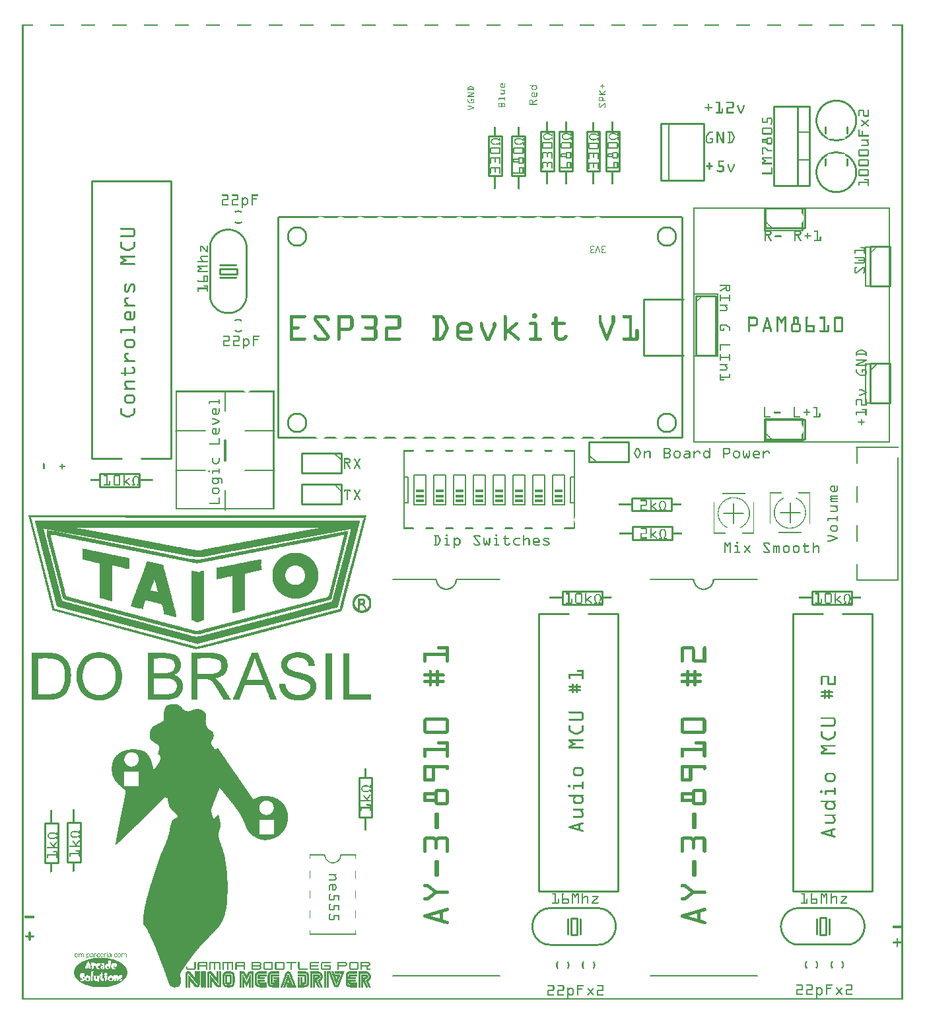
<source format=gto>
G04 MADE WITH FRITZING*
G04 WWW.FRITZING.ORG*
G04 DOUBLE SIDED*
G04 HOLES PLATED*
G04 CONTOUR ON CENTER OF CONTOUR VECTOR*
%ASAXBY*%
%FSLAX23Y23*%
%MOIN*%
%OFA0B0*%
%SFA1.0B1.0*%
%ADD10C,0.103000X0.083*%
%ADD11R,0.096457X0.038714X0.076772X0.019029*%
%ADD12C,0.009843*%
%ADD13R,0.038714X0.096457X0.019029X0.076772*%
%ADD14R,0.040000X0.015000*%
%ADD15C,0.010000*%
%ADD16C,0.005000*%
%ADD17C,0.008000*%
%ADD18C,0.012000*%
%ADD19C,0.006000*%
%ADD20R,0.001000X0.001000*%
%LNSILK1*%
G90*
G70*
G54D10*
X3257Y2911D03*
X3257Y3852D03*
X1388Y2911D03*
X1388Y3852D03*
G54D12*
X998Y3689D02*
X1085Y3689D01*
X1085Y3660D01*
X998Y3660D01*
X998Y3689D01*
D02*
X4029Y413D02*
X4058Y413D01*
X4058Y326D01*
X4029Y326D01*
X4029Y413D01*
D02*
G54D14*
X2709Y2566D03*
X2709Y2541D03*
X2709Y2516D03*
X2609Y2566D03*
X2609Y2541D03*
X2609Y2516D03*
X2509Y2566D03*
X2509Y2541D03*
X2509Y2516D03*
X2409Y2566D03*
X2409Y2541D03*
X2409Y2516D03*
X2309Y2566D03*
X2309Y2541D03*
X2309Y2516D03*
X2209Y2566D03*
X2209Y2541D03*
X2209Y2516D03*
X2109Y2566D03*
X2109Y2541D03*
X2109Y2516D03*
X2009Y2566D03*
X2009Y2541D03*
X2009Y2516D03*
G54D12*
X2773Y412D02*
X2802Y412D01*
X2802Y326D01*
X2773Y326D01*
X2773Y412D01*
D02*
G54D15*
X295Y894D02*
X295Y694D01*
D02*
X295Y694D02*
X229Y694D01*
D02*
X229Y694D02*
X229Y894D01*
D02*
X229Y894D02*
X295Y894D01*
G54D16*
D02*
X3594Y2504D02*
X3594Y2454D01*
D02*
X3644Y2454D02*
X3594Y2454D01*
D02*
X3594Y2404D02*
X3594Y2454D01*
D02*
X3594Y2454D02*
X3544Y2454D01*
G54D15*
D02*
X181Y890D02*
X181Y690D01*
D02*
X181Y690D02*
X115Y690D01*
D02*
X115Y690D02*
X115Y890D01*
D02*
X115Y890D02*
X181Y890D01*
D02*
X3441Y4134D02*
X3441Y4420D01*
D02*
X3441Y4420D02*
X3225Y4420D01*
D02*
X3225Y4420D02*
X3225Y4134D01*
D02*
X3225Y4134D02*
X3441Y4134D01*
G54D16*
D02*
X3265Y4420D02*
X3265Y4134D01*
G54D15*
D02*
X3334Y3947D02*
X3334Y2837D01*
D02*
X3339Y3251D02*
X3139Y3251D01*
D02*
X3339Y3533D02*
X3139Y3533D01*
D02*
X3139Y3251D02*
X3139Y3531D01*
D02*
X1293Y2837D02*
X1293Y3947D01*
G54D17*
D02*
X4423Y2117D02*
X4215Y2117D01*
D02*
X4215Y2787D02*
X4215Y2708D01*
D02*
X4215Y2196D02*
X4215Y2117D01*
D02*
X4215Y2590D02*
X4215Y2511D01*
D02*
X4215Y2393D02*
X4215Y2314D01*
G54D16*
D02*
X3878Y2408D02*
X3878Y2458D01*
D02*
X3828Y2458D02*
X3878Y2458D01*
D02*
X3878Y2508D02*
X3878Y2458D01*
D02*
X3878Y2458D02*
X3928Y2458D01*
G54D17*
D02*
X1275Y2672D02*
X1125Y2672D01*
D02*
X775Y2672D02*
X925Y2672D01*
D02*
X775Y2872D02*
X925Y2872D01*
D02*
X1275Y2872D02*
X1125Y2872D01*
D02*
X1025Y2472D02*
X1025Y2572D01*
G54D18*
D02*
X1025Y2722D02*
X1025Y2822D01*
G54D17*
D02*
X1025Y2972D02*
X1025Y3072D01*
G54D15*
D02*
X3401Y3552D02*
X3401Y3252D01*
D02*
X3401Y3252D02*
X3501Y3252D01*
D02*
X3501Y3252D02*
X3501Y3552D01*
D02*
X3501Y3552D02*
X3401Y3552D01*
D02*
X3751Y2826D02*
X3951Y2826D01*
D02*
X3951Y2826D02*
X3951Y2926D01*
D02*
X3951Y2926D02*
X3751Y2926D01*
D02*
X3751Y2926D02*
X3751Y2826D01*
D02*
X4283Y3800D02*
X4283Y3600D01*
D02*
X4283Y3600D02*
X4383Y3600D01*
D02*
X4383Y3600D02*
X4383Y3800D01*
D02*
X4383Y3800D02*
X4283Y3800D01*
D02*
X3751Y3893D02*
X3951Y3893D01*
D02*
X3951Y3893D02*
X3951Y3993D01*
D02*
X3951Y3993D02*
X3751Y3993D01*
D02*
X3751Y3993D02*
X3751Y3893D01*
G54D19*
D02*
X1685Y330D02*
X1455Y330D01*
D02*
X1685Y730D02*
X1610Y730D01*
D02*
X1455Y730D02*
X1530Y730D01*
G54D15*
D02*
X1701Y920D02*
X1701Y1120D01*
D02*
X1701Y1120D02*
X1767Y1120D01*
D02*
X1767Y1120D02*
X1767Y920D01*
D02*
X1767Y920D02*
X1701Y920D01*
D02*
X2473Y4156D02*
X2473Y4356D01*
D02*
X2473Y4356D02*
X2539Y4356D01*
D02*
X2539Y4356D02*
X2539Y4156D01*
D02*
X2539Y4156D02*
X2473Y4156D01*
D02*
X2713Y4181D02*
X2713Y4381D01*
D02*
X2713Y4381D02*
X2779Y4381D01*
D02*
X2779Y4381D02*
X2779Y4181D01*
D02*
X2779Y4181D02*
X2713Y4181D01*
D02*
X2950Y4181D02*
X2950Y4381D01*
D02*
X2950Y4381D02*
X3016Y4381D01*
D02*
X3016Y4381D02*
X3016Y4181D01*
D02*
X3016Y4181D02*
X2950Y4181D01*
D02*
X2355Y4156D02*
X2355Y4356D01*
D02*
X2355Y4356D02*
X2421Y4356D01*
D02*
X2421Y4356D02*
X2421Y4156D01*
D02*
X2421Y4156D02*
X2355Y4156D01*
D02*
X2619Y4181D02*
X2619Y4381D01*
D02*
X2619Y4381D02*
X2685Y4381D01*
D02*
X2685Y4381D02*
X2685Y4181D01*
D02*
X2685Y4181D02*
X2619Y4181D01*
D02*
X2851Y4180D02*
X2851Y4380D01*
D02*
X2851Y4380D02*
X2917Y4380D01*
D02*
X2917Y4380D02*
X2917Y4180D01*
D02*
X2917Y4180D02*
X2851Y4180D01*
G54D17*
D02*
X2093Y2121D02*
X1873Y2121D01*
D02*
X1873Y121D02*
X2413Y121D01*
D02*
X2413Y2121D02*
X2193Y2121D01*
D02*
X3392Y2121D02*
X3172Y2121D01*
D02*
X3172Y121D02*
X3712Y121D01*
D02*
X3712Y2121D02*
X3492Y2121D01*
G54D15*
D02*
X2609Y1948D02*
X2609Y548D01*
D02*
X2609Y548D02*
X3009Y548D01*
D02*
X3009Y548D02*
X3009Y1948D01*
D02*
X2609Y1948D02*
X2759Y1948D01*
D02*
X2859Y1948D02*
X3009Y1948D01*
D02*
X753Y2730D02*
X753Y4130D01*
D02*
X753Y4130D02*
X353Y4130D01*
D02*
X353Y4130D02*
X353Y2730D01*
D02*
X753Y2730D02*
X603Y2730D01*
D02*
X503Y2730D02*
X353Y2730D01*
D02*
X3892Y1946D02*
X3892Y546D01*
D02*
X3892Y546D02*
X4292Y546D01*
D02*
X4292Y546D02*
X4292Y1946D01*
D02*
X3892Y1946D02*
X4042Y1946D01*
D02*
X4142Y1946D02*
X4292Y1946D01*
D02*
X3975Y4507D02*
X3975Y4107D01*
D02*
X3975Y4107D02*
X3795Y4107D01*
D02*
X3795Y4107D02*
X3795Y4507D01*
D02*
X3795Y4507D02*
X3975Y4507D01*
D02*
X3975Y4507D02*
X3975Y4107D01*
D02*
X3975Y4107D02*
X3915Y4107D01*
D02*
X3915Y4107D02*
X3915Y4507D01*
D02*
X3915Y4507D02*
X3975Y4507D01*
G54D16*
D02*
X3975Y4377D02*
X3915Y4377D01*
D02*
X3975Y4237D02*
X3915Y4237D01*
G54D15*
D02*
X2864Y2713D02*
X3064Y2713D01*
D02*
X3064Y2713D02*
X3064Y2813D01*
D02*
X3064Y2813D02*
X2864Y2813D01*
D02*
X2864Y2813D02*
X2864Y2713D01*
G54D16*
D02*
X2899Y2713D02*
X2864Y2748D01*
G54D15*
D02*
X593Y2588D02*
X393Y2588D01*
D02*
X393Y2588D02*
X393Y2654D01*
D02*
X393Y2654D02*
X593Y2654D01*
D02*
X593Y2654D02*
X593Y2588D01*
G54D17*
D02*
X1929Y2769D02*
X1929Y2639D01*
D02*
X1929Y2509D02*
X1949Y2509D01*
D02*
X1949Y2509D02*
X1949Y2639D01*
D02*
X1949Y2639D02*
X1929Y2639D01*
D02*
X1929Y2509D02*
X1929Y2379D01*
D02*
X1929Y2639D02*
X1929Y2509D01*
D02*
X2789Y2639D02*
X2769Y2639D01*
D02*
X2769Y2639D02*
X2769Y2509D01*
D02*
X2769Y2509D02*
X2789Y2509D01*
D02*
X2789Y2639D02*
X2789Y2769D01*
D02*
X2789Y2509D02*
X2789Y2639D01*
D02*
X2679Y2649D02*
X2679Y2499D01*
D02*
X2679Y2649D02*
X2739Y2649D01*
D02*
X2739Y2499D02*
X2739Y2649D01*
D02*
X2739Y2499D02*
X2679Y2499D01*
D02*
X2579Y2649D02*
X2579Y2499D01*
D02*
X2579Y2649D02*
X2639Y2649D01*
D02*
X2639Y2499D02*
X2639Y2649D01*
D02*
X2639Y2499D02*
X2579Y2499D01*
D02*
X2479Y2649D02*
X2479Y2499D01*
D02*
X2479Y2649D02*
X2539Y2649D01*
D02*
X2539Y2499D02*
X2539Y2649D01*
D02*
X2539Y2499D02*
X2479Y2499D01*
D02*
X2379Y2649D02*
X2379Y2499D01*
D02*
X2379Y2649D02*
X2439Y2649D01*
D02*
X2439Y2499D02*
X2439Y2649D01*
D02*
X2439Y2499D02*
X2379Y2499D01*
D02*
X2279Y2649D02*
X2279Y2499D01*
D02*
X2279Y2649D02*
X2339Y2649D01*
D02*
X2339Y2499D02*
X2339Y2649D01*
D02*
X2339Y2499D02*
X2279Y2499D01*
D02*
X2179Y2649D02*
X2179Y2499D01*
D02*
X2179Y2649D02*
X2239Y2649D01*
D02*
X2239Y2499D02*
X2239Y2649D01*
D02*
X2239Y2499D02*
X2179Y2499D01*
D02*
X2079Y2649D02*
X2079Y2499D01*
D02*
X2079Y2649D02*
X2139Y2649D01*
D02*
X2139Y2499D02*
X2139Y2649D01*
D02*
X2139Y2499D02*
X2079Y2499D01*
D02*
X1979Y2649D02*
X1979Y2499D01*
D02*
X1979Y2649D02*
X2039Y2649D01*
D02*
X2039Y2499D02*
X2039Y2649D01*
D02*
X2039Y2499D02*
X1979Y2499D01*
G54D15*
D02*
X3080Y2532D02*
X3280Y2532D01*
D02*
X3280Y2532D02*
X3280Y2466D01*
D02*
X3280Y2466D02*
X3080Y2466D01*
D02*
X3080Y2466D02*
X3080Y2532D01*
D02*
X3084Y2387D02*
X3284Y2387D01*
D02*
X3284Y2387D02*
X3284Y2321D01*
D02*
X3284Y2321D02*
X3084Y2321D01*
D02*
X3084Y2321D02*
X3084Y2387D01*
D02*
X3990Y2060D02*
X4190Y2060D01*
D02*
X4190Y2060D02*
X4190Y1994D01*
D02*
X4190Y1994D02*
X3990Y1994D01*
D02*
X3990Y1994D02*
X3990Y2060D01*
D02*
X1611Y2758D02*
X1411Y2758D01*
D02*
X1411Y2758D02*
X1411Y2658D01*
D02*
X1411Y2658D02*
X1611Y2658D01*
D02*
X1611Y2658D02*
X1611Y2758D01*
G54D16*
D02*
X1576Y2758D02*
X1611Y2723D01*
G54D15*
D02*
X1611Y2600D02*
X1411Y2600D01*
D02*
X1411Y2600D02*
X1411Y2500D01*
D02*
X1411Y2500D02*
X1611Y2500D01*
D02*
X1611Y2500D02*
X1611Y2600D01*
D02*
X4283Y3210D02*
X4283Y3010D01*
D02*
X4283Y3010D02*
X4383Y3010D01*
D02*
X4383Y3010D02*
X4383Y3210D01*
D02*
X4383Y3210D02*
X4283Y3210D01*
G54D16*
D02*
X4283Y3175D02*
X4318Y3210D01*
G54D15*
D02*
X2730Y2060D02*
X2930Y2060D01*
D02*
X2930Y2060D02*
X2930Y1994D01*
D02*
X2930Y1994D02*
X2730Y1994D01*
D02*
X2730Y1994D02*
X2730Y2060D01*
G36*
X1763Y1513D02*
X1763Y1541D01*
X1652Y1541D01*
X1652Y1749D01*
X1621Y1749D01*
X1621Y1513D01*
X1763Y1513D01*
G37*
D02*
G36*
X1534Y1513D02*
X1566Y1513D01*
X1566Y1749D01*
X1534Y1749D01*
X1534Y1513D01*
G37*
D02*
G36*
X334Y169D02*
X336Y169D01*
X336Y172D01*
X334Y172D01*
X334Y169D01*
G37*
D02*
G54D12*
X4075Y409D02*
X4075Y330D01*
D02*
X4012Y409D02*
X4012Y330D01*
D02*
X2819Y408D02*
X2819Y330D01*
D02*
X2756Y408D02*
X2756Y330D01*
D02*
G54D20*
X1Y4921D02*
X4448Y4921D01*
X1Y4920D02*
X4448Y4920D01*
X1Y4919D02*
X55Y4919D01*
X142Y4919D02*
X213Y4919D01*
X300Y4919D02*
X370Y4919D01*
X457Y4919D02*
X528Y4919D01*
X615Y4919D02*
X685Y4919D01*
X772Y4919D02*
X843Y4919D01*
X930Y4919D02*
X1000Y4919D01*
X1087Y4919D02*
X1158Y4919D01*
X1245Y4919D02*
X1315Y4919D01*
X1402Y4919D02*
X1473Y4919D01*
X1560Y4919D02*
X1630Y4919D01*
X1717Y4919D02*
X1787Y4919D01*
X1874Y4919D02*
X1945Y4919D01*
X2032Y4919D02*
X2102Y4919D01*
X2189Y4919D02*
X2260Y4919D01*
X2347Y4919D02*
X2417Y4919D01*
X2504Y4919D02*
X2575Y4919D01*
X2662Y4919D02*
X2731Y4919D01*
X2818Y4919D02*
X2889Y4919D01*
X2976Y4919D02*
X3046Y4919D01*
X3133Y4919D02*
X3204Y4919D01*
X3290Y4919D02*
X3361Y4919D01*
X3448Y4919D02*
X3518Y4919D01*
X3605Y4919D02*
X3676Y4919D01*
X3763Y4919D02*
X3833Y4919D01*
X3920Y4919D02*
X3991Y4919D01*
X4078Y4919D02*
X4148Y4919D01*
X4235Y4919D02*
X4306Y4919D01*
X4393Y4919D02*
X4448Y4919D01*
X1Y4918D02*
X55Y4918D01*
X143Y4918D02*
X213Y4918D01*
X300Y4918D02*
X370Y4918D01*
X458Y4918D02*
X528Y4918D01*
X615Y4918D02*
X685Y4918D01*
X773Y4918D02*
X842Y4918D01*
X930Y4918D02*
X1000Y4918D01*
X1087Y4918D02*
X1157Y4918D01*
X1245Y4918D02*
X1315Y4918D01*
X1402Y4918D02*
X1472Y4918D01*
X1560Y4918D02*
X1630Y4918D01*
X1717Y4918D02*
X1787Y4918D01*
X1875Y4918D02*
X1945Y4918D01*
X2032Y4918D02*
X2102Y4918D01*
X2190Y4918D02*
X2259Y4918D01*
X2347Y4918D02*
X2417Y4918D01*
X2505Y4918D02*
X2574Y4918D01*
X2662Y4918D02*
X2731Y4918D01*
X2818Y4918D02*
X2888Y4918D01*
X2976Y4918D02*
X3046Y4918D01*
X3133Y4918D02*
X3203Y4918D01*
X3291Y4918D02*
X3361Y4918D01*
X3448Y4918D02*
X3518Y4918D01*
X3606Y4918D02*
X3676Y4918D01*
X3763Y4918D02*
X3833Y4918D01*
X3921Y4918D02*
X3990Y4918D01*
X4078Y4918D02*
X4148Y4918D01*
X4236Y4918D02*
X4305Y4918D01*
X4393Y4918D02*
X4448Y4918D01*
X1Y4917D02*
X55Y4917D01*
X143Y4917D02*
X213Y4917D01*
X300Y4917D02*
X370Y4917D01*
X458Y4917D02*
X528Y4917D01*
X615Y4917D02*
X685Y4917D01*
X773Y4917D02*
X842Y4917D01*
X930Y4917D02*
X1000Y4917D01*
X1087Y4917D02*
X1157Y4917D01*
X1245Y4917D02*
X1315Y4917D01*
X1402Y4917D02*
X1472Y4917D01*
X1560Y4917D02*
X1630Y4917D01*
X1717Y4917D02*
X1787Y4917D01*
X1875Y4917D02*
X1945Y4917D01*
X2032Y4917D02*
X2102Y4917D01*
X2190Y4917D02*
X2259Y4917D01*
X2347Y4917D02*
X2417Y4917D01*
X2505Y4917D02*
X2574Y4917D01*
X2662Y4917D02*
X2731Y4917D01*
X2818Y4917D02*
X2888Y4917D01*
X2976Y4917D02*
X3046Y4917D01*
X3133Y4917D02*
X3203Y4917D01*
X3291Y4917D02*
X3361Y4917D01*
X3448Y4917D02*
X3518Y4917D01*
X3606Y4917D02*
X3676Y4917D01*
X3763Y4917D02*
X3833Y4917D01*
X3921Y4917D02*
X3990Y4917D01*
X4078Y4917D02*
X4148Y4917D01*
X4236Y4917D02*
X4305Y4917D01*
X4393Y4917D02*
X4448Y4917D01*
X1Y4916D02*
X55Y4916D01*
X143Y4916D02*
X213Y4916D01*
X300Y4916D02*
X370Y4916D01*
X458Y4916D02*
X528Y4916D01*
X615Y4916D02*
X685Y4916D01*
X773Y4916D02*
X842Y4916D01*
X930Y4916D02*
X1000Y4916D01*
X1087Y4916D02*
X1157Y4916D01*
X1245Y4916D02*
X1315Y4916D01*
X1402Y4916D02*
X1472Y4916D01*
X1560Y4916D02*
X1630Y4916D01*
X1717Y4916D02*
X1787Y4916D01*
X1875Y4916D02*
X1945Y4916D01*
X2032Y4916D02*
X2102Y4916D01*
X2190Y4916D02*
X2259Y4916D01*
X2347Y4916D02*
X2417Y4916D01*
X2505Y4916D02*
X2574Y4916D01*
X2662Y4916D02*
X2731Y4916D01*
X2818Y4916D02*
X2888Y4916D01*
X2976Y4916D02*
X3046Y4916D01*
X3133Y4916D02*
X3203Y4916D01*
X3291Y4916D02*
X3361Y4916D01*
X3448Y4916D02*
X3518Y4916D01*
X3606Y4916D02*
X3676Y4916D01*
X3763Y4916D02*
X3833Y4916D01*
X3921Y4916D02*
X3990Y4916D01*
X4078Y4916D02*
X4148Y4916D01*
X4236Y4916D02*
X4305Y4916D01*
X4393Y4916D02*
X4448Y4916D01*
X1Y4915D02*
X55Y4915D01*
X143Y4915D02*
X213Y4915D01*
X300Y4915D02*
X370Y4915D01*
X458Y4915D02*
X528Y4915D01*
X615Y4915D02*
X685Y4915D01*
X773Y4915D02*
X842Y4915D01*
X930Y4915D02*
X1000Y4915D01*
X1087Y4915D02*
X1157Y4915D01*
X1245Y4915D02*
X1315Y4915D01*
X1402Y4915D02*
X1472Y4915D01*
X1560Y4915D02*
X1630Y4915D01*
X1717Y4915D02*
X1787Y4915D01*
X1875Y4915D02*
X1945Y4915D01*
X2032Y4915D02*
X2102Y4915D01*
X2190Y4915D02*
X2259Y4915D01*
X2347Y4915D02*
X2417Y4915D01*
X2505Y4915D02*
X2574Y4915D01*
X2662Y4915D02*
X2731Y4915D01*
X2818Y4915D02*
X2888Y4915D01*
X2976Y4915D02*
X3046Y4915D01*
X3133Y4915D02*
X3203Y4915D01*
X3291Y4915D02*
X3361Y4915D01*
X3448Y4915D02*
X3518Y4915D01*
X3606Y4915D02*
X3676Y4915D01*
X3763Y4915D02*
X3833Y4915D01*
X3921Y4915D02*
X3990Y4915D01*
X4078Y4915D02*
X4148Y4915D01*
X4236Y4915D02*
X4305Y4915D01*
X4393Y4915D02*
X4448Y4915D01*
X1Y4914D02*
X55Y4914D01*
X143Y4914D02*
X213Y4914D01*
X300Y4914D02*
X370Y4914D01*
X458Y4914D02*
X528Y4914D01*
X615Y4914D02*
X685Y4914D01*
X773Y4914D02*
X842Y4914D01*
X930Y4914D02*
X1000Y4914D01*
X1087Y4914D02*
X1157Y4914D01*
X1245Y4914D02*
X1315Y4914D01*
X1402Y4914D02*
X1472Y4914D01*
X1560Y4914D02*
X1630Y4914D01*
X1717Y4914D02*
X1787Y4914D01*
X1875Y4914D02*
X1945Y4914D01*
X2032Y4914D02*
X2102Y4914D01*
X2190Y4914D02*
X2259Y4914D01*
X2347Y4914D02*
X2417Y4914D01*
X2505Y4914D02*
X2574Y4914D01*
X2662Y4914D02*
X2731Y4914D01*
X2818Y4914D02*
X2888Y4914D01*
X2976Y4914D02*
X3046Y4914D01*
X3133Y4914D02*
X3203Y4914D01*
X3291Y4914D02*
X3361Y4914D01*
X3448Y4914D02*
X3518Y4914D01*
X3606Y4914D02*
X3676Y4914D01*
X3763Y4914D02*
X3833Y4914D01*
X3921Y4914D02*
X3990Y4914D01*
X4078Y4914D02*
X4148Y4914D01*
X4236Y4914D02*
X4305Y4914D01*
X4393Y4914D02*
X4448Y4914D01*
X1Y4913D02*
X8Y4913D01*
X4441Y4913D02*
X4448Y4913D01*
X1Y4912D02*
X8Y4912D01*
X4441Y4912D02*
X4448Y4912D01*
X1Y4911D02*
X8Y4911D01*
X4441Y4911D02*
X4448Y4911D01*
X1Y4910D02*
X8Y4910D01*
X4441Y4910D02*
X4448Y4910D01*
X1Y4909D02*
X8Y4909D01*
X4441Y4909D02*
X4448Y4909D01*
X1Y4908D02*
X8Y4908D01*
X4441Y4908D02*
X4448Y4908D01*
X1Y4907D02*
X8Y4907D01*
X4441Y4907D02*
X4448Y4907D01*
X1Y4906D02*
X8Y4906D01*
X4441Y4906D02*
X4448Y4906D01*
X1Y4905D02*
X8Y4905D01*
X4441Y4905D02*
X4448Y4905D01*
X1Y4904D02*
X8Y4904D01*
X4441Y4904D02*
X4448Y4904D01*
X1Y4903D02*
X8Y4903D01*
X4441Y4903D02*
X4448Y4903D01*
X1Y4902D02*
X8Y4902D01*
X4441Y4902D02*
X4448Y4902D01*
X1Y4901D02*
X8Y4901D01*
X4441Y4901D02*
X4448Y4901D01*
X1Y4900D02*
X8Y4900D01*
X4441Y4900D02*
X4448Y4900D01*
X1Y4899D02*
X8Y4899D01*
X4441Y4899D02*
X4448Y4899D01*
X1Y4898D02*
X8Y4898D01*
X4441Y4898D02*
X4448Y4898D01*
X1Y4897D02*
X8Y4897D01*
X4441Y4897D02*
X4448Y4897D01*
X1Y4896D02*
X8Y4896D01*
X4441Y4896D02*
X4448Y4896D01*
X1Y4895D02*
X8Y4895D01*
X4441Y4895D02*
X4448Y4895D01*
X1Y4894D02*
X8Y4894D01*
X4441Y4894D02*
X4448Y4894D01*
X1Y4893D02*
X8Y4893D01*
X4441Y4893D02*
X4448Y4893D01*
X1Y4892D02*
X8Y4892D01*
X4441Y4892D02*
X4448Y4892D01*
X1Y4891D02*
X8Y4891D01*
X4441Y4891D02*
X4448Y4891D01*
X1Y4890D02*
X8Y4890D01*
X4441Y4890D02*
X4448Y4890D01*
X1Y4889D02*
X8Y4889D01*
X4441Y4889D02*
X4448Y4889D01*
X1Y4888D02*
X8Y4888D01*
X4441Y4888D02*
X4448Y4888D01*
X1Y4887D02*
X8Y4887D01*
X4441Y4887D02*
X4448Y4887D01*
X1Y4886D02*
X8Y4886D01*
X4441Y4886D02*
X4448Y4886D01*
X1Y4885D02*
X8Y4885D01*
X4441Y4885D02*
X4448Y4885D01*
X1Y4884D02*
X8Y4884D01*
X4441Y4884D02*
X4448Y4884D01*
X1Y4883D02*
X8Y4883D01*
X4441Y4883D02*
X4448Y4883D01*
X1Y4882D02*
X8Y4882D01*
X4441Y4882D02*
X4448Y4882D01*
X1Y4881D02*
X8Y4881D01*
X4441Y4881D02*
X4448Y4881D01*
X1Y4880D02*
X8Y4880D01*
X4441Y4880D02*
X4448Y4880D01*
X1Y4879D02*
X8Y4879D01*
X4441Y4879D02*
X4448Y4879D01*
X1Y4878D02*
X8Y4878D01*
X4441Y4878D02*
X4448Y4878D01*
X1Y4877D02*
X8Y4877D01*
X4441Y4877D02*
X4448Y4877D01*
X1Y4876D02*
X8Y4876D01*
X4441Y4876D02*
X4448Y4876D01*
X1Y4875D02*
X8Y4875D01*
X4441Y4875D02*
X4448Y4875D01*
X1Y4874D02*
X8Y4874D01*
X4441Y4874D02*
X4448Y4874D01*
X1Y4873D02*
X8Y4873D01*
X4441Y4873D02*
X4448Y4873D01*
X1Y4872D02*
X8Y4872D01*
X4441Y4872D02*
X4448Y4872D01*
X1Y4871D02*
X8Y4871D01*
X4441Y4871D02*
X4448Y4871D01*
X1Y4870D02*
X8Y4870D01*
X4441Y4870D02*
X4448Y4870D01*
X1Y4869D02*
X8Y4869D01*
X4441Y4869D02*
X4448Y4869D01*
X1Y4868D02*
X8Y4868D01*
X4441Y4868D02*
X4448Y4868D01*
X1Y4867D02*
X8Y4867D01*
X4441Y4867D02*
X4448Y4867D01*
X1Y4866D02*
X8Y4866D01*
X4441Y4866D02*
X4448Y4866D01*
X1Y4865D02*
X8Y4865D01*
X4441Y4865D02*
X4448Y4865D01*
X1Y4864D02*
X8Y4864D01*
X4441Y4864D02*
X4448Y4864D01*
X1Y4863D02*
X8Y4863D01*
X4441Y4863D02*
X4448Y4863D01*
X1Y4862D02*
X8Y4862D01*
X4441Y4862D02*
X4448Y4862D01*
X1Y4861D02*
X8Y4861D01*
X4441Y4861D02*
X4448Y4861D01*
X1Y4860D02*
X8Y4860D01*
X4441Y4860D02*
X4448Y4860D01*
X1Y4859D02*
X8Y4859D01*
X4441Y4859D02*
X4448Y4859D01*
X1Y4858D02*
X8Y4858D01*
X4441Y4858D02*
X4448Y4858D01*
X1Y4857D02*
X8Y4857D01*
X4441Y4857D02*
X4448Y4857D01*
X1Y4856D02*
X8Y4856D01*
X4441Y4856D02*
X4448Y4856D01*
X1Y4855D02*
X8Y4855D01*
X4441Y4855D02*
X4448Y4855D01*
X1Y4854D02*
X8Y4854D01*
X4441Y4854D02*
X4448Y4854D01*
X1Y4853D02*
X8Y4853D01*
X4441Y4853D02*
X4448Y4853D01*
X1Y4852D02*
X8Y4852D01*
X4441Y4852D02*
X4448Y4852D01*
X1Y4851D02*
X8Y4851D01*
X4441Y4851D02*
X4448Y4851D01*
X1Y4850D02*
X8Y4850D01*
X4441Y4850D02*
X4448Y4850D01*
X1Y4849D02*
X8Y4849D01*
X4441Y4849D02*
X4448Y4849D01*
X1Y4848D02*
X8Y4848D01*
X4441Y4848D02*
X4448Y4848D01*
X1Y4847D02*
X8Y4847D01*
X4441Y4847D02*
X4448Y4847D01*
X1Y4846D02*
X8Y4846D01*
X4441Y4846D02*
X4448Y4846D01*
X1Y4845D02*
X8Y4845D01*
X4441Y4845D02*
X4448Y4845D01*
X1Y4844D02*
X8Y4844D01*
X4441Y4844D02*
X4448Y4844D01*
X1Y4843D02*
X8Y4843D01*
X4441Y4843D02*
X4448Y4843D01*
X1Y4842D02*
X8Y4842D01*
X4441Y4842D02*
X4448Y4842D01*
X1Y4841D02*
X8Y4841D01*
X4441Y4841D02*
X4448Y4841D01*
X1Y4840D02*
X8Y4840D01*
X4441Y4840D02*
X4448Y4840D01*
X1Y4839D02*
X8Y4839D01*
X4441Y4839D02*
X4448Y4839D01*
X1Y4838D02*
X8Y4838D01*
X4441Y4838D02*
X4448Y4838D01*
X1Y4837D02*
X8Y4837D01*
X4441Y4837D02*
X4448Y4837D01*
X1Y4836D02*
X8Y4836D01*
X4441Y4836D02*
X4448Y4836D01*
X1Y4835D02*
X8Y4835D01*
X4441Y4835D02*
X4448Y4835D01*
X1Y4834D02*
X8Y4834D01*
X4441Y4834D02*
X4448Y4834D01*
X1Y4833D02*
X8Y4833D01*
X4441Y4833D02*
X4448Y4833D01*
X1Y4832D02*
X8Y4832D01*
X4441Y4832D02*
X4448Y4832D01*
X1Y4831D02*
X8Y4831D01*
X4441Y4831D02*
X4448Y4831D01*
X1Y4830D02*
X8Y4830D01*
X4441Y4830D02*
X4448Y4830D01*
X1Y4829D02*
X8Y4829D01*
X4441Y4829D02*
X4448Y4829D01*
X1Y4828D02*
X8Y4828D01*
X4441Y4828D02*
X4448Y4828D01*
X1Y4827D02*
X8Y4827D01*
X4441Y4827D02*
X4448Y4827D01*
X1Y4826D02*
X8Y4826D01*
X4441Y4826D02*
X4448Y4826D01*
X1Y4825D02*
X8Y4825D01*
X4441Y4825D02*
X4448Y4825D01*
X1Y4824D02*
X8Y4824D01*
X4441Y4824D02*
X4448Y4824D01*
X1Y4823D02*
X8Y4823D01*
X4441Y4823D02*
X4448Y4823D01*
X1Y4822D02*
X8Y4822D01*
X4441Y4822D02*
X4448Y4822D01*
X1Y4821D02*
X8Y4821D01*
X4441Y4821D02*
X4448Y4821D01*
X1Y4820D02*
X8Y4820D01*
X4441Y4820D02*
X4448Y4820D01*
X1Y4819D02*
X8Y4819D01*
X4441Y4819D02*
X4448Y4819D01*
X1Y4818D02*
X8Y4818D01*
X4441Y4818D02*
X4448Y4818D01*
X1Y4817D02*
X8Y4817D01*
X4441Y4817D02*
X4448Y4817D01*
X1Y4816D02*
X8Y4816D01*
X4441Y4816D02*
X4448Y4816D01*
X1Y4815D02*
X8Y4815D01*
X4441Y4815D02*
X4448Y4815D01*
X1Y4814D02*
X8Y4814D01*
X4441Y4814D02*
X4448Y4814D01*
X1Y4813D02*
X8Y4813D01*
X4441Y4813D02*
X4448Y4813D01*
X1Y4812D02*
X8Y4812D01*
X4441Y4812D02*
X4448Y4812D01*
X1Y4811D02*
X8Y4811D01*
X4441Y4811D02*
X4448Y4811D01*
X1Y4810D02*
X8Y4810D01*
X4441Y4810D02*
X4448Y4810D01*
X1Y4809D02*
X8Y4809D01*
X4441Y4809D02*
X4448Y4809D01*
X1Y4808D02*
X8Y4808D01*
X4441Y4808D02*
X4448Y4808D01*
X1Y4807D02*
X8Y4807D01*
X4441Y4807D02*
X4448Y4807D01*
X1Y4806D02*
X8Y4806D01*
X4441Y4806D02*
X4448Y4806D01*
X1Y4805D02*
X8Y4805D01*
X4441Y4805D02*
X4448Y4805D01*
X1Y4804D02*
X8Y4804D01*
X4441Y4804D02*
X4448Y4804D01*
X1Y4803D02*
X8Y4803D01*
X4441Y4803D02*
X4448Y4803D01*
X1Y4802D02*
X8Y4802D01*
X4441Y4802D02*
X4448Y4802D01*
X1Y4801D02*
X8Y4801D01*
X4441Y4801D02*
X4448Y4801D01*
X1Y4800D02*
X8Y4800D01*
X4441Y4800D02*
X4448Y4800D01*
X1Y4799D02*
X8Y4799D01*
X4441Y4799D02*
X4448Y4799D01*
X1Y4798D02*
X8Y4798D01*
X4441Y4798D02*
X4448Y4798D01*
X1Y4797D02*
X8Y4797D01*
X4441Y4797D02*
X4448Y4797D01*
X1Y4796D02*
X8Y4796D01*
X4441Y4796D02*
X4448Y4796D01*
X1Y4795D02*
X8Y4795D01*
X4441Y4795D02*
X4448Y4795D01*
X1Y4794D02*
X8Y4794D01*
X4441Y4794D02*
X4448Y4794D01*
X1Y4793D02*
X8Y4793D01*
X4441Y4793D02*
X4448Y4793D01*
X1Y4792D02*
X8Y4792D01*
X4441Y4792D02*
X4448Y4792D01*
X1Y4791D02*
X8Y4791D01*
X4441Y4791D02*
X4448Y4791D01*
X1Y4790D02*
X8Y4790D01*
X4441Y4790D02*
X4448Y4790D01*
X1Y4789D02*
X8Y4789D01*
X4441Y4789D02*
X4448Y4789D01*
X1Y4788D02*
X8Y4788D01*
X4441Y4788D02*
X4448Y4788D01*
X1Y4787D02*
X8Y4787D01*
X4441Y4787D02*
X4448Y4787D01*
X1Y4786D02*
X8Y4786D01*
X4441Y4786D02*
X4448Y4786D01*
X1Y4785D02*
X8Y4785D01*
X4441Y4785D02*
X4448Y4785D01*
X1Y4784D02*
X8Y4784D01*
X4441Y4784D02*
X4448Y4784D01*
X1Y4783D02*
X8Y4783D01*
X4441Y4783D02*
X4448Y4783D01*
X1Y4782D02*
X8Y4782D01*
X4441Y4782D02*
X4448Y4782D01*
X1Y4781D02*
X8Y4781D01*
X4441Y4781D02*
X4448Y4781D01*
X1Y4780D02*
X8Y4780D01*
X4441Y4780D02*
X4448Y4780D01*
X1Y4779D02*
X8Y4779D01*
X4441Y4779D02*
X4448Y4779D01*
X1Y4778D02*
X8Y4778D01*
X4441Y4778D02*
X4448Y4778D01*
X1Y4777D02*
X8Y4777D01*
X4441Y4777D02*
X4448Y4777D01*
X1Y4776D02*
X8Y4776D01*
X4441Y4776D02*
X4448Y4776D01*
X1Y4775D02*
X8Y4775D01*
X4441Y4775D02*
X4448Y4775D01*
X1Y4774D02*
X8Y4774D01*
X4441Y4774D02*
X4448Y4774D01*
X1Y4773D02*
X8Y4773D01*
X4441Y4773D02*
X4448Y4773D01*
X1Y4772D02*
X8Y4772D01*
X4441Y4772D02*
X4448Y4772D01*
X1Y4771D02*
X8Y4771D01*
X4441Y4771D02*
X4448Y4771D01*
X1Y4770D02*
X8Y4770D01*
X4441Y4770D02*
X4448Y4770D01*
X1Y4769D02*
X8Y4769D01*
X4441Y4769D02*
X4448Y4769D01*
X1Y4768D02*
X8Y4768D01*
X4441Y4768D02*
X4448Y4768D01*
X1Y4767D02*
X8Y4767D01*
X4441Y4767D02*
X4448Y4767D01*
X1Y4766D02*
X8Y4766D01*
X4441Y4766D02*
X4448Y4766D01*
X1Y4765D02*
X8Y4765D01*
X4441Y4765D02*
X4448Y4765D01*
X1Y4764D02*
X8Y4764D01*
X4441Y4764D02*
X4448Y4764D01*
X1Y4763D02*
X8Y4763D01*
X4441Y4763D02*
X4448Y4763D01*
X1Y4762D02*
X8Y4762D01*
X4441Y4762D02*
X4448Y4762D01*
X1Y4761D02*
X8Y4761D01*
X4441Y4761D02*
X4448Y4761D01*
X1Y4760D02*
X8Y4760D01*
X4441Y4760D02*
X4448Y4760D01*
X1Y4759D02*
X8Y4759D01*
X4441Y4759D02*
X4448Y4759D01*
X1Y4758D02*
X8Y4758D01*
X4441Y4758D02*
X4448Y4758D01*
X1Y4757D02*
X8Y4757D01*
X4441Y4757D02*
X4448Y4757D01*
X1Y4756D02*
X8Y4756D01*
X4441Y4756D02*
X4448Y4756D01*
X1Y4755D02*
X8Y4755D01*
X4441Y4755D02*
X4448Y4755D01*
X1Y4754D02*
X8Y4754D01*
X4441Y4754D02*
X4448Y4754D01*
X1Y4753D02*
X8Y4753D01*
X4441Y4753D02*
X4448Y4753D01*
X1Y4752D02*
X8Y4752D01*
X4441Y4752D02*
X4448Y4752D01*
X1Y4751D02*
X8Y4751D01*
X4441Y4751D02*
X4448Y4751D01*
X1Y4750D02*
X8Y4750D01*
X4441Y4750D02*
X4448Y4750D01*
X1Y4749D02*
X8Y4749D01*
X4441Y4749D02*
X4448Y4749D01*
X1Y4748D02*
X8Y4748D01*
X4441Y4748D02*
X4448Y4748D01*
X1Y4747D02*
X8Y4747D01*
X4441Y4747D02*
X4448Y4747D01*
X1Y4746D02*
X8Y4746D01*
X4441Y4746D02*
X4448Y4746D01*
X1Y4745D02*
X8Y4745D01*
X4441Y4745D02*
X4448Y4745D01*
X1Y4744D02*
X8Y4744D01*
X4441Y4744D02*
X4448Y4744D01*
X1Y4743D02*
X8Y4743D01*
X4441Y4743D02*
X4448Y4743D01*
X1Y4742D02*
X8Y4742D01*
X4441Y4742D02*
X4448Y4742D01*
X1Y4741D02*
X8Y4741D01*
X4441Y4741D02*
X4448Y4741D01*
X1Y4740D02*
X8Y4740D01*
X4441Y4740D02*
X4448Y4740D01*
X1Y4739D02*
X8Y4739D01*
X4441Y4739D02*
X4448Y4739D01*
X1Y4738D02*
X8Y4738D01*
X4441Y4738D02*
X4448Y4738D01*
X1Y4737D02*
X8Y4737D01*
X4441Y4737D02*
X4448Y4737D01*
X1Y4736D02*
X8Y4736D01*
X4441Y4736D02*
X4448Y4736D01*
X1Y4735D02*
X8Y4735D01*
X4441Y4735D02*
X4448Y4735D01*
X1Y4734D02*
X8Y4734D01*
X4441Y4734D02*
X4448Y4734D01*
X1Y4733D02*
X8Y4733D01*
X4441Y4733D02*
X4448Y4733D01*
X1Y4732D02*
X8Y4732D01*
X4441Y4732D02*
X4448Y4732D01*
X1Y4731D02*
X8Y4731D01*
X4441Y4731D02*
X4448Y4731D01*
X1Y4730D02*
X8Y4730D01*
X4441Y4730D02*
X4448Y4730D01*
X1Y4729D02*
X8Y4729D01*
X4441Y4729D02*
X4448Y4729D01*
X1Y4728D02*
X8Y4728D01*
X4441Y4728D02*
X4448Y4728D01*
X1Y4727D02*
X8Y4727D01*
X4441Y4727D02*
X4448Y4727D01*
X1Y4726D02*
X8Y4726D01*
X4441Y4726D02*
X4448Y4726D01*
X1Y4725D02*
X8Y4725D01*
X4441Y4725D02*
X4448Y4725D01*
X1Y4724D02*
X8Y4724D01*
X4441Y4724D02*
X4448Y4724D01*
X1Y4723D02*
X8Y4723D01*
X4441Y4723D02*
X4448Y4723D01*
X1Y4722D02*
X8Y4722D01*
X4441Y4722D02*
X4448Y4722D01*
X1Y4721D02*
X8Y4721D01*
X4441Y4721D02*
X4448Y4721D01*
X1Y4720D02*
X8Y4720D01*
X4441Y4720D02*
X4448Y4720D01*
X1Y4719D02*
X8Y4719D01*
X4441Y4719D02*
X4448Y4719D01*
X1Y4718D02*
X8Y4718D01*
X4441Y4718D02*
X4448Y4718D01*
X1Y4717D02*
X8Y4717D01*
X4441Y4717D02*
X4448Y4717D01*
X1Y4716D02*
X8Y4716D01*
X4441Y4716D02*
X4448Y4716D01*
X1Y4715D02*
X8Y4715D01*
X4441Y4715D02*
X4448Y4715D01*
X1Y4714D02*
X8Y4714D01*
X4441Y4714D02*
X4448Y4714D01*
X1Y4713D02*
X8Y4713D01*
X4441Y4713D02*
X4448Y4713D01*
X1Y4712D02*
X8Y4712D01*
X4441Y4712D02*
X4448Y4712D01*
X1Y4711D02*
X8Y4711D01*
X4441Y4711D02*
X4448Y4711D01*
X1Y4710D02*
X8Y4710D01*
X4441Y4710D02*
X4448Y4710D01*
X1Y4709D02*
X8Y4709D01*
X4441Y4709D02*
X4448Y4709D01*
X1Y4708D02*
X8Y4708D01*
X4441Y4708D02*
X4448Y4708D01*
X1Y4707D02*
X8Y4707D01*
X4441Y4707D02*
X4448Y4707D01*
X1Y4706D02*
X8Y4706D01*
X4441Y4706D02*
X4448Y4706D01*
X1Y4705D02*
X8Y4705D01*
X4441Y4705D02*
X4448Y4705D01*
X1Y4704D02*
X8Y4704D01*
X4441Y4704D02*
X4448Y4704D01*
X1Y4703D02*
X8Y4703D01*
X4441Y4703D02*
X4448Y4703D01*
X1Y4702D02*
X8Y4702D01*
X4441Y4702D02*
X4448Y4702D01*
X1Y4701D02*
X8Y4701D01*
X4441Y4701D02*
X4448Y4701D01*
X1Y4700D02*
X8Y4700D01*
X4441Y4700D02*
X4448Y4700D01*
X1Y4699D02*
X8Y4699D01*
X4441Y4699D02*
X4448Y4699D01*
X1Y4698D02*
X8Y4698D01*
X4441Y4698D02*
X4448Y4698D01*
X1Y4697D02*
X8Y4697D01*
X4441Y4697D02*
X4448Y4697D01*
X1Y4696D02*
X8Y4696D01*
X4441Y4696D02*
X4448Y4696D01*
X1Y4695D02*
X8Y4695D01*
X4441Y4695D02*
X4448Y4695D01*
X1Y4694D02*
X8Y4694D01*
X4441Y4694D02*
X4448Y4694D01*
X1Y4693D02*
X8Y4693D01*
X4441Y4693D02*
X4448Y4693D01*
X1Y4692D02*
X8Y4692D01*
X4441Y4692D02*
X4448Y4692D01*
X1Y4691D02*
X8Y4691D01*
X4441Y4691D02*
X4448Y4691D01*
X1Y4690D02*
X8Y4690D01*
X4441Y4690D02*
X4448Y4690D01*
X1Y4689D02*
X8Y4689D01*
X4441Y4689D02*
X4448Y4689D01*
X1Y4688D02*
X8Y4688D01*
X4441Y4688D02*
X4448Y4688D01*
X1Y4687D02*
X8Y4687D01*
X4441Y4687D02*
X4448Y4687D01*
X1Y4686D02*
X8Y4686D01*
X4441Y4686D02*
X4448Y4686D01*
X1Y4685D02*
X8Y4685D01*
X4441Y4685D02*
X4448Y4685D01*
X1Y4684D02*
X8Y4684D01*
X4441Y4684D02*
X4448Y4684D01*
X1Y4683D02*
X8Y4683D01*
X4441Y4683D02*
X4448Y4683D01*
X1Y4682D02*
X8Y4682D01*
X4441Y4682D02*
X4448Y4682D01*
X1Y4681D02*
X8Y4681D01*
X4441Y4681D02*
X4448Y4681D01*
X1Y4680D02*
X8Y4680D01*
X4441Y4680D02*
X4448Y4680D01*
X1Y4679D02*
X8Y4679D01*
X4441Y4679D02*
X4448Y4679D01*
X1Y4678D02*
X8Y4678D01*
X4441Y4678D02*
X4448Y4678D01*
X1Y4677D02*
X8Y4677D01*
X4441Y4677D02*
X4448Y4677D01*
X1Y4676D02*
X8Y4676D01*
X4441Y4676D02*
X4448Y4676D01*
X1Y4675D02*
X8Y4675D01*
X4441Y4675D02*
X4448Y4675D01*
X1Y4674D02*
X8Y4674D01*
X4441Y4674D02*
X4448Y4674D01*
X1Y4673D02*
X8Y4673D01*
X4441Y4673D02*
X4448Y4673D01*
X1Y4672D02*
X8Y4672D01*
X4441Y4672D02*
X4448Y4672D01*
X1Y4671D02*
X8Y4671D01*
X4441Y4671D02*
X4448Y4671D01*
X1Y4670D02*
X8Y4670D01*
X4441Y4670D02*
X4448Y4670D01*
X1Y4669D02*
X8Y4669D01*
X4441Y4669D02*
X4448Y4669D01*
X1Y4668D02*
X8Y4668D01*
X4441Y4668D02*
X4448Y4668D01*
X1Y4667D02*
X8Y4667D01*
X4441Y4667D02*
X4448Y4667D01*
X1Y4666D02*
X8Y4666D01*
X4441Y4666D02*
X4448Y4666D01*
X1Y4665D02*
X8Y4665D01*
X4441Y4665D02*
X4448Y4665D01*
X1Y4664D02*
X8Y4664D01*
X4441Y4664D02*
X4448Y4664D01*
X1Y4663D02*
X8Y4663D01*
X4441Y4663D02*
X4448Y4663D01*
X1Y4662D02*
X8Y4662D01*
X4441Y4662D02*
X4448Y4662D01*
X1Y4661D02*
X8Y4661D01*
X4441Y4661D02*
X4448Y4661D01*
X1Y4660D02*
X8Y4660D01*
X4441Y4660D02*
X4448Y4660D01*
X1Y4659D02*
X8Y4659D01*
X4441Y4659D02*
X4448Y4659D01*
X1Y4658D02*
X8Y4658D01*
X4441Y4658D02*
X4448Y4658D01*
X1Y4657D02*
X8Y4657D01*
X4441Y4657D02*
X4448Y4657D01*
X1Y4656D02*
X8Y4656D01*
X4441Y4656D02*
X4448Y4656D01*
X1Y4655D02*
X8Y4655D01*
X4441Y4655D02*
X4448Y4655D01*
X1Y4654D02*
X8Y4654D01*
X4441Y4654D02*
X4448Y4654D01*
X1Y4653D02*
X8Y4653D01*
X4441Y4653D02*
X4448Y4653D01*
X1Y4652D02*
X8Y4652D01*
X4441Y4652D02*
X4448Y4652D01*
X1Y4651D02*
X8Y4651D01*
X4441Y4651D02*
X4448Y4651D01*
X1Y4650D02*
X8Y4650D01*
X4441Y4650D02*
X4448Y4650D01*
X1Y4649D02*
X8Y4649D01*
X4441Y4649D02*
X4448Y4649D01*
X1Y4648D02*
X8Y4648D01*
X4441Y4648D02*
X4448Y4648D01*
X1Y4647D02*
X8Y4647D01*
X4441Y4647D02*
X4448Y4647D01*
X1Y4646D02*
X8Y4646D01*
X4441Y4646D02*
X4448Y4646D01*
X1Y4645D02*
X8Y4645D01*
X4441Y4645D02*
X4448Y4645D01*
X1Y4644D02*
X8Y4644D01*
X4441Y4644D02*
X4448Y4644D01*
X1Y4643D02*
X8Y4643D01*
X4441Y4643D02*
X4448Y4643D01*
X1Y4642D02*
X8Y4642D01*
X4441Y4642D02*
X4448Y4642D01*
X1Y4641D02*
X8Y4641D01*
X4441Y4641D02*
X4448Y4641D01*
X1Y4640D02*
X8Y4640D01*
X4441Y4640D02*
X4448Y4640D01*
X1Y4639D02*
X8Y4639D01*
X4441Y4639D02*
X4448Y4639D01*
X1Y4638D02*
X8Y4638D01*
X4441Y4638D02*
X4448Y4638D01*
X1Y4637D02*
X8Y4637D01*
X4441Y4637D02*
X4448Y4637D01*
X1Y4636D02*
X8Y4636D01*
X4441Y4636D02*
X4448Y4636D01*
X1Y4635D02*
X8Y4635D01*
X4441Y4635D02*
X4448Y4635D01*
X1Y4634D02*
X8Y4634D01*
X4441Y4634D02*
X4448Y4634D01*
X1Y4633D02*
X8Y4633D01*
X4441Y4633D02*
X4448Y4633D01*
X1Y4632D02*
X8Y4632D01*
X4441Y4632D02*
X4448Y4632D01*
X1Y4631D02*
X8Y4631D01*
X4441Y4631D02*
X4448Y4631D01*
X1Y4630D02*
X8Y4630D01*
X4441Y4630D02*
X4448Y4630D01*
X1Y4629D02*
X8Y4629D01*
X4441Y4629D02*
X4448Y4629D01*
X1Y4628D02*
X8Y4628D01*
X4441Y4628D02*
X4448Y4628D01*
X1Y4627D02*
X8Y4627D01*
X4441Y4627D02*
X4448Y4627D01*
X1Y4626D02*
X8Y4626D01*
X4441Y4626D02*
X4448Y4626D01*
X1Y4625D02*
X8Y4625D01*
X4441Y4625D02*
X4448Y4625D01*
X1Y4624D02*
X8Y4624D01*
X4441Y4624D02*
X4448Y4624D01*
X1Y4623D02*
X8Y4623D01*
X2420Y4623D02*
X2429Y4623D01*
X2437Y4623D02*
X2438Y4623D01*
X4441Y4623D02*
X4448Y4623D01*
X1Y4622D02*
X8Y4622D01*
X2419Y4622D02*
X2429Y4622D01*
X2436Y4622D02*
X2439Y4622D01*
X4441Y4622D02*
X4448Y4622D01*
X1Y4621D02*
X8Y4621D01*
X2417Y4621D02*
X2430Y4621D01*
X2436Y4621D02*
X2439Y4621D01*
X4441Y4621D02*
X4448Y4621D01*
X1Y4620D02*
X8Y4620D01*
X2417Y4620D02*
X2430Y4620D01*
X2436Y4620D02*
X2439Y4620D01*
X2929Y4620D02*
X2932Y4620D01*
X4441Y4620D02*
X4448Y4620D01*
X1Y4619D02*
X8Y4619D01*
X2416Y4619D02*
X2430Y4619D01*
X2436Y4619D02*
X2439Y4619D01*
X2929Y4619D02*
X2932Y4619D01*
X4441Y4619D02*
X4448Y4619D01*
X1Y4618D02*
X8Y4618D01*
X2415Y4618D02*
X2420Y4618D01*
X2426Y4618D02*
X2430Y4618D01*
X2436Y4618D02*
X2439Y4618D01*
X2929Y4618D02*
X2932Y4618D01*
X4441Y4618D02*
X4448Y4618D01*
X1Y4617D02*
X8Y4617D01*
X2415Y4617D02*
X2419Y4617D01*
X2426Y4617D02*
X2430Y4617D01*
X2436Y4617D02*
X2439Y4617D01*
X2929Y4617D02*
X2932Y4617D01*
X4441Y4617D02*
X4448Y4617D01*
X1Y4616D02*
X8Y4616D01*
X2415Y4616D02*
X2418Y4616D01*
X2426Y4616D02*
X2430Y4616D01*
X2436Y4616D02*
X2439Y4616D01*
X2929Y4616D02*
X2932Y4616D01*
X4441Y4616D02*
X4448Y4616D01*
X1Y4615D02*
X8Y4615D01*
X2415Y4615D02*
X2418Y4615D01*
X2426Y4615D02*
X2430Y4615D01*
X2436Y4615D02*
X2439Y4615D01*
X2562Y4615D02*
X2600Y4615D01*
X2929Y4615D02*
X2932Y4615D01*
X4441Y4615D02*
X4448Y4615D01*
X1Y4614D02*
X8Y4614D01*
X2415Y4614D02*
X2418Y4614D01*
X2426Y4614D02*
X2430Y4614D01*
X2436Y4614D02*
X2439Y4614D01*
X2562Y4614D02*
X2601Y4614D01*
X2929Y4614D02*
X2932Y4614D01*
X4441Y4614D02*
X4448Y4614D01*
X1Y4613D02*
X8Y4613D01*
X2415Y4613D02*
X2418Y4613D01*
X2426Y4613D02*
X2430Y4613D01*
X2436Y4613D02*
X2439Y4613D01*
X2562Y4613D02*
X2601Y4613D01*
X2929Y4613D02*
X2932Y4613D01*
X4441Y4613D02*
X4448Y4613D01*
X1Y4612D02*
X8Y4612D01*
X2415Y4612D02*
X2418Y4612D01*
X2426Y4612D02*
X2430Y4612D01*
X2436Y4612D02*
X2439Y4612D01*
X2562Y4612D02*
X2600Y4612D01*
X2928Y4612D02*
X2933Y4612D01*
X4441Y4612D02*
X4448Y4612D01*
X1Y4611D02*
X8Y4611D01*
X2415Y4611D02*
X2418Y4611D01*
X2426Y4611D02*
X2430Y4611D01*
X2436Y4611D02*
X2439Y4611D01*
X2563Y4611D02*
X2599Y4611D01*
X2920Y4611D02*
X2941Y4611D01*
X4441Y4611D02*
X4448Y4611D01*
X1Y4610D02*
X8Y4610D01*
X2415Y4610D02*
X2418Y4610D01*
X2426Y4610D02*
X2430Y4610D01*
X2436Y4610D02*
X2439Y4610D01*
X2576Y4610D02*
X2582Y4610D01*
X2592Y4610D02*
X2598Y4610D01*
X2920Y4610D02*
X2941Y4610D01*
X4441Y4610D02*
X4448Y4610D01*
X1Y4609D02*
X8Y4609D01*
X2263Y4609D02*
X2269Y4609D01*
X2415Y4609D02*
X2418Y4609D01*
X2426Y4609D02*
X2430Y4609D01*
X2435Y4609D02*
X2439Y4609D01*
X2575Y4609D02*
X2581Y4609D01*
X2593Y4609D02*
X2599Y4609D01*
X2920Y4609D02*
X2941Y4609D01*
X4441Y4609D02*
X4448Y4609D01*
X1Y4608D02*
X8Y4608D01*
X2260Y4608D02*
X2272Y4608D01*
X2415Y4608D02*
X2419Y4608D01*
X2426Y4608D02*
X2430Y4608D01*
X2435Y4608D02*
X2439Y4608D01*
X2574Y4608D02*
X2580Y4608D01*
X2593Y4608D02*
X2599Y4608D01*
X2921Y4608D02*
X2940Y4608D01*
X4441Y4608D02*
X4448Y4608D01*
X1Y4607D02*
X8Y4607D01*
X2258Y4607D02*
X2274Y4607D01*
X2415Y4607D02*
X2419Y4607D01*
X2426Y4607D02*
X2430Y4607D01*
X2434Y4607D02*
X2439Y4607D01*
X2573Y4607D02*
X2579Y4607D01*
X2594Y4607D02*
X2600Y4607D01*
X2928Y4607D02*
X2932Y4607D01*
X4441Y4607D02*
X4448Y4607D01*
X1Y4606D02*
X8Y4606D01*
X2256Y4606D02*
X2276Y4606D01*
X2416Y4606D02*
X2421Y4606D01*
X2426Y4606D02*
X2430Y4606D01*
X2433Y4606D02*
X2438Y4606D01*
X2573Y4606D02*
X2578Y4606D01*
X2595Y4606D02*
X2600Y4606D01*
X2929Y4606D02*
X2932Y4606D01*
X4441Y4606D02*
X4448Y4606D01*
X1Y4605D02*
X8Y4605D01*
X2254Y4605D02*
X2264Y4605D01*
X2268Y4605D02*
X2278Y4605D01*
X2416Y4605D02*
X2437Y4605D01*
X2573Y4605D02*
X2577Y4605D01*
X2596Y4605D02*
X2601Y4605D01*
X2929Y4605D02*
X2932Y4605D01*
X4441Y4605D02*
X4448Y4605D01*
X1Y4604D02*
X8Y4604D01*
X2253Y4604D02*
X2262Y4604D01*
X2270Y4604D02*
X2280Y4604D01*
X2417Y4604D02*
X2437Y4604D01*
X2573Y4604D02*
X2577Y4604D01*
X2596Y4604D02*
X2601Y4604D01*
X2929Y4604D02*
X2932Y4604D01*
X4441Y4604D02*
X4448Y4604D01*
X1Y4603D02*
X8Y4603D01*
X2251Y4603D02*
X2260Y4603D01*
X2272Y4603D02*
X2281Y4603D01*
X2418Y4603D02*
X2436Y4603D01*
X2572Y4603D02*
X2577Y4603D01*
X2597Y4603D02*
X2601Y4603D01*
X2929Y4603D02*
X2932Y4603D01*
X4441Y4603D02*
X4448Y4603D01*
X1Y4602D02*
X8Y4602D01*
X2250Y4602D02*
X2258Y4602D01*
X2274Y4602D02*
X2282Y4602D01*
X2419Y4602D02*
X2434Y4602D01*
X2572Y4602D02*
X2577Y4602D01*
X2597Y4602D02*
X2601Y4602D01*
X2929Y4602D02*
X2932Y4602D01*
X4441Y4602D02*
X4448Y4602D01*
X1Y4601D02*
X8Y4601D01*
X2250Y4601D02*
X2256Y4601D01*
X2276Y4601D02*
X2282Y4601D01*
X2572Y4601D02*
X2577Y4601D01*
X2597Y4601D02*
X2601Y4601D01*
X2929Y4601D02*
X2932Y4601D01*
X4441Y4601D02*
X4448Y4601D01*
X1Y4600D02*
X8Y4600D01*
X2249Y4600D02*
X2254Y4600D01*
X2278Y4600D02*
X2283Y4600D01*
X2572Y4600D02*
X2577Y4600D01*
X2597Y4600D02*
X2601Y4600D01*
X2929Y4600D02*
X2932Y4600D01*
X4441Y4600D02*
X4448Y4600D01*
X1Y4599D02*
X8Y4599D01*
X2249Y4599D02*
X2253Y4599D01*
X2279Y4599D02*
X2283Y4599D01*
X2573Y4599D02*
X2577Y4599D01*
X2596Y4599D02*
X2601Y4599D01*
X2930Y4599D02*
X2931Y4599D01*
X4441Y4599D02*
X4448Y4599D01*
X1Y4598D02*
X8Y4598D01*
X2249Y4598D02*
X2253Y4598D01*
X2279Y4598D02*
X2283Y4598D01*
X2573Y4598D02*
X2577Y4598D01*
X2596Y4598D02*
X2601Y4598D01*
X4441Y4598D02*
X4448Y4598D01*
X1Y4597D02*
X8Y4597D01*
X2249Y4597D02*
X2253Y4597D01*
X2279Y4597D02*
X2283Y4597D01*
X2573Y4597D02*
X2578Y4597D01*
X2595Y4597D02*
X2600Y4597D01*
X4441Y4597D02*
X4448Y4597D01*
X1Y4596D02*
X8Y4596D01*
X2249Y4596D02*
X2283Y4596D01*
X2574Y4596D02*
X2579Y4596D01*
X2594Y4596D02*
X2600Y4596D01*
X4441Y4596D02*
X4448Y4596D01*
X1Y4595D02*
X8Y4595D01*
X2249Y4595D02*
X2283Y4595D01*
X2574Y4595D02*
X2599Y4595D01*
X4441Y4595D02*
X4448Y4595D01*
X1Y4594D02*
X8Y4594D01*
X2249Y4594D02*
X2283Y4594D01*
X2575Y4594D02*
X2598Y4594D01*
X4441Y4594D02*
X4448Y4594D01*
X1Y4593D02*
X8Y4593D01*
X2249Y4593D02*
X2283Y4593D01*
X2576Y4593D02*
X2597Y4593D01*
X4441Y4593D02*
X4448Y4593D01*
X1Y4592D02*
X8Y4592D01*
X2249Y4592D02*
X2283Y4592D01*
X2577Y4592D02*
X2596Y4592D01*
X4441Y4592D02*
X4448Y4592D01*
X1Y4591D02*
X8Y4591D01*
X2249Y4591D02*
X2253Y4591D01*
X2279Y4591D02*
X2283Y4591D01*
X2578Y4591D02*
X2595Y4591D01*
X4441Y4591D02*
X4448Y4591D01*
X1Y4590D02*
X8Y4590D01*
X2249Y4590D02*
X2253Y4590D01*
X2279Y4590D02*
X2283Y4590D01*
X2415Y4590D02*
X2438Y4590D01*
X4441Y4590D02*
X4448Y4590D01*
X1Y4589D02*
X8Y4589D01*
X2249Y4589D02*
X2252Y4589D01*
X2280Y4589D02*
X2283Y4589D01*
X2415Y4589D02*
X2439Y4589D01*
X4441Y4589D02*
X4448Y4589D01*
X1Y4588D02*
X8Y4588D01*
X2250Y4588D02*
X2252Y4588D01*
X2280Y4588D02*
X2282Y4588D01*
X2415Y4588D02*
X2439Y4588D01*
X2915Y4588D02*
X2915Y4588D01*
X2945Y4588D02*
X2946Y4588D01*
X4441Y4588D02*
X4448Y4588D01*
X1Y4587D02*
X8Y4587D01*
X2415Y4587D02*
X2438Y4587D01*
X2914Y4587D02*
X2917Y4587D01*
X2944Y4587D02*
X2947Y4587D01*
X4441Y4587D02*
X4448Y4587D01*
X1Y4586D02*
X8Y4586D01*
X2431Y4586D02*
X2436Y4586D01*
X2913Y4586D02*
X2918Y4586D01*
X2943Y4586D02*
X2947Y4586D01*
X4441Y4586D02*
X4448Y4586D01*
X1Y4585D02*
X8Y4585D01*
X2432Y4585D02*
X2436Y4585D01*
X2914Y4585D02*
X2918Y4585D01*
X2942Y4585D02*
X2947Y4585D01*
X4441Y4585D02*
X4448Y4585D01*
X1Y4584D02*
X8Y4584D01*
X2432Y4584D02*
X2437Y4584D01*
X2914Y4584D02*
X2919Y4584D01*
X2941Y4584D02*
X2946Y4584D01*
X4441Y4584D02*
X4448Y4584D01*
X1Y4583D02*
X8Y4583D01*
X2433Y4583D02*
X2437Y4583D01*
X2915Y4583D02*
X2920Y4583D01*
X2941Y4583D02*
X2946Y4583D01*
X4441Y4583D02*
X4448Y4583D01*
X1Y4582D02*
X8Y4582D01*
X2434Y4582D02*
X2438Y4582D01*
X2916Y4582D02*
X2921Y4582D01*
X2940Y4582D02*
X2945Y4582D01*
X4441Y4582D02*
X4448Y4582D01*
X1Y4581D02*
X8Y4581D01*
X2434Y4581D02*
X2438Y4581D01*
X2917Y4581D02*
X2922Y4581D01*
X2939Y4581D02*
X2944Y4581D01*
X4441Y4581D02*
X4448Y4581D01*
X1Y4580D02*
X8Y4580D01*
X2435Y4580D02*
X2439Y4580D01*
X2918Y4580D02*
X2923Y4580D01*
X2938Y4580D02*
X2943Y4580D01*
X4441Y4580D02*
X4448Y4580D01*
X1Y4579D02*
X8Y4579D01*
X2435Y4579D02*
X2439Y4579D01*
X2918Y4579D02*
X2923Y4579D01*
X2937Y4579D02*
X2942Y4579D01*
X4441Y4579D02*
X4448Y4579D01*
X1Y4578D02*
X8Y4578D01*
X2436Y4578D02*
X2439Y4578D01*
X2579Y4578D02*
X2589Y4578D01*
X2597Y4578D02*
X2600Y4578D01*
X2919Y4578D02*
X2924Y4578D01*
X2936Y4578D02*
X2941Y4578D01*
X4441Y4578D02*
X4448Y4578D01*
X1Y4577D02*
X8Y4577D01*
X2251Y4577D02*
X2283Y4577D01*
X2436Y4577D02*
X2439Y4577D01*
X2577Y4577D02*
X2590Y4577D01*
X2597Y4577D02*
X2601Y4577D01*
X2920Y4577D02*
X2925Y4577D01*
X2935Y4577D02*
X2940Y4577D01*
X4441Y4577D02*
X4448Y4577D01*
X1Y4576D02*
X8Y4576D01*
X2249Y4576D02*
X2283Y4576D01*
X2436Y4576D02*
X2439Y4576D01*
X2576Y4576D02*
X2590Y4576D01*
X2597Y4576D02*
X2601Y4576D01*
X2921Y4576D02*
X2926Y4576D01*
X2935Y4576D02*
X2940Y4576D01*
X4441Y4576D02*
X4448Y4576D01*
X1Y4575D02*
X8Y4575D01*
X2249Y4575D02*
X2283Y4575D01*
X2435Y4575D02*
X2439Y4575D01*
X2575Y4575D02*
X2590Y4575D01*
X2597Y4575D02*
X2601Y4575D01*
X2922Y4575D02*
X2927Y4575D01*
X2934Y4575D02*
X2939Y4575D01*
X4441Y4575D02*
X4448Y4575D01*
X1Y4574D02*
X8Y4574D01*
X2249Y4574D02*
X2283Y4574D01*
X2435Y4574D02*
X2439Y4574D01*
X2574Y4574D02*
X2590Y4574D01*
X2597Y4574D02*
X2601Y4574D01*
X2923Y4574D02*
X2928Y4574D01*
X2933Y4574D02*
X2938Y4574D01*
X4441Y4574D02*
X4448Y4574D01*
X1Y4573D02*
X8Y4573D01*
X2250Y4573D02*
X2283Y4573D01*
X2416Y4573D02*
X2439Y4573D01*
X2574Y4573D02*
X2579Y4573D01*
X2586Y4573D02*
X2590Y4573D01*
X2597Y4573D02*
X2601Y4573D01*
X2924Y4573D02*
X2929Y4573D01*
X2932Y4573D02*
X2937Y4573D01*
X4441Y4573D02*
X4448Y4573D01*
X1Y4572D02*
X8Y4572D01*
X2275Y4572D02*
X2283Y4572D01*
X2415Y4572D02*
X2438Y4572D01*
X2573Y4572D02*
X2578Y4572D01*
X2586Y4572D02*
X2590Y4572D01*
X2597Y4572D02*
X2601Y4572D01*
X2924Y4572D02*
X2936Y4572D01*
X4441Y4572D02*
X4448Y4572D01*
X1Y4571D02*
X8Y4571D01*
X2272Y4571D02*
X2283Y4571D01*
X2415Y4571D02*
X2437Y4571D01*
X2573Y4571D02*
X2577Y4571D01*
X2586Y4571D02*
X2590Y4571D01*
X2597Y4571D02*
X2601Y4571D01*
X2925Y4571D02*
X2935Y4571D01*
X4441Y4571D02*
X4448Y4571D01*
X1Y4570D02*
X8Y4570D01*
X2270Y4570D02*
X2281Y4570D01*
X2415Y4570D02*
X2436Y4570D01*
X2573Y4570D02*
X2577Y4570D01*
X2586Y4570D02*
X2590Y4570D01*
X2597Y4570D02*
X2601Y4570D01*
X2914Y4570D02*
X2946Y4570D01*
X4441Y4570D02*
X4448Y4570D01*
X1Y4569D02*
X8Y4569D01*
X2268Y4569D02*
X2278Y4569D01*
X2416Y4569D02*
X2435Y4569D01*
X2572Y4569D02*
X2577Y4569D01*
X2586Y4569D02*
X2590Y4569D01*
X2597Y4569D02*
X2601Y4569D01*
X2914Y4569D02*
X2947Y4569D01*
X4441Y4569D02*
X4448Y4569D01*
X1Y4568D02*
X8Y4568D01*
X2266Y4568D02*
X2276Y4568D01*
X2572Y4568D02*
X2577Y4568D01*
X2586Y4568D02*
X2590Y4568D01*
X2597Y4568D02*
X2601Y4568D01*
X2913Y4568D02*
X2947Y4568D01*
X4441Y4568D02*
X4448Y4568D01*
X1Y4567D02*
X8Y4567D01*
X2263Y4567D02*
X2274Y4567D01*
X2572Y4567D02*
X2577Y4567D01*
X2586Y4567D02*
X2590Y4567D01*
X2597Y4567D02*
X2601Y4567D01*
X2914Y4567D02*
X2947Y4567D01*
X4441Y4567D02*
X4448Y4567D01*
X1Y4566D02*
X8Y4566D01*
X2261Y4566D02*
X2271Y4566D01*
X2572Y4566D02*
X2577Y4566D01*
X2586Y4566D02*
X2590Y4566D01*
X2597Y4566D02*
X2601Y4566D01*
X2915Y4566D02*
X2946Y4566D01*
X4441Y4566D02*
X4448Y4566D01*
X1Y4565D02*
X8Y4565D01*
X2259Y4565D02*
X2269Y4565D01*
X2572Y4565D02*
X2577Y4565D01*
X2586Y4565D02*
X2590Y4565D01*
X2597Y4565D02*
X2601Y4565D01*
X4441Y4565D02*
X4448Y4565D01*
X1Y4564D02*
X8Y4564D01*
X2256Y4564D02*
X2267Y4564D01*
X2572Y4564D02*
X2577Y4564D01*
X2586Y4564D02*
X2590Y4564D01*
X2597Y4564D02*
X2601Y4564D01*
X4441Y4564D02*
X4448Y4564D01*
X1Y4563D02*
X8Y4563D01*
X2254Y4563D02*
X2265Y4563D01*
X2572Y4563D02*
X2577Y4563D01*
X2586Y4563D02*
X2590Y4563D01*
X2597Y4563D02*
X2601Y4563D01*
X4441Y4563D02*
X4448Y4563D01*
X1Y4562D02*
X8Y4562D01*
X2252Y4562D02*
X2262Y4562D01*
X2573Y4562D02*
X2577Y4562D01*
X2586Y4562D02*
X2590Y4562D01*
X2596Y4562D02*
X2601Y4562D01*
X4441Y4562D02*
X4448Y4562D01*
X1Y4561D02*
X8Y4561D01*
X2250Y4561D02*
X2260Y4561D01*
X2573Y4561D02*
X2577Y4561D01*
X2586Y4561D02*
X2590Y4561D01*
X2596Y4561D02*
X2601Y4561D01*
X4441Y4561D02*
X4448Y4561D01*
X1Y4560D02*
X8Y4560D01*
X2249Y4560D02*
X2258Y4560D01*
X2573Y4560D02*
X2578Y4560D01*
X2586Y4560D02*
X2590Y4560D01*
X2595Y4560D02*
X2600Y4560D01*
X4441Y4560D02*
X4448Y4560D01*
X1Y4559D02*
X8Y4559D01*
X2249Y4559D02*
X2282Y4559D01*
X2573Y4559D02*
X2579Y4559D01*
X2586Y4559D02*
X2590Y4559D01*
X2594Y4559D02*
X2600Y4559D01*
X4441Y4559D02*
X4448Y4559D01*
X1Y4558D02*
X8Y4558D01*
X2249Y4558D02*
X2283Y4558D01*
X2574Y4558D02*
X2599Y4558D01*
X4441Y4558D02*
X4448Y4558D01*
X1Y4557D02*
X8Y4557D01*
X2249Y4557D02*
X2283Y4557D01*
X2575Y4557D02*
X2598Y4557D01*
X4441Y4557D02*
X4448Y4557D01*
X1Y4556D02*
X8Y4556D01*
X2249Y4556D02*
X2283Y4556D01*
X2576Y4556D02*
X2598Y4556D01*
X4441Y4556D02*
X4448Y4556D01*
X1Y4555D02*
X8Y4555D01*
X2249Y4555D02*
X2282Y4555D01*
X2436Y4555D02*
X2438Y4555D01*
X2577Y4555D02*
X2597Y4555D01*
X2918Y4555D02*
X2930Y4555D01*
X4441Y4555D02*
X4448Y4555D01*
X1Y4554D02*
X8Y4554D01*
X2436Y4554D02*
X2439Y4554D01*
X2578Y4554D02*
X2595Y4554D01*
X2916Y4554D02*
X2931Y4554D01*
X4441Y4554D02*
X4448Y4554D01*
X1Y4553D02*
X8Y4553D01*
X2436Y4553D02*
X2439Y4553D01*
X2915Y4553D02*
X2932Y4553D01*
X4441Y4553D02*
X4448Y4553D01*
X1Y4552D02*
X8Y4552D01*
X2436Y4552D02*
X2439Y4552D01*
X2914Y4552D02*
X2933Y4552D01*
X4441Y4552D02*
X4448Y4552D01*
X1Y4551D02*
X8Y4551D01*
X2436Y4551D02*
X2439Y4551D01*
X2914Y4551D02*
X2934Y4551D01*
X4441Y4551D02*
X4448Y4551D01*
X1Y4550D02*
X8Y4550D01*
X2436Y4550D02*
X2439Y4550D01*
X2913Y4550D02*
X2917Y4550D01*
X2930Y4550D02*
X2934Y4550D01*
X4441Y4550D02*
X4448Y4550D01*
X1Y4549D02*
X8Y4549D01*
X2407Y4549D02*
X2439Y4549D01*
X2913Y4549D02*
X2917Y4549D01*
X2930Y4549D02*
X2934Y4549D01*
X4441Y4549D02*
X4448Y4549D01*
X1Y4548D02*
X8Y4548D01*
X2405Y4548D02*
X2439Y4548D01*
X2913Y4548D02*
X2917Y4548D01*
X2930Y4548D02*
X2934Y4548D01*
X4441Y4548D02*
X4448Y4548D01*
X1Y4547D02*
X8Y4547D01*
X2405Y4547D02*
X2439Y4547D01*
X2913Y4547D02*
X2917Y4547D01*
X2930Y4547D02*
X2934Y4547D01*
X4441Y4547D02*
X4448Y4547D01*
X1Y4546D02*
X8Y4546D01*
X2405Y4546D02*
X2439Y4546D01*
X2913Y4546D02*
X2917Y4546D01*
X2930Y4546D02*
X2934Y4546D01*
X4441Y4546D02*
X4448Y4546D01*
X1Y4545D02*
X8Y4545D01*
X2405Y4545D02*
X2439Y4545D01*
X2913Y4545D02*
X2917Y4545D01*
X2930Y4545D02*
X2934Y4545D01*
X4441Y4545D02*
X4448Y4545D01*
X1Y4544D02*
X8Y4544D01*
X2250Y4544D02*
X2251Y4544D01*
X2268Y4544D02*
X2278Y4544D01*
X2405Y4544D02*
X2409Y4544D01*
X2436Y4544D02*
X2439Y4544D01*
X2913Y4544D02*
X2917Y4544D01*
X2930Y4544D02*
X2934Y4544D01*
X4441Y4544D02*
X4448Y4544D01*
X1Y4543D02*
X8Y4543D01*
X2249Y4543D02*
X2252Y4543D01*
X2268Y4543D02*
X2280Y4543D01*
X2405Y4543D02*
X2409Y4543D01*
X2436Y4543D02*
X2439Y4543D01*
X2913Y4543D02*
X2917Y4543D01*
X2930Y4543D02*
X2934Y4543D01*
X4441Y4543D02*
X4448Y4543D01*
X1Y4542D02*
X8Y4542D01*
X2249Y4542D02*
X2252Y4542D01*
X2268Y4542D02*
X2281Y4542D01*
X2405Y4542D02*
X2409Y4542D01*
X2436Y4542D02*
X2439Y4542D01*
X2913Y4542D02*
X2917Y4542D01*
X2930Y4542D02*
X2934Y4542D01*
X4441Y4542D02*
X4448Y4542D01*
X1Y4541D02*
X8Y4541D01*
X2249Y4541D02*
X2253Y4541D01*
X2268Y4541D02*
X2282Y4541D01*
X2405Y4541D02*
X2409Y4541D01*
X2436Y4541D02*
X2439Y4541D01*
X2566Y4541D02*
X2574Y4541D01*
X2597Y4541D02*
X2600Y4541D01*
X2913Y4541D02*
X2917Y4541D01*
X2930Y4541D02*
X2934Y4541D01*
X4107Y4541D02*
X4116Y4541D01*
X4441Y4541D02*
X4448Y4541D01*
X1Y4540D02*
X8Y4540D01*
X2249Y4540D02*
X2253Y4540D01*
X2268Y4540D02*
X2283Y4540D01*
X2405Y4540D02*
X2408Y4540D01*
X2436Y4540D02*
X2439Y4540D01*
X2565Y4540D02*
X2576Y4540D01*
X2596Y4540D02*
X2600Y4540D01*
X2913Y4540D02*
X2917Y4540D01*
X2930Y4540D02*
X2934Y4540D01*
X4097Y4540D02*
X4126Y4540D01*
X4441Y4540D02*
X4448Y4540D01*
X1Y4539D02*
X8Y4539D01*
X2249Y4539D02*
X2253Y4539D01*
X2268Y4539D02*
X2272Y4539D01*
X2279Y4539D02*
X2283Y4539D01*
X2405Y4539D02*
X2408Y4539D01*
X2436Y4539D02*
X2439Y4539D01*
X2564Y4539D02*
X2577Y4539D01*
X2594Y4539D02*
X2601Y4539D01*
X2913Y4539D02*
X2917Y4539D01*
X2930Y4539D02*
X2934Y4539D01*
X4092Y4539D02*
X4132Y4539D01*
X4441Y4539D02*
X4448Y4539D01*
X1Y4538D02*
X8Y4538D01*
X2249Y4538D02*
X2253Y4538D01*
X2268Y4538D02*
X2272Y4538D01*
X2279Y4538D02*
X2283Y4538D01*
X2407Y4538D02*
X2407Y4538D01*
X2437Y4538D02*
X2437Y4538D01*
X2563Y4538D02*
X2578Y4538D01*
X2592Y4538D02*
X2600Y4538D01*
X2913Y4538D02*
X2917Y4538D01*
X2930Y4538D02*
X2934Y4538D01*
X4087Y4538D02*
X4137Y4538D01*
X4441Y4538D02*
X4448Y4538D01*
X1Y4537D02*
X8Y4537D01*
X2249Y4537D02*
X2253Y4537D01*
X2268Y4537D02*
X2272Y4537D01*
X2279Y4537D02*
X2283Y4537D01*
X2562Y4537D02*
X2578Y4537D01*
X2590Y4537D02*
X2600Y4537D01*
X2913Y4537D02*
X2947Y4537D01*
X4084Y4537D02*
X4140Y4537D01*
X4441Y4537D02*
X4448Y4537D01*
X1Y4536D02*
X8Y4536D01*
X2249Y4536D02*
X2253Y4536D01*
X2268Y4536D02*
X2272Y4536D01*
X2279Y4536D02*
X2283Y4536D01*
X2562Y4536D02*
X2567Y4536D01*
X2573Y4536D02*
X2579Y4536D01*
X2589Y4536D02*
X2598Y4536D01*
X2913Y4536D02*
X2947Y4536D01*
X4080Y4536D02*
X4144Y4536D01*
X4441Y4536D02*
X4448Y4536D01*
X1Y4535D02*
X8Y4535D01*
X2249Y4535D02*
X2253Y4535D01*
X2268Y4535D02*
X2271Y4535D01*
X2279Y4535D02*
X2283Y4535D01*
X2562Y4535D02*
X2566Y4535D01*
X2574Y4535D02*
X2579Y4535D01*
X2587Y4535D02*
X2596Y4535D01*
X2913Y4535D02*
X2947Y4535D01*
X4077Y4535D02*
X4146Y4535D01*
X4441Y4535D02*
X4448Y4535D01*
X1Y4534D02*
X8Y4534D01*
X2249Y4534D02*
X2253Y4534D01*
X2269Y4534D02*
X2271Y4534D01*
X2279Y4534D02*
X2283Y4534D01*
X2562Y4534D02*
X2566Y4534D01*
X2575Y4534D02*
X2579Y4534D01*
X2585Y4534D02*
X2595Y4534D01*
X2913Y4534D02*
X2947Y4534D01*
X4075Y4534D02*
X4149Y4534D01*
X4441Y4534D02*
X4448Y4534D01*
X1Y4533D02*
X8Y4533D01*
X2249Y4533D02*
X2254Y4533D01*
X2279Y4533D02*
X2283Y4533D01*
X2562Y4533D02*
X2566Y4533D01*
X2575Y4533D02*
X2579Y4533D01*
X2584Y4533D02*
X2593Y4533D01*
X4072Y4533D02*
X4152Y4533D01*
X4441Y4533D02*
X4448Y4533D01*
X1Y4532D02*
X8Y4532D01*
X2250Y4532D02*
X2255Y4532D01*
X2279Y4532D02*
X2283Y4532D01*
X2562Y4532D02*
X2566Y4532D01*
X2575Y4532D02*
X2579Y4532D01*
X2582Y4532D02*
X2591Y4532D01*
X4070Y4532D02*
X4154Y4532D01*
X4441Y4532D02*
X4448Y4532D01*
X1Y4531D02*
X8Y4531D01*
X2251Y4531D02*
X2257Y4531D01*
X2279Y4531D02*
X2283Y4531D01*
X2562Y4531D02*
X2566Y4531D01*
X2575Y4531D02*
X2590Y4531D01*
X4068Y4531D02*
X4107Y4531D01*
X4117Y4531D02*
X4156Y4531D01*
X4441Y4531D02*
X4448Y4531D01*
X1Y4530D02*
X8Y4530D01*
X2252Y4530D02*
X2258Y4530D01*
X2279Y4530D02*
X2283Y4530D01*
X2562Y4530D02*
X2566Y4530D01*
X2575Y4530D02*
X2588Y4530D01*
X3504Y4530D02*
X3524Y4530D01*
X3559Y4530D02*
X3589Y4530D01*
X4066Y4530D02*
X4097Y4530D01*
X4127Y4530D02*
X4158Y4530D01*
X4441Y4530D02*
X4448Y4530D01*
X1Y4529D02*
X8Y4529D01*
X2253Y4529D02*
X2259Y4529D01*
X2279Y4529D02*
X2283Y4529D01*
X2562Y4529D02*
X2566Y4529D01*
X2575Y4529D02*
X2586Y4529D01*
X3503Y4529D02*
X3524Y4529D01*
X3558Y4529D02*
X3591Y4529D01*
X4064Y4529D02*
X4091Y4529D01*
X4133Y4529D02*
X4160Y4529D01*
X4441Y4529D02*
X4448Y4529D01*
X1Y4528D02*
X8Y4528D01*
X2254Y4528D02*
X2261Y4528D01*
X2279Y4528D02*
X2283Y4528D01*
X2562Y4528D02*
X2566Y4528D01*
X2575Y4528D02*
X2584Y4528D01*
X3503Y4528D02*
X3524Y4528D01*
X3557Y4528D02*
X3592Y4528D01*
X4062Y4528D02*
X4087Y4528D01*
X4137Y4528D02*
X4162Y4528D01*
X4441Y4528D02*
X4448Y4528D01*
X1Y4527D02*
X8Y4527D01*
X2255Y4527D02*
X2262Y4527D01*
X2278Y4527D02*
X2283Y4527D01*
X2562Y4527D02*
X2566Y4527D01*
X2575Y4527D02*
X2583Y4527D01*
X3502Y4527D02*
X3524Y4527D01*
X3557Y4527D02*
X3592Y4527D01*
X4060Y4527D02*
X4083Y4527D01*
X4140Y4527D02*
X4164Y4527D01*
X4441Y4527D02*
X4448Y4527D01*
X1Y4526D02*
X8Y4526D01*
X2257Y4526D02*
X2282Y4526D01*
X2562Y4526D02*
X2566Y4526D01*
X2575Y4526D02*
X2581Y4526D01*
X3503Y4526D02*
X3524Y4526D01*
X3557Y4526D02*
X3593Y4526D01*
X4058Y4526D02*
X4081Y4526D01*
X4143Y4526D02*
X4165Y4526D01*
X4441Y4526D02*
X4448Y4526D01*
X1Y4525D02*
X8Y4525D01*
X2258Y4525D02*
X2282Y4525D01*
X2412Y4525D02*
X2417Y4525D01*
X2427Y4525D02*
X2432Y4525D01*
X2562Y4525D02*
X2566Y4525D01*
X2575Y4525D02*
X2579Y4525D01*
X3503Y4525D02*
X3524Y4525D01*
X3557Y4525D02*
X3593Y4525D01*
X4057Y4525D02*
X4078Y4525D01*
X4146Y4525D02*
X4167Y4525D01*
X4441Y4525D02*
X4448Y4525D01*
X1Y4524D02*
X8Y4524D01*
X2259Y4524D02*
X2281Y4524D01*
X2409Y4524D02*
X2419Y4524D01*
X2425Y4524D02*
X2435Y4524D01*
X2562Y4524D02*
X2566Y4524D01*
X2575Y4524D02*
X2579Y4524D01*
X3504Y4524D02*
X3524Y4524D01*
X3558Y4524D02*
X3594Y4524D01*
X4055Y4524D02*
X4075Y4524D01*
X4149Y4524D02*
X4169Y4524D01*
X4441Y4524D02*
X4448Y4524D01*
X1Y4523D02*
X8Y4523D01*
X2261Y4523D02*
X2280Y4523D01*
X2408Y4523D02*
X2421Y4523D01*
X2423Y4523D02*
X2436Y4523D01*
X2562Y4523D02*
X2566Y4523D01*
X2575Y4523D02*
X2579Y4523D01*
X3506Y4523D02*
X3524Y4523D01*
X3560Y4523D02*
X3594Y4523D01*
X4054Y4523D02*
X4073Y4523D01*
X4151Y4523D02*
X4170Y4523D01*
X4441Y4523D02*
X4448Y4523D01*
X1Y4522D02*
X8Y4522D01*
X2407Y4522D02*
X2437Y4522D01*
X2562Y4522D02*
X2566Y4522D01*
X2575Y4522D02*
X2579Y4522D01*
X2917Y4522D02*
X2920Y4522D01*
X2941Y4522D02*
X2945Y4522D01*
X3517Y4522D02*
X3524Y4522D01*
X3587Y4522D02*
X3594Y4522D01*
X4052Y4522D02*
X4071Y4522D01*
X4153Y4522D02*
X4172Y4522D01*
X4441Y4522D02*
X4448Y4522D01*
X1Y4521D02*
X8Y4521D01*
X2406Y4521D02*
X2438Y4521D01*
X2562Y4521D02*
X2599Y4521D01*
X2915Y4521D02*
X2921Y4521D01*
X2939Y4521D02*
X2946Y4521D01*
X3517Y4521D02*
X3524Y4521D01*
X3587Y4521D02*
X3594Y4521D01*
X4051Y4521D02*
X4069Y4521D01*
X4155Y4521D02*
X4173Y4521D01*
X4441Y4521D02*
X4448Y4521D01*
X1Y4520D02*
X8Y4520D01*
X2406Y4520D02*
X2411Y4520D01*
X2418Y4520D02*
X2426Y4520D01*
X2433Y4520D02*
X2438Y4520D01*
X2562Y4520D02*
X2600Y4520D01*
X2914Y4520D02*
X2921Y4520D01*
X2938Y4520D02*
X2947Y4520D01*
X3517Y4520D02*
X3524Y4520D01*
X3587Y4520D02*
X3594Y4520D01*
X4049Y4520D02*
X4067Y4520D01*
X4157Y4520D02*
X4174Y4520D01*
X4441Y4520D02*
X4448Y4520D01*
X1Y4519D02*
X8Y4519D01*
X2405Y4519D02*
X2410Y4519D01*
X2419Y4519D02*
X2425Y4519D01*
X2434Y4519D02*
X2439Y4519D01*
X2562Y4519D02*
X2601Y4519D01*
X2914Y4519D02*
X2920Y4519D01*
X2937Y4519D02*
X2947Y4519D01*
X3464Y4519D02*
X3468Y4519D01*
X3517Y4519D02*
X3524Y4519D01*
X3587Y4519D02*
X3594Y4519D01*
X4048Y4519D02*
X4065Y4519D01*
X4159Y4519D02*
X4176Y4519D01*
X4441Y4519D02*
X4448Y4519D01*
X1Y4518D02*
X8Y4518D01*
X2405Y4518D02*
X2409Y4518D01*
X2420Y4518D02*
X2424Y4518D01*
X2435Y4518D02*
X2439Y4518D01*
X2562Y4518D02*
X2601Y4518D01*
X2913Y4518D02*
X2918Y4518D01*
X2935Y4518D02*
X2942Y4518D01*
X2944Y4518D02*
X2947Y4518D01*
X3464Y4518D02*
X3469Y4518D01*
X3517Y4518D02*
X3524Y4518D01*
X3587Y4518D02*
X3594Y4518D01*
X4047Y4518D02*
X4063Y4518D01*
X4161Y4518D02*
X4177Y4518D01*
X4441Y4518D02*
X4448Y4518D01*
X1Y4517D02*
X8Y4517D01*
X2405Y4517D02*
X2409Y4517D01*
X2420Y4517D02*
X2424Y4517D01*
X2435Y4517D02*
X2439Y4517D01*
X2562Y4517D02*
X2600Y4517D01*
X2913Y4517D02*
X2917Y4517D01*
X2934Y4517D02*
X2941Y4517D01*
X2944Y4517D02*
X2947Y4517D01*
X3463Y4517D02*
X3469Y4517D01*
X3517Y4517D02*
X3524Y4517D01*
X3587Y4517D02*
X3594Y4517D01*
X4045Y4517D02*
X4062Y4517D01*
X4162Y4517D02*
X4178Y4517D01*
X4441Y4517D02*
X4448Y4517D01*
X1Y4516D02*
X8Y4516D01*
X2405Y4516D02*
X2409Y4516D01*
X2420Y4516D02*
X2424Y4516D01*
X2436Y4516D02*
X2439Y4516D01*
X2562Y4516D02*
X2598Y4516D01*
X2913Y4516D02*
X2917Y4516D01*
X2933Y4516D02*
X2939Y4516D01*
X2944Y4516D02*
X2947Y4516D01*
X3463Y4516D02*
X3470Y4516D01*
X3517Y4516D02*
X3524Y4516D01*
X3587Y4516D02*
X3594Y4516D01*
X4044Y4516D02*
X4060Y4516D01*
X4164Y4516D02*
X4179Y4516D01*
X4441Y4516D02*
X4448Y4516D01*
X1Y4515D02*
X8Y4515D01*
X2405Y4515D02*
X2409Y4515D01*
X2420Y4515D02*
X2424Y4515D01*
X2436Y4515D02*
X2439Y4515D01*
X2913Y4515D02*
X2917Y4515D01*
X2932Y4515D02*
X2938Y4515D01*
X2944Y4515D02*
X2947Y4515D01*
X3463Y4515D02*
X3470Y4515D01*
X3517Y4515D02*
X3524Y4515D01*
X3587Y4515D02*
X3594Y4515D01*
X4043Y4515D02*
X4058Y4515D01*
X4165Y4515D02*
X4180Y4515D01*
X4441Y4515D02*
X4448Y4515D01*
X1Y4514D02*
X8Y4514D01*
X2405Y4514D02*
X2409Y4514D01*
X2420Y4514D02*
X2424Y4514D01*
X2436Y4514D02*
X2439Y4514D01*
X2913Y4514D02*
X2917Y4514D01*
X2930Y4514D02*
X2937Y4514D01*
X2944Y4514D02*
X2947Y4514D01*
X3463Y4514D02*
X3470Y4514D01*
X3517Y4514D02*
X3524Y4514D01*
X3587Y4514D02*
X3594Y4514D01*
X3613Y4514D02*
X3616Y4514D01*
X3643Y4514D02*
X3646Y4514D01*
X4042Y4514D02*
X4057Y4514D01*
X4167Y4514D02*
X4182Y4514D01*
X4441Y4514D02*
X4448Y4514D01*
X1Y4513D02*
X8Y4513D01*
X2405Y4513D02*
X2409Y4513D01*
X2420Y4513D02*
X2424Y4513D01*
X2436Y4513D02*
X2439Y4513D01*
X2913Y4513D02*
X2917Y4513D01*
X2929Y4513D02*
X2935Y4513D01*
X2944Y4513D02*
X2947Y4513D01*
X3463Y4513D02*
X3470Y4513D01*
X3517Y4513D02*
X3524Y4513D01*
X3587Y4513D02*
X3594Y4513D01*
X3612Y4513D02*
X3617Y4513D01*
X3642Y4513D02*
X3647Y4513D01*
X4041Y4513D02*
X4056Y4513D01*
X4168Y4513D02*
X4183Y4513D01*
X4441Y4513D02*
X4448Y4513D01*
X1Y4512D02*
X8Y4512D01*
X2405Y4512D02*
X2409Y4512D01*
X2420Y4512D02*
X2424Y4512D01*
X2436Y4512D02*
X2439Y4512D01*
X2913Y4512D02*
X2917Y4512D01*
X2928Y4512D02*
X2934Y4512D01*
X2944Y4512D02*
X2947Y4512D01*
X3463Y4512D02*
X3470Y4512D01*
X3517Y4512D02*
X3524Y4512D01*
X3587Y4512D02*
X3594Y4512D01*
X3612Y4512D02*
X3618Y4512D01*
X3642Y4512D02*
X3648Y4512D01*
X4040Y4512D02*
X4054Y4512D01*
X4169Y4512D02*
X4184Y4512D01*
X4441Y4512D02*
X4448Y4512D01*
X1Y4511D02*
X8Y4511D01*
X2250Y4511D02*
X2260Y4511D01*
X2405Y4511D02*
X2409Y4511D01*
X2420Y4511D02*
X2424Y4511D01*
X2436Y4511D02*
X2439Y4511D01*
X2913Y4511D02*
X2917Y4511D01*
X2926Y4511D02*
X2933Y4511D01*
X2944Y4511D02*
X2947Y4511D01*
X3463Y4511D02*
X3470Y4511D01*
X3517Y4511D02*
X3524Y4511D01*
X3587Y4511D02*
X3594Y4511D01*
X3611Y4511D02*
X3618Y4511D01*
X3642Y4511D02*
X3648Y4511D01*
X4039Y4511D02*
X4053Y4511D01*
X4171Y4511D02*
X4185Y4511D01*
X4441Y4511D02*
X4448Y4511D01*
X1Y4510D02*
X8Y4510D01*
X2249Y4510D02*
X2263Y4510D01*
X2405Y4510D02*
X2409Y4510D01*
X2420Y4510D02*
X2424Y4510D01*
X2436Y4510D02*
X2439Y4510D01*
X2913Y4510D02*
X2917Y4510D01*
X2925Y4510D02*
X2932Y4510D01*
X2944Y4510D02*
X2947Y4510D01*
X3463Y4510D02*
X3470Y4510D01*
X3517Y4510D02*
X3524Y4510D01*
X3587Y4510D02*
X3594Y4510D01*
X3611Y4510D02*
X3618Y4510D01*
X3641Y4510D02*
X3648Y4510D01*
X4038Y4510D02*
X4052Y4510D01*
X4172Y4510D02*
X4186Y4510D01*
X4441Y4510D02*
X4448Y4510D01*
X1Y4509D02*
X8Y4509D01*
X2249Y4509D02*
X2265Y4509D01*
X2405Y4509D02*
X2409Y4509D01*
X2420Y4509D02*
X2424Y4509D01*
X2436Y4509D02*
X2439Y4509D01*
X2913Y4509D02*
X2917Y4509D01*
X2924Y4509D02*
X2930Y4509D01*
X2944Y4509D02*
X2947Y4509D01*
X3463Y4509D02*
X3470Y4509D01*
X3517Y4509D02*
X3524Y4509D01*
X3587Y4509D02*
X3594Y4509D01*
X3611Y4509D02*
X3618Y4509D01*
X3641Y4509D02*
X3648Y4509D01*
X4037Y4509D02*
X4050Y4509D01*
X4173Y4509D02*
X4187Y4509D01*
X4441Y4509D02*
X4448Y4509D01*
X1Y4508D02*
X8Y4508D01*
X2250Y4508D02*
X2268Y4508D01*
X2405Y4508D02*
X2409Y4508D01*
X2420Y4508D02*
X2424Y4508D01*
X2436Y4508D02*
X2439Y4508D01*
X2913Y4508D02*
X2917Y4508D01*
X2922Y4508D02*
X2929Y4508D01*
X2944Y4508D02*
X2947Y4508D01*
X3463Y4508D02*
X3470Y4508D01*
X3517Y4508D02*
X3524Y4508D01*
X3587Y4508D02*
X3594Y4508D01*
X3611Y4508D02*
X3618Y4508D01*
X3641Y4508D02*
X3648Y4508D01*
X4036Y4508D02*
X4049Y4508D01*
X4174Y4508D02*
X4188Y4508D01*
X4441Y4508D02*
X4448Y4508D01*
X1Y4507D02*
X8Y4507D01*
X2259Y4507D02*
X2270Y4507D01*
X2405Y4507D02*
X2439Y4507D01*
X2913Y4507D02*
X2917Y4507D01*
X2921Y4507D02*
X2928Y4507D01*
X2944Y4507D02*
X2947Y4507D01*
X3463Y4507D02*
X3470Y4507D01*
X3517Y4507D02*
X3524Y4507D01*
X3587Y4507D02*
X3594Y4507D01*
X3611Y4507D02*
X3618Y4507D01*
X3641Y4507D02*
X3648Y4507D01*
X4035Y4507D02*
X4048Y4507D01*
X4175Y4507D02*
X4189Y4507D01*
X4441Y4507D02*
X4448Y4507D01*
X1Y4506D02*
X8Y4506D01*
X2261Y4506D02*
X2273Y4506D01*
X2405Y4506D02*
X2439Y4506D01*
X2913Y4506D02*
X2917Y4506D01*
X2920Y4506D02*
X2926Y4506D01*
X2944Y4506D02*
X2947Y4506D01*
X3463Y4506D02*
X3470Y4506D01*
X3517Y4506D02*
X3524Y4506D01*
X3587Y4506D02*
X3594Y4506D01*
X3611Y4506D02*
X3618Y4506D01*
X3641Y4506D02*
X3648Y4506D01*
X4034Y4506D02*
X4047Y4506D01*
X4177Y4506D02*
X4190Y4506D01*
X4441Y4506D02*
X4448Y4506D01*
X1Y4505D02*
X8Y4505D01*
X2264Y4505D02*
X2276Y4505D01*
X2405Y4505D02*
X2439Y4505D01*
X2913Y4505D02*
X2925Y4505D01*
X2942Y4505D02*
X2947Y4505D01*
X3463Y4505D02*
X3470Y4505D01*
X3517Y4505D02*
X3524Y4505D01*
X3587Y4505D02*
X3594Y4505D01*
X3611Y4505D02*
X3618Y4505D01*
X3641Y4505D02*
X3648Y4505D01*
X4033Y4505D02*
X4046Y4505D01*
X4178Y4505D02*
X4190Y4505D01*
X4441Y4505D02*
X4448Y4505D01*
X1Y4504D02*
X8Y4504D01*
X2267Y4504D02*
X2278Y4504D01*
X2405Y4504D02*
X2439Y4504D01*
X2914Y4504D02*
X2924Y4504D01*
X2940Y4504D02*
X2947Y4504D01*
X3449Y4504D02*
X3483Y4504D01*
X3517Y4504D02*
X3524Y4504D01*
X3561Y4504D02*
X3594Y4504D01*
X3611Y4504D02*
X3619Y4504D01*
X3641Y4504D02*
X3648Y4504D01*
X4032Y4504D02*
X4045Y4504D01*
X4179Y4504D02*
X4191Y4504D01*
X4441Y4504D02*
X4448Y4504D01*
X1Y4503D02*
X8Y4503D01*
X2269Y4503D02*
X2281Y4503D01*
X2405Y4503D02*
X2439Y4503D01*
X2914Y4503D02*
X2923Y4503D01*
X2940Y4503D02*
X2946Y4503D01*
X3448Y4503D02*
X3484Y4503D01*
X3517Y4503D02*
X3524Y4503D01*
X3560Y4503D02*
X3593Y4503D01*
X3612Y4503D02*
X3619Y4503D01*
X3641Y4503D02*
X3648Y4503D01*
X4031Y4503D02*
X4044Y4503D01*
X4180Y4503D02*
X4192Y4503D01*
X4441Y4503D02*
X4448Y4503D01*
X1Y4502D02*
X8Y4502D01*
X2272Y4502D02*
X2282Y4502D01*
X2915Y4502D02*
X2921Y4502D01*
X2940Y4502D02*
X2945Y4502D01*
X3448Y4502D02*
X3484Y4502D01*
X3517Y4502D02*
X3524Y4502D01*
X3559Y4502D02*
X3593Y4502D01*
X3612Y4502D02*
X3619Y4502D01*
X3640Y4502D02*
X3647Y4502D01*
X4031Y4502D02*
X4043Y4502D01*
X4181Y4502D02*
X4193Y4502D01*
X4441Y4502D02*
X4448Y4502D01*
X1Y4501D02*
X8Y4501D01*
X2274Y4501D02*
X2283Y4501D01*
X2916Y4501D02*
X2920Y4501D01*
X2941Y4501D02*
X2944Y4501D01*
X3448Y4501D02*
X3485Y4501D01*
X3517Y4501D02*
X3524Y4501D01*
X3558Y4501D02*
X3593Y4501D01*
X3612Y4501D02*
X3620Y4501D01*
X3640Y4501D02*
X3647Y4501D01*
X4030Y4501D02*
X4042Y4501D01*
X4182Y4501D02*
X4194Y4501D01*
X4441Y4501D02*
X4448Y4501D01*
X1Y4500D02*
X8Y4500D01*
X2274Y4500D02*
X2283Y4500D01*
X3448Y4500D02*
X3484Y4500D01*
X3517Y4500D02*
X3524Y4500D01*
X3557Y4500D02*
X3592Y4500D01*
X3613Y4500D02*
X3620Y4500D01*
X3639Y4500D02*
X3647Y4500D01*
X4029Y4500D02*
X4041Y4500D01*
X4183Y4500D02*
X4195Y4500D01*
X4441Y4500D02*
X4448Y4500D01*
X1Y4499D02*
X8Y4499D01*
X2272Y4499D02*
X2282Y4499D01*
X3449Y4499D02*
X3484Y4499D01*
X3517Y4499D02*
X3524Y4499D01*
X3557Y4499D02*
X3591Y4499D01*
X3613Y4499D02*
X3621Y4499D01*
X3639Y4499D02*
X3646Y4499D01*
X4028Y4499D02*
X4040Y4499D01*
X4183Y4499D02*
X4195Y4499D01*
X4441Y4499D02*
X4448Y4499D01*
X1Y4498D02*
X8Y4498D01*
X2269Y4498D02*
X2281Y4498D01*
X3450Y4498D02*
X3483Y4498D01*
X3517Y4498D02*
X3524Y4498D01*
X3535Y4498D02*
X3537Y4498D01*
X3557Y4498D02*
X3589Y4498D01*
X3614Y4498D02*
X3621Y4498D01*
X3638Y4498D02*
X3646Y4498D01*
X4028Y4498D02*
X4039Y4498D01*
X4184Y4498D02*
X4196Y4498D01*
X4441Y4498D02*
X4448Y4498D01*
X1Y4497D02*
X8Y4497D01*
X2266Y4497D02*
X2278Y4497D01*
X3463Y4497D02*
X3470Y4497D01*
X3517Y4497D02*
X3524Y4497D01*
X3533Y4497D02*
X3538Y4497D01*
X3557Y4497D02*
X3564Y4497D01*
X3614Y4497D02*
X3622Y4497D01*
X3638Y4497D02*
X3645Y4497D01*
X4027Y4497D02*
X4038Y4497D01*
X4185Y4497D02*
X4197Y4497D01*
X4441Y4497D02*
X4448Y4497D01*
X1Y4496D02*
X8Y4496D01*
X2264Y4496D02*
X2276Y4496D01*
X3463Y4496D02*
X3470Y4496D01*
X3517Y4496D02*
X3524Y4496D01*
X3533Y4496D02*
X3539Y4496D01*
X3557Y4496D02*
X3564Y4496D01*
X3615Y4496D02*
X3622Y4496D01*
X3638Y4496D02*
X3645Y4496D01*
X4026Y4496D02*
X4038Y4496D01*
X4186Y4496D02*
X4197Y4496D01*
X4441Y4496D02*
X4448Y4496D01*
X1Y4495D02*
X8Y4495D01*
X2261Y4495D02*
X2273Y4495D01*
X3463Y4495D02*
X3470Y4495D01*
X3517Y4495D02*
X3524Y4495D01*
X3533Y4495D02*
X3539Y4495D01*
X3557Y4495D02*
X3564Y4495D01*
X3615Y4495D02*
X3622Y4495D01*
X3637Y4495D02*
X3644Y4495D01*
X4026Y4495D02*
X4037Y4495D01*
X4187Y4495D02*
X4198Y4495D01*
X4441Y4495D02*
X4448Y4495D01*
X1Y4494D02*
X8Y4494D01*
X2259Y4494D02*
X2270Y4494D01*
X3463Y4494D02*
X3470Y4494D01*
X3517Y4494D02*
X3524Y4494D01*
X3532Y4494D02*
X3539Y4494D01*
X3557Y4494D02*
X3564Y4494D01*
X3616Y4494D02*
X3623Y4494D01*
X3637Y4494D02*
X3644Y4494D01*
X4025Y4494D02*
X4036Y4494D01*
X4188Y4494D02*
X4199Y4494D01*
X4441Y4494D02*
X4448Y4494D01*
X1Y4493D02*
X8Y4493D01*
X2250Y4493D02*
X2268Y4493D01*
X3463Y4493D02*
X3470Y4493D01*
X3517Y4493D02*
X3524Y4493D01*
X3532Y4493D02*
X3539Y4493D01*
X3557Y4493D02*
X3564Y4493D01*
X3616Y4493D02*
X3623Y4493D01*
X3636Y4493D02*
X3644Y4493D01*
X4024Y4493D02*
X4035Y4493D01*
X4188Y4493D02*
X4199Y4493D01*
X4441Y4493D02*
X4448Y4493D01*
X1Y4492D02*
X8Y4492D01*
X2249Y4492D02*
X2265Y4492D01*
X3463Y4492D02*
X3470Y4492D01*
X3517Y4492D02*
X3524Y4492D01*
X3532Y4492D02*
X3539Y4492D01*
X3557Y4492D02*
X3564Y4492D01*
X3616Y4492D02*
X3624Y4492D01*
X3636Y4492D02*
X3643Y4492D01*
X4024Y4492D02*
X4035Y4492D01*
X4189Y4492D02*
X4200Y4492D01*
X4441Y4492D02*
X4448Y4492D01*
X1Y4491D02*
X8Y4491D01*
X2249Y4491D02*
X2263Y4491D01*
X3463Y4491D02*
X3470Y4491D01*
X3517Y4491D02*
X3524Y4491D01*
X3532Y4491D02*
X3539Y4491D01*
X3557Y4491D02*
X3564Y4491D01*
X3617Y4491D02*
X3624Y4491D01*
X3635Y4491D02*
X3643Y4491D01*
X4023Y4491D02*
X4034Y4491D01*
X4190Y4491D02*
X4201Y4491D01*
X4441Y4491D02*
X4448Y4491D01*
X1Y4490D02*
X8Y4490D01*
X2250Y4490D02*
X2260Y4490D01*
X3463Y4490D02*
X3470Y4490D01*
X3517Y4490D02*
X3524Y4490D01*
X3532Y4490D02*
X3539Y4490D01*
X3557Y4490D02*
X3564Y4490D01*
X3617Y4490D02*
X3625Y4490D01*
X3635Y4490D02*
X3642Y4490D01*
X4022Y4490D02*
X4033Y4490D01*
X4191Y4490D02*
X4201Y4490D01*
X4228Y4490D02*
X4248Y4490D01*
X4272Y4490D02*
X4274Y4490D01*
X4441Y4490D02*
X4448Y4490D01*
X1Y4489D02*
X8Y4489D01*
X3463Y4489D02*
X3470Y4489D01*
X3517Y4489D02*
X3524Y4489D01*
X3532Y4489D02*
X3539Y4489D01*
X3557Y4489D02*
X3564Y4489D01*
X3618Y4489D02*
X3625Y4489D01*
X3634Y4489D02*
X3642Y4489D01*
X4022Y4489D02*
X4032Y4489D01*
X4191Y4489D02*
X4202Y4489D01*
X4226Y4489D02*
X4249Y4489D01*
X4271Y4489D02*
X4275Y4489D01*
X4441Y4489D02*
X4448Y4489D01*
X1Y4488D02*
X8Y4488D01*
X3463Y4488D02*
X3470Y4488D01*
X3517Y4488D02*
X3524Y4488D01*
X3532Y4488D02*
X3539Y4488D01*
X3557Y4488D02*
X3564Y4488D01*
X3618Y4488D02*
X3625Y4488D01*
X3634Y4488D02*
X3641Y4488D01*
X4021Y4488D02*
X4032Y4488D01*
X4192Y4488D02*
X4202Y4488D01*
X4225Y4488D02*
X4251Y4488D01*
X4270Y4488D02*
X4276Y4488D01*
X4441Y4488D02*
X4448Y4488D01*
X1Y4487D02*
X8Y4487D01*
X3463Y4487D02*
X3470Y4487D01*
X3517Y4487D02*
X3524Y4487D01*
X3532Y4487D02*
X3539Y4487D01*
X3557Y4487D02*
X3564Y4487D01*
X3619Y4487D02*
X3626Y4487D01*
X3634Y4487D02*
X3641Y4487D01*
X4021Y4487D02*
X4031Y4487D01*
X4193Y4487D02*
X4203Y4487D01*
X4224Y4487D02*
X4251Y4487D01*
X4270Y4487D02*
X4276Y4487D01*
X4441Y4487D02*
X4448Y4487D01*
X1Y4486D02*
X8Y4486D01*
X3463Y4486D02*
X3470Y4486D01*
X3517Y4486D02*
X3524Y4486D01*
X3532Y4486D02*
X3539Y4486D01*
X3557Y4486D02*
X3564Y4486D01*
X3619Y4486D02*
X3626Y4486D01*
X3633Y4486D02*
X3640Y4486D01*
X4020Y4486D02*
X4031Y4486D01*
X4193Y4486D02*
X4204Y4486D01*
X4224Y4486D02*
X4252Y4486D01*
X4270Y4486D02*
X4276Y4486D01*
X4441Y4486D02*
X4448Y4486D01*
X1Y4485D02*
X8Y4485D01*
X3463Y4485D02*
X3469Y4485D01*
X3517Y4485D02*
X3524Y4485D01*
X3532Y4485D02*
X3539Y4485D01*
X3557Y4485D02*
X3564Y4485D01*
X3619Y4485D02*
X3627Y4485D01*
X3633Y4485D02*
X3640Y4485D01*
X4020Y4485D02*
X4030Y4485D01*
X4194Y4485D02*
X4204Y4485D01*
X4223Y4485D02*
X4252Y4485D01*
X4270Y4485D02*
X4276Y4485D01*
X4441Y4485D02*
X4448Y4485D01*
X1Y4484D02*
X8Y4484D01*
X3464Y4484D02*
X3469Y4484D01*
X3517Y4484D02*
X3524Y4484D01*
X3532Y4484D02*
X3539Y4484D01*
X3557Y4484D02*
X3564Y4484D01*
X3620Y4484D02*
X3627Y4484D01*
X3632Y4484D02*
X3640Y4484D01*
X4019Y4484D02*
X4029Y4484D01*
X4194Y4484D02*
X4205Y4484D01*
X4223Y4484D02*
X4252Y4484D01*
X4270Y4484D02*
X4276Y4484D01*
X4441Y4484D02*
X4448Y4484D01*
X1Y4483D02*
X8Y4483D01*
X3465Y4483D02*
X3468Y4483D01*
X3517Y4483D02*
X3524Y4483D01*
X3532Y4483D02*
X3539Y4483D01*
X3557Y4483D02*
X3564Y4483D01*
X3620Y4483D02*
X3628Y4483D01*
X3632Y4483D02*
X3639Y4483D01*
X4019Y4483D02*
X4029Y4483D01*
X4195Y4483D02*
X4205Y4483D01*
X4223Y4483D02*
X4229Y4483D01*
X4246Y4483D02*
X4253Y4483D01*
X4270Y4483D02*
X4276Y4483D01*
X4441Y4483D02*
X4448Y4483D01*
X1Y4482D02*
X8Y4482D01*
X3517Y4482D02*
X3524Y4482D01*
X3532Y4482D02*
X3539Y4482D01*
X3557Y4482D02*
X3564Y4482D01*
X3621Y4482D02*
X3628Y4482D01*
X3631Y4482D02*
X3639Y4482D01*
X4018Y4482D02*
X4028Y4482D01*
X4196Y4482D02*
X4206Y4482D01*
X4223Y4482D02*
X4229Y4482D01*
X4247Y4482D02*
X4253Y4482D01*
X4270Y4482D02*
X4276Y4482D01*
X4441Y4482D02*
X4448Y4482D01*
X1Y4481D02*
X8Y4481D01*
X3517Y4481D02*
X3524Y4481D01*
X3532Y4481D02*
X3539Y4481D01*
X3557Y4481D02*
X3564Y4481D01*
X3621Y4481D02*
X3629Y4481D01*
X3631Y4481D02*
X3638Y4481D01*
X4018Y4481D02*
X4028Y4481D01*
X4196Y4481D02*
X4206Y4481D01*
X4223Y4481D02*
X4229Y4481D01*
X4247Y4481D02*
X4253Y4481D01*
X4270Y4481D02*
X4276Y4481D01*
X4441Y4481D02*
X4448Y4481D01*
X1Y4480D02*
X8Y4480D01*
X3517Y4480D02*
X3524Y4480D01*
X3532Y4480D02*
X3539Y4480D01*
X3557Y4480D02*
X3564Y4480D01*
X3622Y4480D02*
X3638Y4480D01*
X4017Y4480D02*
X4027Y4480D01*
X4197Y4480D02*
X4207Y4480D01*
X4223Y4480D02*
X4229Y4480D01*
X4247Y4480D02*
X4253Y4480D01*
X4270Y4480D02*
X4276Y4480D01*
X4441Y4480D02*
X4448Y4480D01*
X1Y4479D02*
X8Y4479D01*
X3505Y4479D02*
X3539Y4479D01*
X3557Y4479D02*
X3591Y4479D01*
X3622Y4479D02*
X3637Y4479D01*
X4017Y4479D02*
X4027Y4479D01*
X4197Y4479D02*
X4207Y4479D01*
X4223Y4479D02*
X4229Y4479D01*
X4247Y4479D02*
X4253Y4479D01*
X4270Y4479D02*
X4276Y4479D01*
X4441Y4479D02*
X4448Y4479D01*
X1Y4478D02*
X8Y4478D01*
X3504Y4478D02*
X3539Y4478D01*
X3557Y4478D02*
X3592Y4478D01*
X3623Y4478D02*
X3637Y4478D01*
X4016Y4478D02*
X4026Y4478D01*
X4198Y4478D02*
X4208Y4478D01*
X4223Y4478D02*
X4229Y4478D01*
X4247Y4478D02*
X4253Y4478D01*
X4270Y4478D02*
X4276Y4478D01*
X4441Y4478D02*
X4448Y4478D01*
X1Y4477D02*
X8Y4477D01*
X3503Y4477D02*
X3539Y4477D01*
X3557Y4477D02*
X3593Y4477D01*
X3623Y4477D02*
X3637Y4477D01*
X4016Y4477D02*
X4026Y4477D01*
X4198Y4477D02*
X4208Y4477D01*
X4223Y4477D02*
X4229Y4477D01*
X4247Y4477D02*
X4253Y4477D01*
X4270Y4477D02*
X4276Y4477D01*
X4441Y4477D02*
X4448Y4477D01*
X1Y4476D02*
X8Y4476D01*
X3503Y4476D02*
X3539Y4476D01*
X3557Y4476D02*
X3594Y4476D01*
X3623Y4476D02*
X3636Y4476D01*
X4015Y4476D02*
X4025Y4476D01*
X4199Y4476D02*
X4208Y4476D01*
X4223Y4476D02*
X4229Y4476D01*
X4247Y4476D02*
X4253Y4476D01*
X4270Y4476D02*
X4276Y4476D01*
X4441Y4476D02*
X4448Y4476D01*
X1Y4475D02*
X8Y4475D01*
X3503Y4475D02*
X3539Y4475D01*
X3557Y4475D02*
X3594Y4475D01*
X3624Y4475D02*
X3636Y4475D01*
X4015Y4475D02*
X4025Y4475D01*
X4199Y4475D02*
X4209Y4475D01*
X4223Y4475D02*
X4229Y4475D01*
X4247Y4475D02*
X4253Y4475D01*
X4270Y4475D02*
X4276Y4475D01*
X4441Y4475D02*
X4448Y4475D01*
X1Y4474D02*
X8Y4474D01*
X3503Y4474D02*
X3539Y4474D01*
X3557Y4474D02*
X3593Y4474D01*
X3624Y4474D02*
X3635Y4474D01*
X4015Y4474D02*
X4024Y4474D01*
X4200Y4474D02*
X4209Y4474D01*
X4223Y4474D02*
X4229Y4474D01*
X4247Y4474D02*
X4253Y4474D01*
X4270Y4474D02*
X4276Y4474D01*
X4441Y4474D02*
X4448Y4474D01*
X1Y4473D02*
X8Y4473D01*
X3503Y4473D02*
X3538Y4473D01*
X3557Y4473D02*
X3593Y4473D01*
X3625Y4473D02*
X3635Y4473D01*
X4014Y4473D02*
X4024Y4473D01*
X4200Y4473D02*
X4210Y4473D01*
X4223Y4473D02*
X4229Y4473D01*
X4247Y4473D02*
X4253Y4473D01*
X4270Y4473D02*
X4276Y4473D01*
X4441Y4473D02*
X4448Y4473D01*
X1Y4472D02*
X8Y4472D01*
X3505Y4472D02*
X3537Y4472D01*
X3557Y4472D02*
X3592Y4472D01*
X3626Y4472D02*
X3634Y4472D01*
X4014Y4472D02*
X4023Y4472D01*
X4200Y4472D02*
X4210Y4472D01*
X4223Y4472D02*
X4229Y4472D01*
X4247Y4472D02*
X4253Y4472D01*
X4270Y4472D02*
X4276Y4472D01*
X4441Y4472D02*
X4448Y4472D01*
X1Y4471D02*
X8Y4471D01*
X4013Y4471D02*
X4023Y4471D01*
X4201Y4471D02*
X4210Y4471D01*
X4223Y4471D02*
X4229Y4471D01*
X4247Y4471D02*
X4253Y4471D01*
X4270Y4471D02*
X4276Y4471D01*
X4441Y4471D02*
X4448Y4471D01*
X1Y4470D02*
X8Y4470D01*
X4013Y4470D02*
X4023Y4470D01*
X4201Y4470D02*
X4211Y4470D01*
X4223Y4470D02*
X4229Y4470D01*
X4247Y4470D02*
X4253Y4470D01*
X4270Y4470D02*
X4276Y4470D01*
X4441Y4470D02*
X4448Y4470D01*
X1Y4469D02*
X8Y4469D01*
X4013Y4469D02*
X4022Y4469D01*
X4201Y4469D02*
X4211Y4469D01*
X4223Y4469D02*
X4229Y4469D01*
X4247Y4469D02*
X4253Y4469D01*
X4270Y4469D02*
X4276Y4469D01*
X4441Y4469D02*
X4448Y4469D01*
X1Y4468D02*
X8Y4468D01*
X4012Y4468D02*
X4022Y4468D01*
X4202Y4468D02*
X4211Y4468D01*
X4223Y4468D02*
X4229Y4468D01*
X4247Y4468D02*
X4253Y4468D01*
X4270Y4468D02*
X4276Y4468D01*
X4441Y4468D02*
X4448Y4468D01*
X1Y4467D02*
X8Y4467D01*
X4012Y4467D02*
X4022Y4467D01*
X4202Y4467D02*
X4212Y4467D01*
X4223Y4467D02*
X4229Y4467D01*
X4247Y4467D02*
X4253Y4467D01*
X4270Y4467D02*
X4276Y4467D01*
X4441Y4467D02*
X4448Y4467D01*
X1Y4466D02*
X8Y4466D01*
X4012Y4466D02*
X4021Y4466D01*
X4203Y4466D02*
X4212Y4466D01*
X4223Y4466D02*
X4229Y4466D01*
X4247Y4466D02*
X4253Y4466D01*
X4270Y4466D02*
X4276Y4466D01*
X4441Y4466D02*
X4448Y4466D01*
X1Y4465D02*
X8Y4465D01*
X4012Y4465D02*
X4021Y4465D01*
X4203Y4465D02*
X4212Y4465D01*
X4223Y4465D02*
X4229Y4465D01*
X4247Y4465D02*
X4253Y4465D01*
X4270Y4465D02*
X4276Y4465D01*
X4441Y4465D02*
X4448Y4465D01*
X1Y4464D02*
X8Y4464D01*
X4011Y4464D02*
X4020Y4464D01*
X4203Y4464D02*
X4213Y4464D01*
X4223Y4464D02*
X4229Y4464D01*
X4247Y4464D02*
X4253Y4464D01*
X4270Y4464D02*
X4276Y4464D01*
X4441Y4464D02*
X4448Y4464D01*
X1Y4463D02*
X8Y4463D01*
X4011Y4463D02*
X4020Y4463D01*
X4204Y4463D02*
X4213Y4463D01*
X4223Y4463D02*
X4229Y4463D01*
X4247Y4463D02*
X4253Y4463D01*
X4270Y4463D02*
X4276Y4463D01*
X4441Y4463D02*
X4448Y4463D01*
X1Y4462D02*
X8Y4462D01*
X4011Y4462D02*
X4020Y4462D01*
X4204Y4462D02*
X4213Y4462D01*
X4223Y4462D02*
X4229Y4462D01*
X4247Y4462D02*
X4276Y4462D01*
X4441Y4462D02*
X4448Y4462D01*
X1Y4461D02*
X8Y4461D01*
X4010Y4461D02*
X4020Y4461D01*
X4204Y4461D02*
X4213Y4461D01*
X4223Y4461D02*
X4229Y4461D01*
X4247Y4461D02*
X4276Y4461D01*
X4441Y4461D02*
X4448Y4461D01*
X1Y4460D02*
X8Y4460D01*
X4010Y4460D02*
X4019Y4460D01*
X4204Y4460D02*
X4214Y4460D01*
X4223Y4460D02*
X4229Y4460D01*
X4247Y4460D02*
X4276Y4460D01*
X4441Y4460D02*
X4448Y4460D01*
X1Y4459D02*
X8Y4459D01*
X4010Y4459D02*
X4019Y4459D01*
X4205Y4459D02*
X4214Y4459D01*
X4223Y4459D02*
X4229Y4459D01*
X4248Y4459D02*
X4276Y4459D01*
X4441Y4459D02*
X4448Y4459D01*
X1Y4458D02*
X8Y4458D01*
X4010Y4458D02*
X4019Y4458D01*
X4205Y4458D02*
X4214Y4458D01*
X4223Y4458D02*
X4229Y4458D01*
X4248Y4458D02*
X4276Y4458D01*
X4441Y4458D02*
X4448Y4458D01*
X1Y4457D02*
X8Y4457D01*
X4010Y4457D02*
X4019Y4457D01*
X4205Y4457D02*
X4214Y4457D01*
X4224Y4457D02*
X4228Y4457D01*
X4250Y4457D02*
X4276Y4457D01*
X4441Y4457D02*
X4448Y4457D01*
X1Y4456D02*
X8Y4456D01*
X4009Y4456D02*
X4018Y4456D01*
X4205Y4456D02*
X4214Y4456D01*
X4225Y4456D02*
X4227Y4456D01*
X4252Y4456D02*
X4276Y4456D01*
X4441Y4456D02*
X4448Y4456D01*
X1Y4455D02*
X8Y4455D01*
X4009Y4455D02*
X4018Y4455D01*
X4206Y4455D02*
X4215Y4455D01*
X4441Y4455D02*
X4448Y4455D01*
X1Y4454D02*
X8Y4454D01*
X4009Y4454D02*
X4018Y4454D01*
X4206Y4454D02*
X4215Y4454D01*
X4441Y4454D02*
X4448Y4454D01*
X1Y4453D02*
X8Y4453D01*
X4009Y4453D02*
X4018Y4453D01*
X4206Y4453D02*
X4215Y4453D01*
X4441Y4453D02*
X4448Y4453D01*
X1Y4452D02*
X8Y4452D01*
X4009Y4452D02*
X4018Y4452D01*
X4206Y4452D02*
X4215Y4452D01*
X4441Y4452D02*
X4448Y4452D01*
X1Y4451D02*
X8Y4451D01*
X4008Y4451D02*
X4018Y4451D01*
X4206Y4451D02*
X4215Y4451D01*
X4441Y4451D02*
X4448Y4451D01*
X1Y4450D02*
X8Y4450D01*
X4008Y4450D02*
X4017Y4450D01*
X4206Y4450D02*
X4215Y4450D01*
X4441Y4450D02*
X4448Y4450D01*
X1Y4449D02*
X8Y4449D01*
X3736Y4449D02*
X3740Y4449D01*
X3762Y4449D02*
X3784Y4449D01*
X4008Y4449D02*
X4017Y4449D01*
X4206Y4449D02*
X4216Y4449D01*
X4441Y4449D02*
X4448Y4449D01*
X1Y4448D02*
X8Y4448D01*
X3736Y4448D02*
X3741Y4448D01*
X3761Y4448D02*
X3786Y4448D01*
X4008Y4448D02*
X4017Y4448D01*
X4207Y4448D02*
X4216Y4448D01*
X4441Y4448D02*
X4448Y4448D01*
X1Y4447D02*
X8Y4447D01*
X3735Y4447D02*
X3741Y4447D01*
X3760Y4447D02*
X3787Y4447D01*
X4008Y4447D02*
X4017Y4447D01*
X4207Y4447D02*
X4216Y4447D01*
X4441Y4447D02*
X4448Y4447D01*
X1Y4446D02*
X8Y4446D01*
X3735Y4446D02*
X3741Y4446D01*
X3759Y4446D02*
X3787Y4446D01*
X4008Y4446D02*
X4017Y4446D01*
X4207Y4446D02*
X4216Y4446D01*
X4441Y4446D02*
X4448Y4446D01*
X1Y4445D02*
X8Y4445D01*
X3735Y4445D02*
X3741Y4445D01*
X3759Y4445D02*
X3788Y4445D01*
X4008Y4445D02*
X4017Y4445D01*
X4207Y4445D02*
X4216Y4445D01*
X4441Y4445D02*
X4448Y4445D01*
X1Y4444D02*
X8Y4444D01*
X3735Y4444D02*
X3741Y4444D01*
X3759Y4444D02*
X3788Y4444D01*
X4008Y4444D02*
X4017Y4444D01*
X4207Y4444D02*
X4216Y4444D01*
X4441Y4444D02*
X4448Y4444D01*
X1Y4443D02*
X8Y4443D01*
X3735Y4443D02*
X3741Y4443D01*
X3759Y4443D02*
X3788Y4443D01*
X4008Y4443D02*
X4017Y4443D01*
X4207Y4443D02*
X4216Y4443D01*
X4441Y4443D02*
X4448Y4443D01*
X1Y4442D02*
X8Y4442D01*
X3735Y4442D02*
X3741Y4442D01*
X3759Y4442D02*
X3765Y4442D01*
X3782Y4442D02*
X3788Y4442D01*
X4008Y4442D02*
X4017Y4442D01*
X4207Y4442D02*
X4216Y4442D01*
X4441Y4442D02*
X4448Y4442D01*
X1Y4441D02*
X8Y4441D01*
X3735Y4441D02*
X3741Y4441D01*
X3759Y4441D02*
X3765Y4441D01*
X3782Y4441D02*
X3788Y4441D01*
X4008Y4441D02*
X4017Y4441D01*
X4207Y4441D02*
X4216Y4441D01*
X4441Y4441D02*
X4448Y4441D01*
X1Y4440D02*
X8Y4440D01*
X3735Y4440D02*
X3741Y4440D01*
X3759Y4440D02*
X3765Y4440D01*
X3782Y4440D02*
X3788Y4440D01*
X4007Y4440D02*
X4016Y4440D01*
X4207Y4440D02*
X4216Y4440D01*
X4272Y4440D02*
X4274Y4440D01*
X4441Y4440D02*
X4448Y4440D01*
X1Y4439D02*
X8Y4439D01*
X3735Y4439D02*
X3741Y4439D01*
X3759Y4439D02*
X3765Y4439D01*
X3782Y4439D02*
X3788Y4439D01*
X4007Y4439D02*
X4016Y4439D01*
X4207Y4439D02*
X4216Y4439D01*
X4239Y4439D02*
X4242Y4439D01*
X4271Y4439D02*
X4275Y4439D01*
X4441Y4439D02*
X4448Y4439D01*
X1Y4438D02*
X8Y4438D01*
X3735Y4438D02*
X3741Y4438D01*
X3759Y4438D02*
X3765Y4438D01*
X3782Y4438D02*
X3788Y4438D01*
X4007Y4438D02*
X4016Y4438D01*
X4207Y4438D02*
X4216Y4438D01*
X4238Y4438D02*
X4243Y4438D01*
X4269Y4438D02*
X4276Y4438D01*
X4441Y4438D02*
X4448Y4438D01*
X1Y4437D02*
X8Y4437D01*
X3735Y4437D02*
X3741Y4437D01*
X3759Y4437D02*
X3765Y4437D01*
X3782Y4437D02*
X3788Y4437D01*
X4007Y4437D02*
X4016Y4437D01*
X4207Y4437D02*
X4216Y4437D01*
X4238Y4437D02*
X4245Y4437D01*
X4268Y4437D02*
X4276Y4437D01*
X4441Y4437D02*
X4448Y4437D01*
X1Y4436D02*
X8Y4436D01*
X3735Y4436D02*
X3741Y4436D01*
X3759Y4436D02*
X3765Y4436D01*
X3782Y4436D02*
X3788Y4436D01*
X4007Y4436D02*
X4016Y4436D01*
X4207Y4436D02*
X4216Y4436D01*
X4238Y4436D02*
X4246Y4436D01*
X4267Y4436D02*
X4276Y4436D01*
X4441Y4436D02*
X4448Y4436D01*
X1Y4435D02*
X8Y4435D01*
X3735Y4435D02*
X3741Y4435D01*
X3759Y4435D02*
X3765Y4435D01*
X3782Y4435D02*
X3788Y4435D01*
X4007Y4435D02*
X4016Y4435D01*
X4207Y4435D02*
X4216Y4435D01*
X4238Y4435D02*
X4247Y4435D01*
X4266Y4435D02*
X4276Y4435D01*
X4441Y4435D02*
X4448Y4435D01*
X1Y4434D02*
X8Y4434D01*
X3735Y4434D02*
X3741Y4434D01*
X3759Y4434D02*
X3765Y4434D01*
X3782Y4434D02*
X3788Y4434D01*
X4007Y4434D02*
X4016Y4434D01*
X4207Y4434D02*
X4216Y4434D01*
X4238Y4434D02*
X4248Y4434D01*
X4265Y4434D02*
X4275Y4434D01*
X4441Y4434D02*
X4448Y4434D01*
X1Y4433D02*
X8Y4433D01*
X3735Y4433D02*
X3741Y4433D01*
X3759Y4433D02*
X3765Y4433D01*
X3782Y4433D02*
X3788Y4433D01*
X4007Y4433D02*
X4016Y4433D01*
X4207Y4433D02*
X4216Y4433D01*
X4239Y4433D02*
X4249Y4433D01*
X4263Y4433D02*
X4274Y4433D01*
X4441Y4433D02*
X4448Y4433D01*
X1Y4432D02*
X8Y4432D01*
X3735Y4432D02*
X3741Y4432D01*
X3759Y4432D02*
X3765Y4432D01*
X3782Y4432D02*
X3788Y4432D01*
X4007Y4432D02*
X4016Y4432D01*
X4207Y4432D02*
X4216Y4432D01*
X4241Y4432D02*
X4251Y4432D01*
X4262Y4432D02*
X4272Y4432D01*
X4441Y4432D02*
X4448Y4432D01*
X1Y4431D02*
X8Y4431D01*
X3735Y4431D02*
X3741Y4431D01*
X3759Y4431D02*
X3765Y4431D01*
X3782Y4431D02*
X3788Y4431D01*
X4008Y4431D02*
X4017Y4431D01*
X4207Y4431D02*
X4216Y4431D01*
X4242Y4431D02*
X4252Y4431D01*
X4261Y4431D02*
X4271Y4431D01*
X4441Y4431D02*
X4448Y4431D01*
X1Y4430D02*
X8Y4430D01*
X3735Y4430D02*
X3741Y4430D01*
X3759Y4430D02*
X3765Y4430D01*
X3782Y4430D02*
X3788Y4430D01*
X4008Y4430D02*
X4017Y4430D01*
X4207Y4430D02*
X4216Y4430D01*
X4243Y4430D02*
X4253Y4430D01*
X4260Y4430D02*
X4270Y4430D01*
X4441Y4430D02*
X4448Y4430D01*
X1Y4429D02*
X8Y4429D01*
X2647Y4429D02*
X2656Y4429D01*
X2742Y4429D02*
X2751Y4429D01*
X2978Y4429D02*
X2987Y4429D01*
X3735Y4429D02*
X3765Y4429D01*
X3782Y4429D02*
X3788Y4429D01*
X4008Y4429D02*
X4017Y4429D01*
X4207Y4429D02*
X4216Y4429D01*
X4244Y4429D02*
X4254Y4429D01*
X4259Y4429D02*
X4269Y4429D01*
X4441Y4429D02*
X4448Y4429D01*
X1Y4428D02*
X8Y4428D01*
X2647Y4428D02*
X2656Y4428D01*
X2742Y4428D02*
X2751Y4428D01*
X2880Y4428D02*
X2881Y4428D01*
X2887Y4428D02*
X2889Y4428D01*
X2978Y4428D02*
X2987Y4428D01*
X3735Y4428D02*
X3765Y4428D01*
X3782Y4428D02*
X3788Y4428D01*
X4008Y4428D02*
X4017Y4428D01*
X4207Y4428D02*
X4216Y4428D01*
X4245Y4428D02*
X4255Y4428D01*
X4257Y4428D02*
X4267Y4428D01*
X4441Y4428D02*
X4448Y4428D01*
X1Y4427D02*
X8Y4427D01*
X2647Y4427D02*
X2656Y4427D01*
X2742Y4427D02*
X2751Y4427D01*
X2880Y4427D02*
X2889Y4427D01*
X2978Y4427D02*
X2987Y4427D01*
X3735Y4427D02*
X3765Y4427D01*
X3782Y4427D02*
X3788Y4427D01*
X4008Y4427D02*
X4017Y4427D01*
X4207Y4427D02*
X4216Y4427D01*
X4247Y4427D02*
X4266Y4427D01*
X4441Y4427D02*
X4448Y4427D01*
X1Y4426D02*
X8Y4426D01*
X2647Y4426D02*
X2656Y4426D01*
X2742Y4426D02*
X2751Y4426D01*
X2880Y4426D02*
X2889Y4426D01*
X2978Y4426D02*
X2987Y4426D01*
X3735Y4426D02*
X3765Y4426D01*
X3782Y4426D02*
X3788Y4426D01*
X4008Y4426D02*
X4017Y4426D01*
X4207Y4426D02*
X4216Y4426D01*
X4248Y4426D02*
X4265Y4426D01*
X4441Y4426D02*
X4448Y4426D01*
X1Y4425D02*
X8Y4425D01*
X2647Y4425D02*
X2656Y4425D01*
X2742Y4425D02*
X2751Y4425D01*
X2880Y4425D02*
X2889Y4425D01*
X2978Y4425D02*
X2987Y4425D01*
X3735Y4425D02*
X3765Y4425D01*
X3782Y4425D02*
X3788Y4425D01*
X4008Y4425D02*
X4017Y4425D01*
X4207Y4425D02*
X4216Y4425D01*
X4249Y4425D02*
X4264Y4425D01*
X4441Y4425D02*
X4448Y4425D01*
X1Y4424D02*
X8Y4424D01*
X2647Y4424D02*
X2656Y4424D01*
X2742Y4424D02*
X2751Y4424D01*
X2880Y4424D02*
X2889Y4424D01*
X2978Y4424D02*
X2987Y4424D01*
X3735Y4424D02*
X3765Y4424D01*
X3781Y4424D02*
X3788Y4424D01*
X4008Y4424D02*
X4017Y4424D01*
X4207Y4424D02*
X4216Y4424D01*
X4250Y4424D02*
X4263Y4424D01*
X4441Y4424D02*
X4448Y4424D01*
X1Y4423D02*
X8Y4423D01*
X2647Y4423D02*
X2656Y4423D01*
X2742Y4423D02*
X2751Y4423D01*
X2880Y4423D02*
X2889Y4423D01*
X2978Y4423D02*
X2987Y4423D01*
X3735Y4423D02*
X3765Y4423D01*
X3781Y4423D02*
X3787Y4423D01*
X4008Y4423D02*
X4017Y4423D01*
X4206Y4423D02*
X4215Y4423D01*
X4251Y4423D02*
X4262Y4423D01*
X4441Y4423D02*
X4448Y4423D01*
X1Y4422D02*
X8Y4422D01*
X2647Y4422D02*
X2656Y4422D01*
X2742Y4422D02*
X2751Y4422D01*
X2880Y4422D02*
X2889Y4422D01*
X2978Y4422D02*
X2987Y4422D01*
X3780Y4422D02*
X3787Y4422D01*
X4008Y4422D02*
X4017Y4422D01*
X4206Y4422D02*
X4215Y4422D01*
X4250Y4422D02*
X4263Y4422D01*
X4441Y4422D02*
X4448Y4422D01*
X1Y4421D02*
X8Y4421D01*
X2647Y4421D02*
X2656Y4421D01*
X2742Y4421D02*
X2751Y4421D01*
X2880Y4421D02*
X2889Y4421D01*
X2978Y4421D02*
X2987Y4421D01*
X3780Y4421D02*
X3787Y4421D01*
X4009Y4421D02*
X4018Y4421D01*
X4206Y4421D02*
X4215Y4421D01*
X4249Y4421D02*
X4264Y4421D01*
X4441Y4421D02*
X4448Y4421D01*
X1Y4420D02*
X8Y4420D01*
X2647Y4420D02*
X2656Y4420D01*
X2742Y4420D02*
X2751Y4420D01*
X2880Y4420D02*
X2889Y4420D01*
X2978Y4420D02*
X2987Y4420D01*
X3780Y4420D02*
X3786Y4420D01*
X4009Y4420D02*
X4018Y4420D01*
X4206Y4420D02*
X4215Y4420D01*
X4248Y4420D02*
X4265Y4420D01*
X4441Y4420D02*
X4448Y4420D01*
X1Y4419D02*
X8Y4419D01*
X2647Y4419D02*
X2656Y4419D01*
X2742Y4419D02*
X2751Y4419D01*
X2880Y4419D02*
X2889Y4419D01*
X2978Y4419D02*
X2987Y4419D01*
X3779Y4419D02*
X3786Y4419D01*
X4009Y4419D02*
X4018Y4419D01*
X4206Y4419D02*
X4215Y4419D01*
X4247Y4419D02*
X4266Y4419D01*
X4441Y4419D02*
X4448Y4419D01*
X1Y4418D02*
X8Y4418D01*
X2647Y4418D02*
X2656Y4418D01*
X2742Y4418D02*
X2751Y4418D01*
X2880Y4418D02*
X2889Y4418D01*
X2978Y4418D02*
X2987Y4418D01*
X3779Y4418D02*
X3785Y4418D01*
X4009Y4418D02*
X4018Y4418D01*
X4206Y4418D02*
X4215Y4418D01*
X4245Y4418D02*
X4255Y4418D01*
X4257Y4418D02*
X4268Y4418D01*
X4441Y4418D02*
X4448Y4418D01*
X1Y4417D02*
X8Y4417D01*
X2647Y4417D02*
X2656Y4417D01*
X2742Y4417D02*
X2751Y4417D01*
X2880Y4417D02*
X2889Y4417D01*
X2978Y4417D02*
X2987Y4417D01*
X3780Y4417D02*
X3785Y4417D01*
X4009Y4417D02*
X4018Y4417D01*
X4205Y4417D02*
X4215Y4417D01*
X4244Y4417D02*
X4254Y4417D01*
X4259Y4417D02*
X4269Y4417D01*
X4441Y4417D02*
X4448Y4417D01*
X1Y4416D02*
X8Y4416D01*
X2647Y4416D02*
X2656Y4416D01*
X2742Y4416D02*
X2751Y4416D01*
X2880Y4416D02*
X2889Y4416D01*
X2978Y4416D02*
X2987Y4416D01*
X3781Y4416D02*
X3784Y4416D01*
X4009Y4416D02*
X4018Y4416D01*
X4205Y4416D02*
X4214Y4416D01*
X4243Y4416D02*
X4253Y4416D01*
X4260Y4416D02*
X4270Y4416D01*
X4441Y4416D02*
X4448Y4416D01*
X1Y4415D02*
X8Y4415D01*
X2647Y4415D02*
X2656Y4415D01*
X2742Y4415D02*
X2751Y4415D01*
X2880Y4415D02*
X2889Y4415D01*
X2978Y4415D02*
X2987Y4415D01*
X4010Y4415D02*
X4019Y4415D01*
X4205Y4415D02*
X4214Y4415D01*
X4242Y4415D02*
X4252Y4415D01*
X4261Y4415D02*
X4271Y4415D01*
X4441Y4415D02*
X4448Y4415D01*
X1Y4414D02*
X8Y4414D01*
X2647Y4414D02*
X2656Y4414D01*
X2742Y4414D02*
X2751Y4414D01*
X2880Y4414D02*
X2889Y4414D01*
X2978Y4414D02*
X2987Y4414D01*
X4010Y4414D02*
X4019Y4414D01*
X4205Y4414D02*
X4214Y4414D01*
X4241Y4414D02*
X4251Y4414D01*
X4262Y4414D02*
X4272Y4414D01*
X4441Y4414D02*
X4448Y4414D01*
X1Y4413D02*
X8Y4413D01*
X2647Y4413D02*
X2656Y4413D01*
X2742Y4413D02*
X2751Y4413D01*
X2880Y4413D02*
X2889Y4413D01*
X2978Y4413D02*
X2987Y4413D01*
X4010Y4413D02*
X4019Y4413D01*
X4205Y4413D02*
X4214Y4413D01*
X4239Y4413D02*
X4249Y4413D01*
X4263Y4413D02*
X4274Y4413D01*
X4441Y4413D02*
X4448Y4413D01*
X1Y4412D02*
X8Y4412D01*
X2647Y4412D02*
X2656Y4412D01*
X2742Y4412D02*
X2751Y4412D01*
X2880Y4412D02*
X2889Y4412D01*
X2978Y4412D02*
X2987Y4412D01*
X4010Y4412D02*
X4019Y4412D01*
X4204Y4412D02*
X4213Y4412D01*
X4238Y4412D02*
X4248Y4412D01*
X4265Y4412D02*
X4275Y4412D01*
X4441Y4412D02*
X4448Y4412D01*
X1Y4411D02*
X8Y4411D01*
X2647Y4411D02*
X2656Y4411D01*
X2742Y4411D02*
X2751Y4411D01*
X2880Y4411D02*
X2889Y4411D01*
X2978Y4411D02*
X2987Y4411D01*
X4011Y4411D02*
X4020Y4411D01*
X4204Y4411D02*
X4213Y4411D01*
X4238Y4411D02*
X4247Y4411D01*
X4266Y4411D02*
X4276Y4411D01*
X4441Y4411D02*
X4448Y4411D01*
X1Y4410D02*
X8Y4410D01*
X2647Y4410D02*
X2656Y4410D01*
X2742Y4410D02*
X2751Y4410D01*
X2880Y4410D02*
X2889Y4410D01*
X2978Y4410D02*
X2987Y4410D01*
X4011Y4410D02*
X4020Y4410D01*
X4204Y4410D02*
X4213Y4410D01*
X4238Y4410D02*
X4246Y4410D01*
X4267Y4410D02*
X4276Y4410D01*
X4441Y4410D02*
X4448Y4410D01*
X1Y4409D02*
X8Y4409D01*
X2647Y4409D02*
X2656Y4409D01*
X2742Y4409D02*
X2751Y4409D01*
X2880Y4409D02*
X2889Y4409D01*
X2978Y4409D02*
X2987Y4409D01*
X4011Y4409D02*
X4020Y4409D01*
X4203Y4409D02*
X4213Y4409D01*
X4238Y4409D02*
X4245Y4409D01*
X4268Y4409D02*
X4276Y4409D01*
X4441Y4409D02*
X4448Y4409D01*
X1Y4408D02*
X8Y4408D01*
X2647Y4408D02*
X2656Y4408D01*
X2742Y4408D02*
X2751Y4408D01*
X2880Y4408D02*
X2889Y4408D01*
X2978Y4408D02*
X2987Y4408D01*
X4011Y4408D02*
X4021Y4408D01*
X4203Y4408D02*
X4212Y4408D01*
X4238Y4408D02*
X4243Y4408D01*
X4269Y4408D02*
X4276Y4408D01*
X4441Y4408D02*
X4448Y4408D01*
X1Y4407D02*
X8Y4407D01*
X2647Y4407D02*
X2656Y4407D01*
X2742Y4407D02*
X2751Y4407D01*
X2880Y4407D02*
X2889Y4407D01*
X2978Y4407D02*
X2987Y4407D01*
X4012Y4407D02*
X4021Y4407D01*
X4203Y4407D02*
X4212Y4407D01*
X4239Y4407D02*
X4242Y4407D01*
X4271Y4407D02*
X4275Y4407D01*
X4441Y4407D02*
X4448Y4407D01*
X1Y4406D02*
X8Y4406D01*
X2647Y4406D02*
X2656Y4406D01*
X2742Y4406D02*
X2751Y4406D01*
X2880Y4406D02*
X2889Y4406D01*
X2978Y4406D02*
X2987Y4406D01*
X4012Y4406D02*
X4021Y4406D01*
X4055Y4406D02*
X4059Y4406D01*
X4165Y4406D02*
X4169Y4406D01*
X4202Y4406D02*
X4212Y4406D01*
X4272Y4406D02*
X4274Y4406D01*
X4441Y4406D02*
X4448Y4406D01*
X1Y4405D02*
X8Y4405D01*
X2647Y4405D02*
X2656Y4405D01*
X2742Y4405D02*
X2751Y4405D01*
X2880Y4405D02*
X2889Y4405D01*
X2978Y4405D02*
X2987Y4405D01*
X4012Y4405D02*
X4022Y4405D01*
X4054Y4405D02*
X4060Y4405D01*
X4164Y4405D02*
X4170Y4405D01*
X4202Y4405D02*
X4212Y4405D01*
X4441Y4405D02*
X4448Y4405D01*
X1Y4404D02*
X8Y4404D01*
X2384Y4404D02*
X2393Y4404D01*
X2502Y4404D02*
X2511Y4404D01*
X2647Y4404D02*
X2656Y4404D01*
X2742Y4404D02*
X2751Y4404D01*
X2880Y4404D02*
X2889Y4404D01*
X2978Y4404D02*
X2987Y4404D01*
X4012Y4404D02*
X4022Y4404D01*
X4053Y4404D02*
X4061Y4404D01*
X4163Y4404D02*
X4171Y4404D01*
X4202Y4404D02*
X4211Y4404D01*
X4441Y4404D02*
X4448Y4404D01*
X1Y4403D02*
X8Y4403D01*
X2384Y4403D02*
X2393Y4403D01*
X2502Y4403D02*
X2511Y4403D01*
X2647Y4403D02*
X2656Y4403D01*
X2742Y4403D02*
X2751Y4403D01*
X2880Y4403D02*
X2889Y4403D01*
X2978Y4403D02*
X2987Y4403D01*
X4013Y4403D02*
X4022Y4403D01*
X4052Y4403D02*
X4061Y4403D01*
X4162Y4403D02*
X4171Y4403D01*
X4201Y4403D02*
X4211Y4403D01*
X4441Y4403D02*
X4448Y4403D01*
X1Y4402D02*
X8Y4402D01*
X2384Y4402D02*
X2393Y4402D01*
X2502Y4402D02*
X2511Y4402D01*
X2647Y4402D02*
X2656Y4402D01*
X2742Y4402D02*
X2751Y4402D01*
X2880Y4402D02*
X2889Y4402D01*
X2978Y4402D02*
X2987Y4402D01*
X4013Y4402D02*
X4023Y4402D01*
X4052Y4402D02*
X4062Y4402D01*
X4162Y4402D02*
X4172Y4402D01*
X4201Y4402D02*
X4211Y4402D01*
X4441Y4402D02*
X4448Y4402D01*
X1Y4401D02*
X8Y4401D01*
X2384Y4401D02*
X2393Y4401D01*
X2502Y4401D02*
X2511Y4401D01*
X2647Y4401D02*
X2656Y4401D01*
X2742Y4401D02*
X2751Y4401D01*
X2880Y4401D02*
X2889Y4401D01*
X2978Y4401D02*
X2987Y4401D01*
X4014Y4401D02*
X4023Y4401D01*
X4052Y4401D02*
X4062Y4401D01*
X4162Y4401D02*
X4172Y4401D01*
X4201Y4401D02*
X4210Y4401D01*
X4441Y4401D02*
X4448Y4401D01*
X1Y4400D02*
X8Y4400D01*
X2384Y4400D02*
X2393Y4400D01*
X2502Y4400D02*
X2511Y4400D01*
X2647Y4400D02*
X2656Y4400D01*
X2742Y4400D02*
X2751Y4400D01*
X2880Y4400D02*
X2889Y4400D01*
X2978Y4400D02*
X2987Y4400D01*
X4014Y4400D02*
X4023Y4400D01*
X4052Y4400D02*
X4062Y4400D01*
X4162Y4400D02*
X4172Y4400D01*
X4200Y4400D02*
X4210Y4400D01*
X4441Y4400D02*
X4448Y4400D01*
X1Y4399D02*
X8Y4399D01*
X2384Y4399D02*
X2393Y4399D01*
X2502Y4399D02*
X2511Y4399D01*
X2647Y4399D02*
X2656Y4399D01*
X2742Y4399D02*
X2751Y4399D01*
X2880Y4399D02*
X2889Y4399D01*
X2978Y4399D02*
X2987Y4399D01*
X3739Y4399D02*
X3784Y4399D01*
X4014Y4399D02*
X4024Y4399D01*
X4052Y4399D02*
X4062Y4399D01*
X4162Y4399D02*
X4172Y4399D01*
X4200Y4399D02*
X4209Y4399D01*
X4441Y4399D02*
X4448Y4399D01*
X1Y4398D02*
X8Y4398D01*
X2384Y4398D02*
X2393Y4398D01*
X2502Y4398D02*
X2511Y4398D01*
X2647Y4398D02*
X2656Y4398D01*
X2742Y4398D02*
X2751Y4398D01*
X2880Y4398D02*
X2889Y4398D01*
X2978Y4398D02*
X2987Y4398D01*
X3737Y4398D02*
X3786Y4398D01*
X4015Y4398D02*
X4024Y4398D01*
X4052Y4398D02*
X4062Y4398D01*
X4162Y4398D02*
X4172Y4398D01*
X4199Y4398D02*
X4209Y4398D01*
X4441Y4398D02*
X4448Y4398D01*
X1Y4397D02*
X8Y4397D01*
X2384Y4397D02*
X2393Y4397D01*
X2502Y4397D02*
X2511Y4397D01*
X2647Y4397D02*
X2656Y4397D01*
X2742Y4397D02*
X2751Y4397D01*
X2880Y4397D02*
X2889Y4397D01*
X2978Y4397D02*
X2987Y4397D01*
X3737Y4397D02*
X3787Y4397D01*
X4015Y4397D02*
X4025Y4397D01*
X4052Y4397D02*
X4062Y4397D01*
X4162Y4397D02*
X4172Y4397D01*
X4199Y4397D02*
X4209Y4397D01*
X4441Y4397D02*
X4448Y4397D01*
X1Y4396D02*
X8Y4396D01*
X2384Y4396D02*
X2393Y4396D01*
X2502Y4396D02*
X2511Y4396D01*
X2647Y4396D02*
X2656Y4396D01*
X2742Y4396D02*
X2751Y4396D01*
X2880Y4396D02*
X2889Y4396D01*
X2978Y4396D02*
X2987Y4396D01*
X3736Y4396D02*
X3787Y4396D01*
X4015Y4396D02*
X4025Y4396D01*
X4052Y4396D02*
X4062Y4396D01*
X4162Y4396D02*
X4172Y4396D01*
X4198Y4396D02*
X4208Y4396D01*
X4441Y4396D02*
X4448Y4396D01*
X1Y4395D02*
X8Y4395D01*
X2384Y4395D02*
X2393Y4395D01*
X2502Y4395D02*
X2511Y4395D01*
X2647Y4395D02*
X2656Y4395D01*
X2742Y4395D02*
X2751Y4395D01*
X2880Y4395D02*
X2889Y4395D01*
X2978Y4395D02*
X2987Y4395D01*
X3735Y4395D02*
X3788Y4395D01*
X4016Y4395D02*
X4026Y4395D01*
X4052Y4395D02*
X4062Y4395D01*
X4162Y4395D02*
X4172Y4395D01*
X4198Y4395D02*
X4208Y4395D01*
X4441Y4395D02*
X4448Y4395D01*
X1Y4394D02*
X8Y4394D01*
X2384Y4394D02*
X2393Y4394D01*
X2502Y4394D02*
X2511Y4394D01*
X2647Y4394D02*
X2656Y4394D01*
X2742Y4394D02*
X2751Y4394D01*
X2880Y4394D02*
X2889Y4394D01*
X2978Y4394D02*
X2987Y4394D01*
X3735Y4394D02*
X3788Y4394D01*
X4016Y4394D02*
X4026Y4394D01*
X4052Y4394D02*
X4062Y4394D01*
X4162Y4394D02*
X4172Y4394D01*
X4198Y4394D02*
X4207Y4394D01*
X4441Y4394D02*
X4448Y4394D01*
X1Y4393D02*
X8Y4393D01*
X2384Y4393D02*
X2393Y4393D01*
X2502Y4393D02*
X2511Y4393D01*
X2647Y4393D02*
X2656Y4393D01*
X2742Y4393D02*
X2751Y4393D01*
X2880Y4393D02*
X2889Y4393D01*
X2978Y4393D02*
X2987Y4393D01*
X3735Y4393D02*
X3788Y4393D01*
X4017Y4393D02*
X4027Y4393D01*
X4052Y4393D02*
X4062Y4393D01*
X4162Y4393D02*
X4172Y4393D01*
X4197Y4393D02*
X4207Y4393D01*
X4441Y4393D02*
X4448Y4393D01*
X1Y4392D02*
X8Y4392D01*
X2384Y4392D02*
X2393Y4392D01*
X2502Y4392D02*
X2511Y4392D01*
X2647Y4392D02*
X2656Y4392D01*
X2742Y4392D02*
X2751Y4392D01*
X2880Y4392D02*
X2889Y4392D01*
X2978Y4392D02*
X2987Y4392D01*
X3735Y4392D02*
X3741Y4392D01*
X3782Y4392D02*
X3788Y4392D01*
X4017Y4392D02*
X4027Y4392D01*
X4052Y4392D02*
X4062Y4392D01*
X4162Y4392D02*
X4172Y4392D01*
X4197Y4392D02*
X4206Y4392D01*
X4441Y4392D02*
X4448Y4392D01*
X1Y4391D02*
X8Y4391D01*
X2384Y4391D02*
X2393Y4391D01*
X2502Y4391D02*
X2511Y4391D01*
X2647Y4391D02*
X2656Y4391D01*
X2742Y4391D02*
X2751Y4391D01*
X2880Y4391D02*
X2889Y4391D01*
X2978Y4391D02*
X2987Y4391D01*
X3735Y4391D02*
X3741Y4391D01*
X3782Y4391D02*
X3788Y4391D01*
X4018Y4391D02*
X4028Y4391D01*
X4052Y4391D02*
X4062Y4391D01*
X4162Y4391D02*
X4172Y4391D01*
X4196Y4391D02*
X4206Y4391D01*
X4441Y4391D02*
X4448Y4391D01*
X1Y4390D02*
X8Y4390D01*
X2384Y4390D02*
X2393Y4390D01*
X2502Y4390D02*
X2511Y4390D01*
X2647Y4390D02*
X2656Y4390D01*
X2742Y4390D02*
X2751Y4390D01*
X2880Y4390D02*
X2889Y4390D01*
X2978Y4390D02*
X2987Y4390D01*
X3735Y4390D02*
X3741Y4390D01*
X3782Y4390D02*
X3788Y4390D01*
X4018Y4390D02*
X4028Y4390D01*
X4052Y4390D02*
X4062Y4390D01*
X4162Y4390D02*
X4172Y4390D01*
X4195Y4390D02*
X4205Y4390D01*
X4225Y4390D02*
X4227Y4390D01*
X4441Y4390D02*
X4448Y4390D01*
X1Y4389D02*
X8Y4389D01*
X2384Y4389D02*
X2393Y4389D01*
X2502Y4389D02*
X2511Y4389D01*
X2647Y4389D02*
X2656Y4389D01*
X2742Y4389D02*
X2751Y4389D01*
X2880Y4389D02*
X2889Y4389D01*
X2978Y4389D02*
X2987Y4389D01*
X3735Y4389D02*
X3741Y4389D01*
X3782Y4389D02*
X3788Y4389D01*
X4019Y4389D02*
X4029Y4389D01*
X4052Y4389D02*
X4062Y4389D01*
X4162Y4389D02*
X4172Y4389D01*
X4195Y4389D02*
X4205Y4389D01*
X4224Y4389D02*
X4228Y4389D01*
X4441Y4389D02*
X4448Y4389D01*
X1Y4388D02*
X8Y4388D01*
X2384Y4388D02*
X2393Y4388D01*
X2502Y4388D02*
X2511Y4388D01*
X2647Y4388D02*
X2656Y4388D01*
X2742Y4388D02*
X2751Y4388D01*
X2880Y4388D02*
X2889Y4388D01*
X2978Y4388D02*
X2987Y4388D01*
X3735Y4388D02*
X3741Y4388D01*
X3782Y4388D02*
X3788Y4388D01*
X4019Y4388D02*
X4029Y4388D01*
X4052Y4388D02*
X4062Y4388D01*
X4162Y4388D02*
X4172Y4388D01*
X4194Y4388D02*
X4205Y4388D01*
X4223Y4388D02*
X4229Y4388D01*
X4441Y4388D02*
X4448Y4388D01*
X1Y4387D02*
X8Y4387D01*
X2384Y4387D02*
X2393Y4387D01*
X2502Y4387D02*
X2511Y4387D01*
X2647Y4387D02*
X2656Y4387D01*
X2742Y4387D02*
X2751Y4387D01*
X2880Y4387D02*
X2889Y4387D01*
X2978Y4387D02*
X2987Y4387D01*
X3735Y4387D02*
X3741Y4387D01*
X3782Y4387D02*
X3788Y4387D01*
X4020Y4387D02*
X4030Y4387D01*
X4052Y4387D02*
X4062Y4387D01*
X4162Y4387D02*
X4172Y4387D01*
X4194Y4387D02*
X4204Y4387D01*
X4223Y4387D02*
X4229Y4387D01*
X4441Y4387D02*
X4448Y4387D01*
X1Y4386D02*
X8Y4386D01*
X2384Y4386D02*
X2393Y4386D01*
X2502Y4386D02*
X2511Y4386D01*
X2647Y4386D02*
X2656Y4386D01*
X2742Y4386D02*
X2751Y4386D01*
X2880Y4386D02*
X2889Y4386D01*
X2978Y4386D02*
X2987Y4386D01*
X3735Y4386D02*
X3741Y4386D01*
X3782Y4386D02*
X3788Y4386D01*
X4020Y4386D02*
X4031Y4386D01*
X4052Y4386D02*
X4062Y4386D01*
X4162Y4386D02*
X4172Y4386D01*
X4193Y4386D02*
X4204Y4386D01*
X4223Y4386D02*
X4229Y4386D01*
X4441Y4386D02*
X4448Y4386D01*
X1Y4385D02*
X8Y4385D01*
X2384Y4385D02*
X2393Y4385D01*
X2502Y4385D02*
X2511Y4385D01*
X2647Y4385D02*
X2656Y4385D01*
X2742Y4385D02*
X2751Y4385D01*
X2880Y4385D02*
X2889Y4385D01*
X2978Y4385D02*
X2987Y4385D01*
X3735Y4385D02*
X3741Y4385D01*
X3782Y4385D02*
X3788Y4385D01*
X4021Y4385D02*
X4031Y4385D01*
X4052Y4385D02*
X4062Y4385D01*
X4162Y4385D02*
X4172Y4385D01*
X4192Y4385D02*
X4203Y4385D01*
X4223Y4385D02*
X4229Y4385D01*
X4441Y4385D02*
X4448Y4385D01*
X1Y4384D02*
X8Y4384D01*
X2384Y4384D02*
X2393Y4384D01*
X2502Y4384D02*
X2511Y4384D01*
X2647Y4384D02*
X2656Y4384D01*
X2742Y4384D02*
X2751Y4384D01*
X2880Y4384D02*
X2889Y4384D01*
X2978Y4384D02*
X2987Y4384D01*
X3735Y4384D02*
X3741Y4384D01*
X3782Y4384D02*
X3788Y4384D01*
X4021Y4384D02*
X4032Y4384D01*
X4052Y4384D02*
X4062Y4384D01*
X4162Y4384D02*
X4172Y4384D01*
X4192Y4384D02*
X4202Y4384D01*
X4223Y4384D02*
X4229Y4384D01*
X4441Y4384D02*
X4448Y4384D01*
X1Y4383D02*
X8Y4383D01*
X2384Y4383D02*
X2393Y4383D01*
X2502Y4383D02*
X2511Y4383D01*
X2647Y4383D02*
X2656Y4383D01*
X2742Y4383D02*
X2751Y4383D01*
X2880Y4383D02*
X2889Y4383D01*
X2978Y4383D02*
X2987Y4383D01*
X3735Y4383D02*
X3741Y4383D01*
X3782Y4383D02*
X3788Y4383D01*
X4022Y4383D02*
X4033Y4383D01*
X4052Y4383D02*
X4062Y4383D01*
X4162Y4383D02*
X4172Y4383D01*
X4191Y4383D02*
X4202Y4383D01*
X4223Y4383D02*
X4229Y4383D01*
X4243Y4383D02*
X4245Y4383D01*
X4441Y4383D02*
X4448Y4383D01*
X1Y4382D02*
X8Y4382D01*
X2384Y4382D02*
X2393Y4382D01*
X2502Y4382D02*
X2511Y4382D01*
X2647Y4382D02*
X2656Y4382D01*
X2742Y4382D02*
X2751Y4382D01*
X2880Y4382D02*
X2889Y4382D01*
X2978Y4382D02*
X2987Y4382D01*
X3735Y4382D02*
X3741Y4382D01*
X3782Y4382D02*
X3788Y4382D01*
X4023Y4382D02*
X4033Y4382D01*
X4052Y4382D02*
X4062Y4382D01*
X4162Y4382D02*
X4172Y4382D01*
X4190Y4382D02*
X4201Y4382D01*
X4223Y4382D02*
X4229Y4382D01*
X4241Y4382D02*
X4246Y4382D01*
X4441Y4382D02*
X4448Y4382D01*
X1Y4381D02*
X8Y4381D01*
X2384Y4381D02*
X2393Y4381D01*
X2502Y4381D02*
X2511Y4381D01*
X2880Y4381D02*
X2889Y4381D01*
X3735Y4381D02*
X3741Y4381D01*
X3782Y4381D02*
X3788Y4381D01*
X4023Y4381D02*
X4034Y4381D01*
X4052Y4381D02*
X4062Y4381D01*
X4162Y4381D02*
X4172Y4381D01*
X4190Y4381D02*
X4201Y4381D01*
X4223Y4381D02*
X4229Y4381D01*
X4241Y4381D02*
X4246Y4381D01*
X4441Y4381D02*
X4448Y4381D01*
X1Y4380D02*
X8Y4380D01*
X2384Y4380D02*
X2393Y4380D01*
X2502Y4380D02*
X2511Y4380D01*
X2880Y4380D02*
X2888Y4380D01*
X3473Y4380D02*
X3487Y4380D01*
X3508Y4380D02*
X3517Y4380D01*
X3540Y4380D02*
X3542Y4380D01*
X3564Y4380D02*
X3582Y4380D01*
X3735Y4380D02*
X3741Y4380D01*
X3782Y4380D02*
X3788Y4380D01*
X4024Y4380D02*
X4035Y4380D01*
X4052Y4380D02*
X4062Y4380D01*
X4162Y4380D02*
X4172Y4380D01*
X4189Y4380D02*
X4200Y4380D01*
X4223Y4380D02*
X4229Y4380D01*
X4241Y4380D02*
X4247Y4380D01*
X4441Y4380D02*
X4448Y4380D01*
X1Y4379D02*
X8Y4379D01*
X2384Y4379D02*
X2393Y4379D01*
X2502Y4379D02*
X2511Y4379D01*
X3470Y4379D02*
X3489Y4379D01*
X3508Y4379D02*
X3517Y4379D01*
X3539Y4379D02*
X3543Y4379D01*
X3563Y4379D02*
X3584Y4379D01*
X3735Y4379D02*
X3741Y4379D01*
X3782Y4379D02*
X3788Y4379D01*
X4024Y4379D02*
X4036Y4379D01*
X4052Y4379D02*
X4062Y4379D01*
X4162Y4379D02*
X4172Y4379D01*
X4188Y4379D02*
X4199Y4379D01*
X4223Y4379D02*
X4229Y4379D01*
X4241Y4379D02*
X4247Y4379D01*
X4441Y4379D02*
X4448Y4379D01*
X1Y4378D02*
X8Y4378D01*
X2384Y4378D02*
X2393Y4378D01*
X2502Y4378D02*
X2511Y4378D01*
X3469Y4378D02*
X3489Y4378D01*
X3508Y4378D02*
X3518Y4378D01*
X3538Y4378D02*
X3544Y4378D01*
X3562Y4378D02*
X3586Y4378D01*
X3735Y4378D02*
X3741Y4378D01*
X3782Y4378D02*
X3788Y4378D01*
X4025Y4378D02*
X4036Y4378D01*
X4052Y4378D02*
X4062Y4378D01*
X4162Y4378D02*
X4172Y4378D01*
X4187Y4378D02*
X4199Y4378D01*
X4223Y4378D02*
X4229Y4378D01*
X4241Y4378D02*
X4247Y4378D01*
X4441Y4378D02*
X4448Y4378D01*
X1Y4377D02*
X8Y4377D01*
X2384Y4377D02*
X2393Y4377D01*
X2502Y4377D02*
X2511Y4377D01*
X3468Y4377D02*
X3490Y4377D01*
X3508Y4377D02*
X3518Y4377D01*
X3538Y4377D02*
X3544Y4377D01*
X3562Y4377D02*
X3587Y4377D01*
X3735Y4377D02*
X3741Y4377D01*
X3782Y4377D02*
X3788Y4377D01*
X4026Y4377D02*
X4037Y4377D01*
X4052Y4377D02*
X4062Y4377D01*
X4162Y4377D02*
X4172Y4377D01*
X4187Y4377D02*
X4198Y4377D01*
X4223Y4377D02*
X4229Y4377D01*
X4241Y4377D02*
X4247Y4377D01*
X4441Y4377D02*
X4448Y4377D01*
X1Y4376D02*
X8Y4376D01*
X2384Y4376D02*
X2393Y4376D01*
X2502Y4376D02*
X2511Y4376D01*
X3467Y4376D02*
X3490Y4376D01*
X3508Y4376D02*
X3519Y4376D01*
X3538Y4376D02*
X3544Y4376D01*
X3562Y4376D02*
X3588Y4376D01*
X3735Y4376D02*
X3741Y4376D01*
X3782Y4376D02*
X3788Y4376D01*
X4026Y4376D02*
X4038Y4376D01*
X4052Y4376D02*
X4062Y4376D01*
X4162Y4376D02*
X4172Y4376D01*
X4186Y4376D02*
X4197Y4376D01*
X4223Y4376D02*
X4229Y4376D01*
X4241Y4376D02*
X4247Y4376D01*
X4441Y4376D02*
X4448Y4376D01*
X1Y4375D02*
X8Y4375D01*
X2384Y4375D02*
X2393Y4375D01*
X2502Y4375D02*
X2511Y4375D01*
X3466Y4375D02*
X3489Y4375D01*
X3508Y4375D02*
X3519Y4375D01*
X3538Y4375D02*
X3544Y4375D01*
X3563Y4375D02*
X3589Y4375D01*
X3735Y4375D02*
X3741Y4375D01*
X3782Y4375D02*
X3788Y4375D01*
X4027Y4375D02*
X4039Y4375D01*
X4052Y4375D02*
X4062Y4375D01*
X4162Y4375D02*
X4172Y4375D01*
X4185Y4375D02*
X4197Y4375D01*
X4223Y4375D02*
X4229Y4375D01*
X4241Y4375D02*
X4247Y4375D01*
X4441Y4375D02*
X4448Y4375D01*
X1Y4374D02*
X8Y4374D01*
X2384Y4374D02*
X2393Y4374D01*
X2502Y4374D02*
X2511Y4374D01*
X3465Y4374D02*
X3489Y4374D01*
X3508Y4374D02*
X3519Y4374D01*
X3538Y4374D02*
X3544Y4374D01*
X3563Y4374D02*
X3589Y4374D01*
X3735Y4374D02*
X3741Y4374D01*
X3782Y4374D02*
X3788Y4374D01*
X4028Y4374D02*
X4040Y4374D01*
X4052Y4374D02*
X4062Y4374D01*
X4162Y4374D02*
X4172Y4374D01*
X4184Y4374D02*
X4196Y4374D01*
X4223Y4374D02*
X4229Y4374D01*
X4241Y4374D02*
X4247Y4374D01*
X4441Y4374D02*
X4448Y4374D01*
X1Y4373D02*
X8Y4373D01*
X2384Y4373D02*
X2393Y4373D01*
X2502Y4373D02*
X2511Y4373D01*
X2650Y4373D02*
X2658Y4373D01*
X2675Y4373D02*
X2680Y4373D01*
X2744Y4373D02*
X2752Y4373D01*
X2769Y4373D02*
X2774Y4373D01*
X2980Y4373D02*
X2988Y4373D01*
X3006Y4373D02*
X3011Y4373D01*
X3464Y4373D02*
X3487Y4373D01*
X3508Y4373D02*
X3520Y4373D01*
X3538Y4373D02*
X3544Y4373D01*
X3565Y4373D02*
X3590Y4373D01*
X3735Y4373D02*
X3741Y4373D01*
X3782Y4373D02*
X3788Y4373D01*
X4029Y4373D02*
X4041Y4373D01*
X4052Y4373D02*
X4062Y4373D01*
X4162Y4373D02*
X4172Y4373D01*
X4183Y4373D02*
X4195Y4373D01*
X4223Y4373D02*
X4229Y4373D01*
X4241Y4373D02*
X4247Y4373D01*
X4441Y4373D02*
X4448Y4373D01*
X1Y4372D02*
X8Y4372D01*
X2384Y4372D02*
X2393Y4372D01*
X2502Y4372D02*
X2511Y4372D01*
X2645Y4372D02*
X2663Y4372D01*
X2675Y4372D02*
X2680Y4372D01*
X2739Y4372D02*
X2757Y4372D01*
X2769Y4372D02*
X2774Y4372D01*
X2907Y4372D02*
X2912Y4372D01*
X2975Y4372D02*
X2993Y4372D01*
X3006Y4372D02*
X3011Y4372D01*
X3464Y4372D02*
X3473Y4372D01*
X3508Y4372D02*
X3520Y4372D01*
X3538Y4372D02*
X3544Y4372D01*
X3570Y4372D02*
X3576Y4372D01*
X3582Y4372D02*
X3590Y4372D01*
X3735Y4372D02*
X3788Y4372D01*
X4029Y4372D02*
X4041Y4372D01*
X4052Y4372D02*
X4062Y4372D01*
X4162Y4372D02*
X4172Y4372D01*
X4182Y4372D02*
X4194Y4372D01*
X4223Y4372D02*
X4229Y4372D01*
X4241Y4372D02*
X4247Y4372D01*
X4441Y4372D02*
X4448Y4372D01*
X1Y4371D02*
X8Y4371D01*
X2384Y4371D02*
X2393Y4371D01*
X2502Y4371D02*
X2511Y4371D01*
X2642Y4371D02*
X2665Y4371D01*
X2675Y4371D02*
X2680Y4371D01*
X2737Y4371D02*
X2760Y4371D01*
X2769Y4371D02*
X2774Y4371D01*
X2880Y4371D02*
X2893Y4371D01*
X2907Y4371D02*
X2912Y4371D01*
X2973Y4371D02*
X2996Y4371D01*
X3006Y4371D02*
X3011Y4371D01*
X3463Y4371D02*
X3472Y4371D01*
X3508Y4371D02*
X3521Y4371D01*
X3538Y4371D02*
X3544Y4371D01*
X3570Y4371D02*
X3576Y4371D01*
X3583Y4371D02*
X3591Y4371D01*
X3735Y4371D02*
X3788Y4371D01*
X4030Y4371D02*
X4042Y4371D01*
X4052Y4371D02*
X4062Y4371D01*
X4162Y4371D02*
X4172Y4371D01*
X4181Y4371D02*
X4194Y4371D01*
X4223Y4371D02*
X4229Y4371D01*
X4241Y4371D02*
X4247Y4371D01*
X4441Y4371D02*
X4448Y4371D01*
X1Y4370D02*
X8Y4370D01*
X2384Y4370D02*
X2393Y4370D01*
X2502Y4370D02*
X2511Y4370D01*
X2640Y4370D02*
X2668Y4370D01*
X2675Y4370D02*
X2680Y4370D01*
X2735Y4370D02*
X2762Y4370D01*
X2769Y4370D02*
X2774Y4370D01*
X2876Y4370D02*
X2896Y4370D01*
X2907Y4370D02*
X2912Y4370D01*
X2971Y4370D02*
X2998Y4370D01*
X3006Y4370D02*
X3011Y4370D01*
X3462Y4370D02*
X3471Y4370D01*
X3508Y4370D02*
X3521Y4370D01*
X3538Y4370D02*
X3544Y4370D01*
X3570Y4370D02*
X3576Y4370D01*
X3584Y4370D02*
X3591Y4370D01*
X3735Y4370D02*
X3788Y4370D01*
X4031Y4370D02*
X4043Y4370D01*
X4052Y4370D02*
X4062Y4370D01*
X4162Y4370D02*
X4172Y4370D01*
X4180Y4370D02*
X4193Y4370D01*
X4223Y4370D02*
X4229Y4370D01*
X4241Y4370D02*
X4247Y4370D01*
X4441Y4370D02*
X4448Y4370D01*
X1Y4369D02*
X8Y4369D01*
X2384Y4369D02*
X2393Y4369D01*
X2502Y4369D02*
X2511Y4369D01*
X2639Y4369D02*
X2669Y4369D01*
X2675Y4369D02*
X2680Y4369D01*
X2733Y4369D02*
X2764Y4369D01*
X2769Y4369D02*
X2774Y4369D01*
X2873Y4369D02*
X2899Y4369D01*
X2907Y4369D02*
X2912Y4369D01*
X2969Y4369D02*
X3000Y4369D01*
X3006Y4369D02*
X3011Y4369D01*
X3461Y4369D02*
X3470Y4369D01*
X3508Y4369D02*
X3522Y4369D01*
X3538Y4369D02*
X3544Y4369D01*
X3570Y4369D02*
X3576Y4369D01*
X3584Y4369D02*
X3592Y4369D01*
X3736Y4369D02*
X3787Y4369D01*
X4032Y4369D02*
X4044Y4369D01*
X4052Y4369D02*
X4061Y4369D01*
X4162Y4369D02*
X4171Y4369D01*
X4180Y4369D02*
X4192Y4369D01*
X4223Y4369D02*
X4229Y4369D01*
X4241Y4369D02*
X4247Y4369D01*
X4441Y4369D02*
X4448Y4369D01*
X1Y4368D02*
X8Y4368D01*
X2384Y4368D02*
X2393Y4368D01*
X2502Y4368D02*
X2511Y4368D01*
X2637Y4368D02*
X2671Y4368D01*
X2675Y4368D02*
X2680Y4368D01*
X2732Y4368D02*
X2765Y4368D01*
X2769Y4368D02*
X2774Y4368D01*
X2872Y4368D02*
X2901Y4368D01*
X2907Y4368D02*
X2912Y4368D01*
X2968Y4368D02*
X3001Y4368D01*
X3006Y4368D02*
X3011Y4368D01*
X3460Y4368D02*
X3469Y4368D01*
X3508Y4368D02*
X3522Y4368D01*
X3538Y4368D02*
X3544Y4368D01*
X3570Y4368D02*
X3576Y4368D01*
X3585Y4368D02*
X3592Y4368D01*
X3737Y4368D02*
X3787Y4368D01*
X4033Y4368D02*
X4045Y4368D01*
X4053Y4368D02*
X4061Y4368D01*
X4163Y4368D02*
X4171Y4368D01*
X4178Y4368D02*
X4191Y4368D01*
X4223Y4368D02*
X4229Y4368D01*
X4241Y4368D02*
X4247Y4368D01*
X4441Y4368D02*
X4448Y4368D01*
X1Y4367D02*
X8Y4367D01*
X2384Y4367D02*
X2393Y4367D01*
X2502Y4367D02*
X2511Y4367D01*
X2636Y4367D02*
X2672Y4367D01*
X2675Y4367D02*
X2680Y4367D01*
X2731Y4367D02*
X2766Y4367D01*
X2769Y4367D02*
X2774Y4367D01*
X2870Y4367D02*
X2902Y4367D01*
X2907Y4367D02*
X2912Y4367D01*
X2967Y4367D02*
X3003Y4367D01*
X3006Y4367D02*
X3011Y4367D01*
X3460Y4367D02*
X3468Y4367D01*
X3508Y4367D02*
X3523Y4367D01*
X3538Y4367D02*
X3544Y4367D01*
X3570Y4367D02*
X3576Y4367D01*
X3585Y4367D02*
X3593Y4367D01*
X3738Y4367D02*
X3786Y4367D01*
X4033Y4367D02*
X4046Y4367D01*
X4054Y4367D02*
X4060Y4367D01*
X4164Y4367D02*
X4170Y4367D01*
X4177Y4367D02*
X4190Y4367D01*
X4223Y4367D02*
X4229Y4367D01*
X4241Y4367D02*
X4247Y4367D01*
X4441Y4367D02*
X4448Y4367D01*
X1Y4366D02*
X8Y4366D01*
X2384Y4366D02*
X2393Y4366D01*
X2502Y4366D02*
X2511Y4366D01*
X2635Y4366D02*
X2646Y4366D01*
X2661Y4366D02*
X2673Y4366D01*
X2675Y4366D02*
X2680Y4366D01*
X2730Y4366D02*
X2741Y4366D01*
X2756Y4366D02*
X2774Y4366D01*
X2869Y4366D02*
X2903Y4366D01*
X2907Y4366D02*
X2912Y4366D01*
X2966Y4366D02*
X2977Y4366D01*
X2992Y4366D02*
X3004Y4366D01*
X3006Y4366D02*
X3011Y4366D01*
X3459Y4366D02*
X3468Y4366D01*
X3508Y4366D02*
X3523Y4366D01*
X3538Y4366D02*
X3544Y4366D01*
X3570Y4366D02*
X3576Y4366D01*
X3586Y4366D02*
X3593Y4366D01*
X3739Y4366D02*
X3784Y4366D01*
X4034Y4366D02*
X4047Y4366D01*
X4056Y4366D02*
X4058Y4366D01*
X4166Y4366D02*
X4168Y4366D01*
X4176Y4366D02*
X4189Y4366D01*
X4223Y4366D02*
X4229Y4366D01*
X4241Y4366D02*
X4247Y4366D01*
X4441Y4366D02*
X4448Y4366D01*
X1Y4365D02*
X8Y4365D01*
X2384Y4365D02*
X2393Y4365D01*
X2502Y4365D02*
X2511Y4365D01*
X2634Y4365D02*
X2643Y4365D01*
X2665Y4365D02*
X2680Y4365D01*
X2729Y4365D02*
X2738Y4365D01*
X2760Y4365D02*
X2774Y4365D01*
X2868Y4365D02*
X2883Y4365D01*
X2888Y4365D02*
X2905Y4365D01*
X2907Y4365D02*
X2912Y4365D01*
X2965Y4365D02*
X2974Y4365D01*
X2996Y4365D02*
X3011Y4365D01*
X3458Y4365D02*
X3467Y4365D01*
X3508Y4365D02*
X3514Y4365D01*
X3516Y4365D02*
X3523Y4365D01*
X3538Y4365D02*
X3544Y4365D01*
X3570Y4365D02*
X3576Y4365D01*
X3586Y4365D02*
X3594Y4365D01*
X4035Y4365D02*
X4049Y4365D01*
X4175Y4365D02*
X4188Y4365D01*
X4223Y4365D02*
X4229Y4365D01*
X4241Y4365D02*
X4247Y4365D01*
X4441Y4365D02*
X4448Y4365D01*
X1Y4364D02*
X8Y4364D01*
X2384Y4364D02*
X2393Y4364D01*
X2502Y4364D02*
X2511Y4364D01*
X2634Y4364D02*
X2641Y4364D01*
X2668Y4364D02*
X2680Y4364D01*
X2728Y4364D02*
X2736Y4364D01*
X2762Y4364D02*
X2774Y4364D01*
X2867Y4364D02*
X2877Y4364D01*
X2895Y4364D02*
X2912Y4364D01*
X2964Y4364D02*
X2972Y4364D01*
X2998Y4364D02*
X3011Y4364D01*
X3457Y4364D02*
X3466Y4364D01*
X3508Y4364D02*
X3514Y4364D01*
X3516Y4364D02*
X3524Y4364D01*
X3538Y4364D02*
X3544Y4364D01*
X3570Y4364D02*
X3576Y4364D01*
X3587Y4364D02*
X3594Y4364D01*
X4036Y4364D02*
X4050Y4364D01*
X4174Y4364D02*
X4188Y4364D01*
X4223Y4364D02*
X4229Y4364D01*
X4241Y4364D02*
X4247Y4364D01*
X4441Y4364D02*
X4448Y4364D01*
X1Y4363D02*
X8Y4363D01*
X2384Y4363D02*
X2393Y4363D01*
X2502Y4363D02*
X2511Y4363D01*
X2633Y4363D02*
X2640Y4363D01*
X2670Y4363D02*
X2680Y4363D01*
X2728Y4363D02*
X2734Y4363D01*
X2764Y4363D02*
X2774Y4363D01*
X2866Y4363D02*
X2874Y4363D01*
X2899Y4363D02*
X2912Y4363D01*
X2964Y4363D02*
X2970Y4363D01*
X3000Y4363D02*
X3011Y4363D01*
X3457Y4363D02*
X3465Y4363D01*
X3508Y4363D02*
X3514Y4363D01*
X3517Y4363D02*
X3524Y4363D01*
X3538Y4363D02*
X3544Y4363D01*
X3570Y4363D02*
X3576Y4363D01*
X3587Y4363D02*
X3595Y4363D01*
X4037Y4363D02*
X4051Y4363D01*
X4173Y4363D02*
X4187Y4363D01*
X4223Y4363D02*
X4229Y4363D01*
X4240Y4363D02*
X4247Y4363D01*
X4441Y4363D02*
X4448Y4363D01*
X1Y4362D02*
X8Y4362D01*
X2384Y4362D02*
X2393Y4362D01*
X2502Y4362D02*
X2511Y4362D01*
X2633Y4362D02*
X2639Y4362D01*
X2671Y4362D02*
X2680Y4362D01*
X2727Y4362D02*
X2733Y4362D01*
X2766Y4362D02*
X2774Y4362D01*
X2866Y4362D02*
X2873Y4362D01*
X2901Y4362D02*
X2912Y4362D01*
X2963Y4362D02*
X2969Y4362D01*
X3002Y4362D02*
X3011Y4362D01*
X3456Y4362D02*
X3464Y4362D01*
X3508Y4362D02*
X3514Y4362D01*
X3517Y4362D02*
X3525Y4362D01*
X3538Y4362D02*
X3544Y4362D01*
X3570Y4362D02*
X3576Y4362D01*
X3588Y4362D02*
X3595Y4362D01*
X4038Y4362D02*
X4052Y4362D01*
X4172Y4362D02*
X4186Y4362D01*
X4223Y4362D02*
X4275Y4362D01*
X4441Y4362D02*
X4448Y4362D01*
X1Y4361D02*
X8Y4361D01*
X2384Y4361D02*
X2393Y4361D01*
X2502Y4361D02*
X2511Y4361D01*
X2632Y4361D02*
X2638Y4361D01*
X2672Y4361D02*
X2680Y4361D01*
X2727Y4361D02*
X2732Y4361D01*
X2767Y4361D02*
X2774Y4361D01*
X2865Y4361D02*
X2871Y4361D01*
X2903Y4361D02*
X2912Y4361D01*
X2963Y4361D02*
X2968Y4361D01*
X3003Y4361D02*
X3011Y4361D01*
X3455Y4361D02*
X3464Y4361D01*
X3508Y4361D02*
X3514Y4361D01*
X3518Y4361D02*
X3525Y4361D01*
X3538Y4361D02*
X3544Y4361D01*
X3570Y4361D02*
X3576Y4361D01*
X3588Y4361D02*
X3596Y4361D01*
X4039Y4361D02*
X4053Y4361D01*
X4170Y4361D02*
X4185Y4361D01*
X4223Y4361D02*
X4276Y4361D01*
X4441Y4361D02*
X4448Y4361D01*
X1Y4360D02*
X8Y4360D01*
X2384Y4360D02*
X2393Y4360D01*
X2502Y4360D02*
X2511Y4360D01*
X2632Y4360D02*
X2637Y4360D01*
X2673Y4360D02*
X2680Y4360D01*
X2726Y4360D02*
X2732Y4360D01*
X2768Y4360D02*
X2774Y4360D01*
X2865Y4360D02*
X2870Y4360D01*
X2904Y4360D02*
X2912Y4360D01*
X2963Y4360D02*
X2968Y4360D01*
X3004Y4360D02*
X3011Y4360D01*
X3455Y4360D02*
X3463Y4360D01*
X3508Y4360D02*
X3514Y4360D01*
X3518Y4360D02*
X3526Y4360D01*
X3538Y4360D02*
X3544Y4360D01*
X3570Y4360D02*
X3576Y4360D01*
X3589Y4360D02*
X3596Y4360D01*
X4040Y4360D02*
X4055Y4360D01*
X4169Y4360D02*
X4184Y4360D01*
X4223Y4360D02*
X4276Y4360D01*
X4441Y4360D02*
X4448Y4360D01*
X1Y4359D02*
X8Y4359D01*
X2384Y4359D02*
X2393Y4359D01*
X2502Y4359D02*
X2511Y4359D01*
X2632Y4359D02*
X2637Y4359D01*
X2674Y4359D02*
X2680Y4359D01*
X2726Y4359D02*
X2731Y4359D01*
X2769Y4359D02*
X2774Y4359D01*
X2864Y4359D02*
X2870Y4359D01*
X2905Y4359D02*
X2912Y4359D01*
X2962Y4359D02*
X2967Y4359D01*
X3005Y4359D02*
X3011Y4359D01*
X3454Y4359D02*
X3462Y4359D01*
X3508Y4359D02*
X3514Y4359D01*
X3519Y4359D02*
X3526Y4359D01*
X3538Y4359D02*
X3544Y4359D01*
X3570Y4359D02*
X3576Y4359D01*
X3589Y4359D02*
X3597Y4359D01*
X4041Y4359D02*
X4056Y4359D01*
X4168Y4359D02*
X4182Y4359D01*
X4223Y4359D02*
X4276Y4359D01*
X4441Y4359D02*
X4448Y4359D01*
X1Y4358D02*
X8Y4358D01*
X2384Y4358D02*
X2393Y4358D01*
X2502Y4358D02*
X2511Y4358D01*
X2632Y4358D02*
X2636Y4358D01*
X2726Y4358D02*
X2731Y4358D01*
X2864Y4358D02*
X2869Y4358D01*
X2906Y4358D02*
X2912Y4358D01*
X2962Y4358D02*
X2967Y4358D01*
X3454Y4358D02*
X3461Y4358D01*
X3508Y4358D02*
X3514Y4358D01*
X3519Y4358D02*
X3526Y4358D01*
X3538Y4358D02*
X3544Y4358D01*
X3570Y4358D02*
X3576Y4358D01*
X3590Y4358D02*
X3597Y4358D01*
X4042Y4358D02*
X4057Y4358D01*
X4166Y4358D02*
X4181Y4358D01*
X4223Y4358D02*
X4276Y4358D01*
X4441Y4358D02*
X4448Y4358D01*
X1Y4357D02*
X8Y4357D01*
X2384Y4357D02*
X2393Y4357D01*
X2502Y4357D02*
X2511Y4357D01*
X2632Y4357D02*
X2636Y4357D01*
X2726Y4357D02*
X2731Y4357D01*
X2864Y4357D02*
X2869Y4357D01*
X2907Y4357D02*
X2912Y4357D01*
X2962Y4357D02*
X2967Y4357D01*
X3454Y4357D02*
X3461Y4357D01*
X3508Y4357D02*
X3514Y4357D01*
X3520Y4357D02*
X3527Y4357D01*
X3538Y4357D02*
X3544Y4357D01*
X3570Y4357D02*
X3576Y4357D01*
X3590Y4357D02*
X3598Y4357D01*
X4044Y4357D02*
X4059Y4357D01*
X4165Y4357D02*
X4180Y4357D01*
X4223Y4357D02*
X4275Y4357D01*
X4441Y4357D02*
X4448Y4357D01*
X1Y4356D02*
X8Y4356D01*
X2631Y4356D02*
X2636Y4356D01*
X2726Y4356D02*
X2731Y4356D01*
X2864Y4356D02*
X2868Y4356D01*
X2962Y4356D02*
X2967Y4356D01*
X3453Y4356D02*
X3460Y4356D01*
X3508Y4356D02*
X3514Y4356D01*
X3520Y4356D02*
X3527Y4356D01*
X3538Y4356D02*
X3544Y4356D01*
X3570Y4356D02*
X3576Y4356D01*
X3591Y4356D02*
X3598Y4356D01*
X4045Y4356D02*
X4060Y4356D01*
X4163Y4356D02*
X4179Y4356D01*
X4223Y4356D02*
X4274Y4356D01*
X4441Y4356D02*
X4448Y4356D01*
X1Y4355D02*
X8Y4355D01*
X2631Y4355D02*
X2636Y4355D01*
X2726Y4355D02*
X2730Y4355D01*
X2864Y4355D02*
X2868Y4355D01*
X2962Y4355D02*
X2967Y4355D01*
X3453Y4355D02*
X3460Y4355D01*
X3508Y4355D02*
X3514Y4355D01*
X3520Y4355D02*
X3528Y4355D01*
X3538Y4355D02*
X3544Y4355D01*
X3570Y4355D02*
X3576Y4355D01*
X3591Y4355D02*
X3598Y4355D01*
X4046Y4355D02*
X4062Y4355D01*
X4162Y4355D02*
X4178Y4355D01*
X4441Y4355D02*
X4448Y4355D01*
X1Y4354D02*
X8Y4354D01*
X2631Y4354D02*
X2636Y4354D01*
X2726Y4354D02*
X2731Y4354D01*
X2864Y4354D02*
X2868Y4354D01*
X2962Y4354D02*
X2967Y4354D01*
X3453Y4354D02*
X3460Y4354D01*
X3508Y4354D02*
X3514Y4354D01*
X3521Y4354D02*
X3528Y4354D01*
X3538Y4354D02*
X3544Y4354D01*
X3570Y4354D02*
X3576Y4354D01*
X3592Y4354D02*
X3598Y4354D01*
X4047Y4354D02*
X4064Y4354D01*
X4160Y4354D02*
X4177Y4354D01*
X4441Y4354D02*
X4448Y4354D01*
X1Y4353D02*
X8Y4353D01*
X2632Y4353D02*
X2636Y4353D01*
X2726Y4353D02*
X2731Y4353D01*
X2864Y4353D02*
X2868Y4353D01*
X2962Y4353D02*
X2967Y4353D01*
X3453Y4353D02*
X3460Y4353D01*
X3508Y4353D02*
X3514Y4353D01*
X3521Y4353D02*
X3529Y4353D01*
X3538Y4353D02*
X3544Y4353D01*
X3570Y4353D02*
X3576Y4353D01*
X3592Y4353D02*
X3599Y4353D01*
X4048Y4353D02*
X4065Y4353D01*
X4158Y4353D02*
X4175Y4353D01*
X4441Y4353D02*
X4448Y4353D01*
X1Y4352D02*
X8Y4352D01*
X2632Y4352D02*
X2637Y4352D01*
X2675Y4352D02*
X2680Y4352D01*
X2726Y4352D02*
X2731Y4352D01*
X2769Y4352D02*
X2774Y4352D01*
X2864Y4352D02*
X2868Y4352D01*
X2962Y4352D02*
X2967Y4352D01*
X3005Y4352D02*
X3011Y4352D01*
X3453Y4352D02*
X3460Y4352D01*
X3508Y4352D02*
X3514Y4352D01*
X3522Y4352D02*
X3529Y4352D01*
X3538Y4352D02*
X3544Y4352D01*
X3570Y4352D02*
X3576Y4352D01*
X3592Y4352D02*
X3599Y4352D01*
X4050Y4352D02*
X4067Y4352D01*
X4157Y4352D02*
X4174Y4352D01*
X4441Y4352D02*
X4448Y4352D01*
X1Y4351D02*
X8Y4351D01*
X2632Y4351D02*
X2637Y4351D01*
X2674Y4351D02*
X2680Y4351D01*
X2726Y4351D02*
X2731Y4351D01*
X2768Y4351D02*
X2774Y4351D01*
X2864Y4351D02*
X2869Y4351D01*
X2907Y4351D02*
X2912Y4351D01*
X2963Y4351D02*
X2968Y4351D01*
X3004Y4351D02*
X3011Y4351D01*
X3453Y4351D02*
X3460Y4351D01*
X3508Y4351D02*
X3514Y4351D01*
X3522Y4351D02*
X3530Y4351D01*
X3538Y4351D02*
X3544Y4351D01*
X3570Y4351D02*
X3576Y4351D01*
X3592Y4351D02*
X3599Y4351D01*
X4051Y4351D02*
X4069Y4351D01*
X4155Y4351D02*
X4173Y4351D01*
X4441Y4351D02*
X4448Y4351D01*
X1Y4350D02*
X8Y4350D01*
X2632Y4350D02*
X2638Y4350D01*
X2673Y4350D02*
X2680Y4350D01*
X2727Y4350D02*
X2732Y4350D01*
X2767Y4350D02*
X2774Y4350D01*
X2864Y4350D02*
X2869Y4350D01*
X2906Y4350D02*
X2912Y4350D01*
X2963Y4350D02*
X2968Y4350D01*
X3003Y4350D02*
X3011Y4350D01*
X3453Y4350D02*
X3460Y4350D01*
X3508Y4350D02*
X3514Y4350D01*
X3523Y4350D02*
X3530Y4350D01*
X3538Y4350D02*
X3544Y4350D01*
X3570Y4350D02*
X3576Y4350D01*
X3592Y4350D02*
X3599Y4350D01*
X4052Y4350D02*
X4069Y4350D01*
X4155Y4350D02*
X4171Y4350D01*
X4441Y4350D02*
X4448Y4350D01*
X1Y4349D02*
X8Y4349D01*
X2633Y4349D02*
X2638Y4349D01*
X2672Y4349D02*
X2680Y4349D01*
X2727Y4349D02*
X2733Y4349D01*
X2766Y4349D02*
X2774Y4349D01*
X2864Y4349D02*
X2869Y4349D01*
X2906Y4349D02*
X2912Y4349D01*
X2963Y4349D02*
X2969Y4349D01*
X3002Y4349D02*
X3011Y4349D01*
X3453Y4349D02*
X3460Y4349D01*
X3508Y4349D02*
X3514Y4349D01*
X3523Y4349D02*
X3530Y4349D01*
X3538Y4349D02*
X3544Y4349D01*
X3570Y4349D02*
X3576Y4349D01*
X3592Y4349D02*
X3599Y4349D01*
X3762Y4349D02*
X3784Y4349D01*
X4054Y4349D02*
X4069Y4349D01*
X4155Y4349D02*
X4170Y4349D01*
X4441Y4349D02*
X4448Y4349D01*
X1Y4348D02*
X8Y4348D01*
X2389Y4348D02*
X2392Y4348D01*
X2411Y4348D02*
X2416Y4348D01*
X2507Y4348D02*
X2510Y4348D01*
X2529Y4348D02*
X2534Y4348D01*
X2633Y4348D02*
X2639Y4348D01*
X2670Y4348D02*
X2680Y4348D01*
X2727Y4348D02*
X2734Y4348D01*
X2765Y4348D02*
X2774Y4348D01*
X2865Y4348D02*
X2870Y4348D01*
X2904Y4348D02*
X2912Y4348D01*
X2964Y4348D02*
X2970Y4348D01*
X3001Y4348D02*
X3011Y4348D01*
X3453Y4348D02*
X3460Y4348D01*
X3474Y4348D02*
X3490Y4348D01*
X3508Y4348D02*
X3514Y4348D01*
X3523Y4348D02*
X3531Y4348D01*
X3538Y4348D02*
X3544Y4348D01*
X3570Y4348D02*
X3576Y4348D01*
X3592Y4348D02*
X3599Y4348D01*
X3761Y4348D02*
X3786Y4348D01*
X4056Y4348D02*
X4069Y4348D01*
X4155Y4348D02*
X4168Y4348D01*
X4441Y4348D02*
X4448Y4348D01*
X1Y4347D02*
X8Y4347D01*
X2382Y4347D02*
X2398Y4347D01*
X2411Y4347D02*
X2416Y4347D01*
X2500Y4347D02*
X2516Y4347D01*
X2529Y4347D02*
X2534Y4347D01*
X2634Y4347D02*
X2641Y4347D01*
X2668Y4347D02*
X2680Y4347D01*
X2728Y4347D02*
X2735Y4347D01*
X2763Y4347D02*
X2774Y4347D01*
X2865Y4347D02*
X2871Y4347D01*
X2903Y4347D02*
X2912Y4347D01*
X2964Y4347D02*
X2971Y4347D01*
X2999Y4347D02*
X3011Y4347D01*
X3453Y4347D02*
X3460Y4347D01*
X3473Y4347D02*
X3490Y4347D01*
X3508Y4347D02*
X3514Y4347D01*
X3524Y4347D02*
X3531Y4347D01*
X3538Y4347D02*
X3544Y4347D01*
X3570Y4347D02*
X3576Y4347D01*
X3591Y4347D02*
X3598Y4347D01*
X3760Y4347D02*
X3787Y4347D01*
X4057Y4347D02*
X4069Y4347D01*
X4155Y4347D02*
X4167Y4347D01*
X4441Y4347D02*
X4448Y4347D01*
X1Y4346D02*
X8Y4346D01*
X2379Y4346D02*
X2401Y4346D01*
X2411Y4346D02*
X2416Y4346D01*
X2497Y4346D02*
X2519Y4346D01*
X2529Y4346D02*
X2534Y4346D01*
X2634Y4346D02*
X2642Y4346D01*
X2666Y4346D02*
X2680Y4346D01*
X2729Y4346D02*
X2737Y4346D01*
X2760Y4346D02*
X2774Y4346D01*
X2865Y4346D02*
X2872Y4346D01*
X2902Y4346D02*
X2912Y4346D01*
X2965Y4346D02*
X2973Y4346D01*
X2997Y4346D02*
X3011Y4346D01*
X3453Y4346D02*
X3460Y4346D01*
X3472Y4346D02*
X3490Y4346D01*
X3508Y4346D02*
X3514Y4346D01*
X3524Y4346D02*
X3532Y4346D01*
X3538Y4346D02*
X3544Y4346D01*
X3570Y4346D02*
X3576Y4346D01*
X3591Y4346D02*
X3598Y4346D01*
X3759Y4346D02*
X3787Y4346D01*
X4059Y4346D02*
X4069Y4346D01*
X4155Y4346D02*
X4165Y4346D01*
X4441Y4346D02*
X4448Y4346D01*
X1Y4345D02*
X8Y4345D01*
X2377Y4345D02*
X2404Y4345D01*
X2411Y4345D02*
X2416Y4345D01*
X2495Y4345D02*
X2522Y4345D01*
X2529Y4345D02*
X2534Y4345D01*
X2635Y4345D02*
X2645Y4345D01*
X2662Y4345D02*
X2680Y4345D01*
X2729Y4345D02*
X2740Y4345D01*
X2757Y4345D02*
X2774Y4345D01*
X2866Y4345D02*
X2874Y4345D01*
X2900Y4345D02*
X2912Y4345D01*
X2965Y4345D02*
X2976Y4345D01*
X2993Y4345D02*
X3011Y4345D01*
X3453Y4345D02*
X3460Y4345D01*
X3472Y4345D02*
X3490Y4345D01*
X3508Y4345D02*
X3514Y4345D01*
X3525Y4345D02*
X3532Y4345D01*
X3538Y4345D02*
X3544Y4345D01*
X3570Y4345D02*
X3576Y4345D01*
X3590Y4345D02*
X3598Y4345D01*
X3759Y4345D02*
X3788Y4345D01*
X4060Y4345D02*
X4069Y4345D01*
X4155Y4345D02*
X4163Y4345D01*
X4441Y4345D02*
X4448Y4345D01*
X1Y4344D02*
X8Y4344D01*
X2375Y4344D02*
X2405Y4344D01*
X2411Y4344D02*
X2416Y4344D01*
X2493Y4344D02*
X2523Y4344D01*
X2529Y4344D02*
X2534Y4344D01*
X2636Y4344D02*
X2672Y4344D01*
X2675Y4344D02*
X2680Y4344D01*
X2730Y4344D02*
X2767Y4344D01*
X2769Y4344D02*
X2774Y4344D01*
X2867Y4344D02*
X2876Y4344D01*
X2897Y4344D02*
X2912Y4344D01*
X2966Y4344D02*
X3003Y4344D01*
X3006Y4344D02*
X3011Y4344D01*
X3453Y4344D02*
X3460Y4344D01*
X3472Y4344D02*
X3490Y4344D01*
X3508Y4344D02*
X3514Y4344D01*
X3525Y4344D02*
X3533Y4344D01*
X3538Y4344D02*
X3544Y4344D01*
X3570Y4344D02*
X3576Y4344D01*
X3590Y4344D02*
X3597Y4344D01*
X3759Y4344D02*
X3788Y4344D01*
X4062Y4344D02*
X4069Y4344D01*
X4155Y4344D02*
X4162Y4344D01*
X4441Y4344D02*
X4448Y4344D01*
X1Y4343D02*
X8Y4343D01*
X2374Y4343D02*
X2407Y4343D01*
X2411Y4343D02*
X2416Y4343D01*
X2492Y4343D02*
X2525Y4343D01*
X2529Y4343D02*
X2534Y4343D01*
X2637Y4343D02*
X2671Y4343D01*
X2675Y4343D02*
X2680Y4343D01*
X2731Y4343D02*
X2766Y4343D01*
X2769Y4343D02*
X2774Y4343D01*
X2867Y4343D02*
X2879Y4343D01*
X2893Y4343D02*
X2905Y4343D01*
X2907Y4343D02*
X2912Y4343D01*
X2967Y4343D02*
X3002Y4343D01*
X3006Y4343D02*
X3011Y4343D01*
X3453Y4343D02*
X3460Y4343D01*
X3472Y4343D02*
X3490Y4343D01*
X3508Y4343D02*
X3514Y4343D01*
X3526Y4343D02*
X3533Y4343D01*
X3538Y4343D02*
X3544Y4343D01*
X3570Y4343D02*
X3576Y4343D01*
X3589Y4343D02*
X3597Y4343D01*
X3758Y4343D02*
X3788Y4343D01*
X4064Y4343D02*
X4092Y4343D01*
X4131Y4343D02*
X4160Y4343D01*
X4441Y4343D02*
X4448Y4343D01*
X1Y4342D02*
X8Y4342D01*
X2373Y4342D02*
X2408Y4342D01*
X2411Y4342D02*
X2416Y4342D01*
X2491Y4342D02*
X2526Y4342D01*
X2529Y4342D02*
X2534Y4342D01*
X2638Y4342D02*
X2670Y4342D01*
X2675Y4342D02*
X2680Y4342D01*
X2732Y4342D02*
X2764Y4342D01*
X2769Y4342D02*
X2774Y4342D01*
X2868Y4342D02*
X2904Y4342D01*
X2907Y4342D02*
X2912Y4342D01*
X2969Y4342D02*
X3000Y4342D01*
X3006Y4342D02*
X3011Y4342D01*
X3453Y4342D02*
X3460Y4342D01*
X3473Y4342D02*
X3490Y4342D01*
X3508Y4342D02*
X3514Y4342D01*
X3526Y4342D02*
X3534Y4342D01*
X3538Y4342D02*
X3544Y4342D01*
X3570Y4342D02*
X3576Y4342D01*
X3589Y4342D02*
X3596Y4342D01*
X3736Y4342D02*
X3765Y4342D01*
X3782Y4342D02*
X3788Y4342D01*
X4066Y4342D02*
X4098Y4342D01*
X4125Y4342D02*
X4157Y4342D01*
X4441Y4342D02*
X4448Y4342D01*
X1Y4341D02*
X8Y4341D01*
X2372Y4341D02*
X2384Y4341D01*
X2396Y4341D02*
X2409Y4341D01*
X2411Y4341D02*
X2416Y4341D01*
X2490Y4341D02*
X2502Y4341D01*
X2514Y4341D02*
X2527Y4341D01*
X2529Y4341D02*
X2534Y4341D01*
X2640Y4341D02*
X2668Y4341D01*
X2675Y4341D02*
X2680Y4341D01*
X2734Y4341D02*
X2763Y4341D01*
X2769Y4341D02*
X2774Y4341D01*
X2869Y4341D02*
X2903Y4341D01*
X2907Y4341D02*
X2912Y4341D01*
X2970Y4341D02*
X2999Y4341D01*
X3006Y4341D02*
X3011Y4341D01*
X3453Y4341D02*
X3460Y4341D01*
X3474Y4341D02*
X3490Y4341D01*
X3508Y4341D02*
X3514Y4341D01*
X3527Y4341D02*
X3534Y4341D01*
X3538Y4341D02*
X3544Y4341D01*
X3570Y4341D02*
X3576Y4341D01*
X3588Y4341D02*
X3596Y4341D01*
X3735Y4341D02*
X3765Y4341D01*
X3782Y4341D02*
X3788Y4341D01*
X4068Y4341D02*
X4155Y4341D01*
X4441Y4341D02*
X4448Y4341D01*
X1Y4340D02*
X8Y4340D01*
X2371Y4340D02*
X2380Y4340D01*
X2401Y4340D02*
X2416Y4340D01*
X2489Y4340D02*
X2498Y4340D01*
X2519Y4340D02*
X2534Y4340D01*
X2641Y4340D02*
X2666Y4340D01*
X2675Y4340D02*
X2680Y4340D01*
X2736Y4340D02*
X2761Y4340D01*
X2769Y4340D02*
X2774Y4340D01*
X2871Y4340D02*
X2901Y4340D01*
X2907Y4340D02*
X2912Y4340D01*
X2972Y4340D02*
X2997Y4340D01*
X3006Y4340D02*
X3011Y4340D01*
X3453Y4340D02*
X3460Y4340D01*
X3483Y4340D02*
X3490Y4340D01*
X3508Y4340D02*
X3514Y4340D01*
X3527Y4340D02*
X3534Y4340D01*
X3538Y4340D02*
X3544Y4340D01*
X3570Y4340D02*
X3576Y4340D01*
X3588Y4340D02*
X3595Y4340D01*
X3735Y4340D02*
X3765Y4340D01*
X3782Y4340D02*
X3788Y4340D01*
X4070Y4340D02*
X4153Y4340D01*
X4240Y4340D02*
X4274Y4340D01*
X4441Y4340D02*
X4448Y4340D01*
X1Y4339D02*
X8Y4339D01*
X2370Y4339D02*
X2378Y4339D01*
X2404Y4339D02*
X2416Y4339D01*
X2488Y4339D02*
X2496Y4339D01*
X2522Y4339D02*
X2534Y4339D01*
X2644Y4339D02*
X2664Y4339D01*
X2675Y4339D02*
X2680Y4339D01*
X2738Y4339D02*
X2758Y4339D01*
X2769Y4339D02*
X2774Y4339D01*
X2872Y4339D02*
X2900Y4339D01*
X2907Y4339D02*
X2912Y4339D01*
X2974Y4339D02*
X2995Y4339D01*
X3006Y4339D02*
X3011Y4339D01*
X3453Y4339D02*
X3460Y4339D01*
X3483Y4339D02*
X3490Y4339D01*
X3508Y4339D02*
X3514Y4339D01*
X3527Y4339D02*
X3535Y4339D01*
X3538Y4339D02*
X3544Y4339D01*
X3570Y4339D02*
X3576Y4339D01*
X3587Y4339D02*
X3595Y4339D01*
X3735Y4339D02*
X3765Y4339D01*
X3782Y4339D02*
X3788Y4339D01*
X4073Y4339D02*
X4151Y4339D01*
X4239Y4339D02*
X4275Y4339D01*
X4441Y4339D02*
X4448Y4339D01*
X1Y4338D02*
X8Y4338D01*
X2370Y4338D02*
X2376Y4338D01*
X2406Y4338D02*
X2416Y4338D01*
X2488Y4338D02*
X2494Y4338D01*
X2524Y4338D02*
X2534Y4338D01*
X2648Y4338D02*
X2660Y4338D01*
X2675Y4338D02*
X2680Y4338D01*
X2742Y4338D02*
X2755Y4338D01*
X2769Y4338D02*
X2774Y4338D01*
X2875Y4338D02*
X2898Y4338D01*
X2907Y4338D02*
X2912Y4338D01*
X2978Y4338D02*
X2991Y4338D01*
X3006Y4338D02*
X3011Y4338D01*
X3453Y4338D02*
X3460Y4338D01*
X3483Y4338D02*
X3490Y4338D01*
X3508Y4338D02*
X3514Y4338D01*
X3528Y4338D02*
X3535Y4338D01*
X3538Y4338D02*
X3544Y4338D01*
X3570Y4338D02*
X3576Y4338D01*
X3587Y4338D02*
X3594Y4338D01*
X3735Y4338D02*
X3765Y4338D01*
X3782Y4338D02*
X3788Y4338D01*
X4075Y4338D02*
X4148Y4338D01*
X4238Y4338D02*
X4276Y4338D01*
X4441Y4338D02*
X4448Y4338D01*
X1Y4337D02*
X8Y4337D01*
X2369Y4337D02*
X2375Y4337D01*
X2407Y4337D02*
X2416Y4337D01*
X2487Y4337D02*
X2493Y4337D01*
X2525Y4337D02*
X2534Y4337D01*
X2675Y4337D02*
X2679Y4337D01*
X2770Y4337D02*
X2774Y4337D01*
X2877Y4337D02*
X2895Y4337D01*
X2907Y4337D02*
X2912Y4337D01*
X3006Y4337D02*
X3010Y4337D01*
X3453Y4337D02*
X3460Y4337D01*
X3483Y4337D02*
X3490Y4337D01*
X3508Y4337D02*
X3514Y4337D01*
X3528Y4337D02*
X3536Y4337D01*
X3538Y4337D02*
X3544Y4337D01*
X3570Y4337D02*
X3576Y4337D01*
X3586Y4337D02*
X3594Y4337D01*
X3735Y4337D02*
X3765Y4337D01*
X3782Y4337D02*
X3788Y4337D01*
X4078Y4337D02*
X4146Y4337D01*
X4238Y4337D02*
X4276Y4337D01*
X4441Y4337D02*
X4448Y4337D01*
X1Y4336D02*
X8Y4336D01*
X2369Y4336D02*
X2374Y4336D01*
X2408Y4336D02*
X2416Y4336D01*
X2487Y4336D02*
X2492Y4336D01*
X2527Y4336D02*
X2534Y4336D01*
X2883Y4336D02*
X2889Y4336D01*
X2907Y4336D02*
X2912Y4336D01*
X3453Y4336D02*
X3460Y4336D01*
X3483Y4336D02*
X3490Y4336D01*
X3508Y4336D02*
X3514Y4336D01*
X3529Y4336D02*
X3536Y4336D01*
X3538Y4336D02*
X3544Y4336D01*
X3570Y4336D02*
X3576Y4336D01*
X3586Y4336D02*
X3593Y4336D01*
X3735Y4336D02*
X3765Y4336D01*
X3782Y4336D02*
X3788Y4336D01*
X4081Y4336D02*
X4143Y4336D01*
X4238Y4336D02*
X4276Y4336D01*
X4441Y4336D02*
X4448Y4336D01*
X1Y4335D02*
X8Y4335D01*
X2368Y4335D02*
X2374Y4335D01*
X2410Y4335D02*
X2416Y4335D01*
X2486Y4335D02*
X2492Y4335D01*
X2528Y4335D02*
X2534Y4335D01*
X3453Y4335D02*
X3460Y4335D01*
X3483Y4335D02*
X3490Y4335D01*
X3508Y4335D02*
X3514Y4335D01*
X3529Y4335D02*
X3544Y4335D01*
X3570Y4335D02*
X3576Y4335D01*
X3585Y4335D02*
X3593Y4335D01*
X3735Y4335D02*
X3741Y4335D01*
X3759Y4335D02*
X3765Y4335D01*
X3782Y4335D02*
X3788Y4335D01*
X4084Y4335D02*
X4139Y4335D01*
X4238Y4335D02*
X4276Y4335D01*
X4441Y4335D02*
X4448Y4335D01*
X1Y4334D02*
X8Y4334D01*
X2368Y4334D02*
X2373Y4334D01*
X2410Y4334D02*
X2416Y4334D01*
X2486Y4334D02*
X2491Y4334D01*
X2528Y4334D02*
X2534Y4334D01*
X3453Y4334D02*
X3460Y4334D01*
X3483Y4334D02*
X3490Y4334D01*
X3508Y4334D02*
X3514Y4334D01*
X3530Y4334D02*
X3544Y4334D01*
X3570Y4334D02*
X3576Y4334D01*
X3585Y4334D02*
X3592Y4334D01*
X3735Y4334D02*
X3741Y4334D01*
X3759Y4334D02*
X3765Y4334D01*
X3782Y4334D02*
X3788Y4334D01*
X4088Y4334D02*
X4135Y4334D01*
X4239Y4334D02*
X4275Y4334D01*
X4441Y4334D02*
X4448Y4334D01*
X1Y4333D02*
X8Y4333D01*
X2368Y4333D02*
X2373Y4333D01*
X2411Y4333D02*
X2416Y4333D01*
X2486Y4333D02*
X2491Y4333D01*
X2529Y4333D02*
X2534Y4333D01*
X3453Y4333D02*
X3460Y4333D01*
X3483Y4333D02*
X3490Y4333D01*
X3508Y4333D02*
X3514Y4333D01*
X3530Y4333D02*
X3544Y4333D01*
X3570Y4333D02*
X3576Y4333D01*
X3584Y4333D02*
X3592Y4333D01*
X3735Y4333D02*
X3741Y4333D01*
X3759Y4333D02*
X3765Y4333D01*
X3782Y4333D02*
X3788Y4333D01*
X4093Y4333D02*
X4131Y4333D01*
X4263Y4333D02*
X4271Y4333D01*
X4441Y4333D02*
X4448Y4333D01*
X1Y4332D02*
X8Y4332D01*
X2368Y4332D02*
X2372Y4332D01*
X2486Y4332D02*
X2491Y4332D01*
X3453Y4332D02*
X3460Y4332D01*
X3483Y4332D02*
X3490Y4332D01*
X3508Y4332D02*
X3514Y4332D01*
X3530Y4332D02*
X3544Y4332D01*
X3570Y4332D02*
X3576Y4332D01*
X3584Y4332D02*
X3591Y4332D01*
X3735Y4332D02*
X3741Y4332D01*
X3759Y4332D02*
X3765Y4332D01*
X3782Y4332D02*
X3788Y4332D01*
X4099Y4332D02*
X4124Y4332D01*
X4264Y4332D02*
X4271Y4332D01*
X4441Y4332D02*
X4448Y4332D01*
X1Y4331D02*
X8Y4331D01*
X2368Y4331D02*
X2372Y4331D01*
X2486Y4331D02*
X2490Y4331D01*
X3453Y4331D02*
X3460Y4331D01*
X3483Y4331D02*
X3490Y4331D01*
X3508Y4331D02*
X3514Y4331D01*
X3531Y4331D02*
X3544Y4331D01*
X3570Y4331D02*
X3576Y4331D01*
X3583Y4331D02*
X3591Y4331D01*
X3735Y4331D02*
X3741Y4331D01*
X3759Y4331D02*
X3765Y4331D01*
X3782Y4331D02*
X3788Y4331D01*
X4264Y4331D02*
X4272Y4331D01*
X4441Y4331D02*
X4448Y4331D01*
X1Y4330D02*
X8Y4330D01*
X2368Y4330D02*
X2372Y4330D01*
X2486Y4330D02*
X2490Y4330D01*
X3453Y4330D02*
X3461Y4330D01*
X3482Y4330D02*
X3489Y4330D01*
X3508Y4330D02*
X3514Y4330D01*
X3531Y4330D02*
X3544Y4330D01*
X3570Y4330D02*
X3576Y4330D01*
X3583Y4330D02*
X3590Y4330D01*
X3735Y4330D02*
X3741Y4330D01*
X3759Y4330D02*
X3765Y4330D01*
X3782Y4330D02*
X3788Y4330D01*
X4265Y4330D02*
X4272Y4330D01*
X4441Y4330D02*
X4448Y4330D01*
X1Y4329D02*
X8Y4329D01*
X2368Y4329D02*
X2372Y4329D01*
X2486Y4329D02*
X2490Y4329D01*
X3454Y4329D02*
X3463Y4329D01*
X3479Y4329D02*
X3489Y4329D01*
X3508Y4329D02*
X3514Y4329D01*
X3532Y4329D02*
X3544Y4329D01*
X3569Y4329D02*
X3577Y4329D01*
X3580Y4329D02*
X3590Y4329D01*
X3735Y4329D02*
X3765Y4329D01*
X3782Y4329D02*
X3788Y4329D01*
X4266Y4329D02*
X4273Y4329D01*
X4441Y4329D02*
X4448Y4329D01*
X1Y4328D02*
X8Y4328D01*
X2368Y4328D02*
X2373Y4328D01*
X2486Y4328D02*
X2491Y4328D01*
X3454Y4328D02*
X3489Y4328D01*
X3508Y4328D02*
X3514Y4328D01*
X3532Y4328D02*
X3544Y4328D01*
X3564Y4328D02*
X3590Y4328D01*
X3735Y4328D02*
X3765Y4328D01*
X3782Y4328D02*
X3788Y4328D01*
X4266Y4328D02*
X4273Y4328D01*
X4441Y4328D02*
X4448Y4328D01*
X1Y4327D02*
X8Y4327D01*
X2368Y4327D02*
X2373Y4327D01*
X2411Y4327D02*
X2416Y4327D01*
X2486Y4327D02*
X2491Y4327D01*
X2529Y4327D02*
X2534Y4327D01*
X3455Y4327D02*
X3488Y4327D01*
X3508Y4327D02*
X3514Y4327D01*
X3533Y4327D02*
X3544Y4327D01*
X3563Y4327D02*
X3589Y4327D01*
X3735Y4327D02*
X3765Y4327D01*
X3782Y4327D02*
X3788Y4327D01*
X4267Y4327D02*
X4274Y4327D01*
X4441Y4327D02*
X4448Y4327D01*
X1Y4326D02*
X8Y4326D01*
X2368Y4326D02*
X2373Y4326D01*
X2410Y4326D02*
X2416Y4326D01*
X2486Y4326D02*
X2491Y4326D01*
X2528Y4326D02*
X2534Y4326D01*
X2630Y4326D02*
X2676Y4326D01*
X2725Y4326D02*
X2771Y4326D01*
X2961Y4326D02*
X3007Y4326D01*
X3455Y4326D02*
X3488Y4326D01*
X3508Y4326D02*
X3514Y4326D01*
X3533Y4326D02*
X3544Y4326D01*
X3562Y4326D02*
X3588Y4326D01*
X3735Y4326D02*
X3765Y4326D01*
X3782Y4326D02*
X3788Y4326D01*
X4268Y4326D02*
X4275Y4326D01*
X4441Y4326D02*
X4448Y4326D01*
X1Y4325D02*
X8Y4325D01*
X2368Y4325D02*
X2374Y4325D01*
X2409Y4325D02*
X2416Y4325D01*
X2487Y4325D02*
X2492Y4325D01*
X2527Y4325D02*
X2534Y4325D01*
X2629Y4325D02*
X2677Y4325D01*
X2724Y4325D02*
X2772Y4325D01*
X2864Y4325D02*
X2907Y4325D01*
X2960Y4325D02*
X3008Y4325D01*
X3456Y4325D02*
X3487Y4325D01*
X3508Y4325D02*
X3514Y4325D01*
X3534Y4325D02*
X3544Y4325D01*
X3562Y4325D02*
X3588Y4325D01*
X3735Y4325D02*
X3765Y4325D01*
X3782Y4325D02*
X3788Y4325D01*
X4268Y4325D02*
X4275Y4325D01*
X4441Y4325D02*
X4448Y4325D01*
X1Y4324D02*
X8Y4324D01*
X2369Y4324D02*
X2374Y4324D01*
X2408Y4324D02*
X2416Y4324D01*
X2487Y4324D02*
X2493Y4324D01*
X2526Y4324D02*
X2534Y4324D01*
X2628Y4324D02*
X2678Y4324D01*
X2723Y4324D02*
X2773Y4324D01*
X2862Y4324D02*
X2909Y4324D01*
X2959Y4324D02*
X3009Y4324D01*
X3457Y4324D02*
X3486Y4324D01*
X3508Y4324D02*
X3514Y4324D01*
X3534Y4324D02*
X3544Y4324D01*
X3562Y4324D02*
X3586Y4324D01*
X3735Y4324D02*
X3765Y4324D01*
X3782Y4324D02*
X3788Y4324D01*
X4269Y4324D02*
X4276Y4324D01*
X4441Y4324D02*
X4448Y4324D01*
X1Y4323D02*
X8Y4323D01*
X2369Y4323D02*
X2375Y4323D01*
X2407Y4323D02*
X2416Y4323D01*
X2487Y4323D02*
X2494Y4323D01*
X2525Y4323D02*
X2534Y4323D01*
X2627Y4323D02*
X2679Y4323D01*
X2722Y4323D02*
X2774Y4323D01*
X2861Y4323D02*
X2910Y4323D01*
X2958Y4323D02*
X3010Y4323D01*
X3459Y4323D02*
X3484Y4323D01*
X3508Y4323D02*
X3514Y4323D01*
X3534Y4323D02*
X3544Y4323D01*
X3563Y4323D02*
X3585Y4323D01*
X3736Y4323D02*
X3765Y4323D01*
X3782Y4323D02*
X3788Y4323D01*
X4269Y4323D02*
X4276Y4323D01*
X4441Y4323D02*
X4448Y4323D01*
X1Y4322D02*
X8Y4322D01*
X2370Y4322D02*
X2377Y4322D01*
X2405Y4322D02*
X2416Y4322D01*
X2488Y4322D02*
X2495Y4322D01*
X2523Y4322D02*
X2534Y4322D01*
X2627Y4322D02*
X2679Y4322D01*
X2722Y4322D02*
X2774Y4322D01*
X2860Y4322D02*
X2911Y4322D01*
X2958Y4322D02*
X3010Y4322D01*
X3461Y4322D02*
X3482Y4322D01*
X3509Y4322D02*
X3512Y4322D01*
X3535Y4322D02*
X3544Y4322D01*
X3564Y4322D02*
X3583Y4322D01*
X3758Y4322D02*
X3788Y4322D01*
X4270Y4322D02*
X4276Y4322D01*
X4441Y4322D02*
X4448Y4322D01*
X1Y4321D02*
X8Y4321D01*
X2370Y4321D02*
X2378Y4321D01*
X2403Y4321D02*
X2416Y4321D01*
X2488Y4321D02*
X2496Y4321D01*
X2521Y4321D02*
X2534Y4321D01*
X2627Y4321D02*
X2680Y4321D01*
X2721Y4321D02*
X2774Y4321D01*
X2860Y4321D02*
X2911Y4321D01*
X2957Y4321D02*
X3010Y4321D01*
X3759Y4321D02*
X3788Y4321D01*
X4270Y4321D02*
X4276Y4321D01*
X4441Y4321D02*
X4448Y4321D01*
X1Y4320D02*
X8Y4320D01*
X2371Y4320D02*
X2381Y4320D01*
X2400Y4320D02*
X2416Y4320D01*
X2489Y4320D02*
X2499Y4320D01*
X2518Y4320D02*
X2534Y4320D01*
X2627Y4320D02*
X2680Y4320D01*
X2721Y4320D02*
X2774Y4320D01*
X2859Y4320D02*
X2912Y4320D01*
X2957Y4320D02*
X3010Y4320D01*
X3759Y4320D02*
X3788Y4320D01*
X4270Y4320D02*
X4276Y4320D01*
X4441Y4320D02*
X4448Y4320D01*
X1Y4319D02*
X8Y4319D01*
X2372Y4319D02*
X2386Y4319D01*
X2393Y4319D02*
X2409Y4319D01*
X2411Y4319D02*
X2416Y4319D01*
X2490Y4319D02*
X2504Y4319D01*
X2512Y4319D02*
X2527Y4319D01*
X2529Y4319D02*
X2534Y4319D01*
X2627Y4319D02*
X2633Y4319D01*
X2674Y4319D02*
X2680Y4319D01*
X2721Y4319D02*
X2727Y4319D01*
X2768Y4319D02*
X2774Y4319D01*
X2859Y4319D02*
X2912Y4319D01*
X2957Y4319D02*
X2963Y4319D01*
X3004Y4319D02*
X3011Y4319D01*
X3759Y4319D02*
X3787Y4319D01*
X4270Y4319D02*
X4276Y4319D01*
X4441Y4319D02*
X4448Y4319D01*
X1Y4318D02*
X8Y4318D01*
X2373Y4318D02*
X2408Y4318D01*
X2411Y4318D02*
X2416Y4318D01*
X2491Y4318D02*
X2526Y4318D01*
X2529Y4318D02*
X2534Y4318D01*
X2627Y4318D02*
X2633Y4318D01*
X2674Y4318D02*
X2680Y4318D01*
X2721Y4318D02*
X2727Y4318D01*
X2768Y4318D02*
X2774Y4318D01*
X2859Y4318D02*
X2865Y4318D01*
X2906Y4318D02*
X2912Y4318D01*
X2957Y4318D02*
X2963Y4318D01*
X3004Y4318D02*
X3011Y4318D01*
X3760Y4318D02*
X3787Y4318D01*
X4270Y4318D02*
X4276Y4318D01*
X4441Y4318D02*
X4448Y4318D01*
X1Y4317D02*
X8Y4317D01*
X2374Y4317D02*
X2406Y4317D01*
X2411Y4317D02*
X2416Y4317D01*
X2492Y4317D02*
X2524Y4317D01*
X2529Y4317D02*
X2534Y4317D01*
X2627Y4317D02*
X2633Y4317D01*
X2674Y4317D02*
X2680Y4317D01*
X2721Y4317D02*
X2727Y4317D01*
X2768Y4317D02*
X2774Y4317D01*
X2859Y4317D02*
X2865Y4317D01*
X2906Y4317D02*
X2912Y4317D01*
X2957Y4317D02*
X2963Y4317D01*
X3004Y4317D02*
X3011Y4317D01*
X3761Y4317D02*
X3786Y4317D01*
X4270Y4317D02*
X4276Y4317D01*
X4441Y4317D02*
X4448Y4317D01*
X1Y4316D02*
X8Y4316D01*
X2376Y4316D02*
X2405Y4316D01*
X2411Y4316D02*
X2416Y4316D01*
X2494Y4316D02*
X2523Y4316D01*
X2529Y4316D02*
X2534Y4316D01*
X2627Y4316D02*
X2633Y4316D01*
X2674Y4316D02*
X2680Y4316D01*
X2721Y4316D02*
X2727Y4316D01*
X2768Y4316D02*
X2774Y4316D01*
X2859Y4316D02*
X2865Y4316D01*
X2906Y4316D02*
X2912Y4316D01*
X2957Y4316D02*
X2963Y4316D01*
X3004Y4316D02*
X3011Y4316D01*
X3762Y4316D02*
X3784Y4316D01*
X4270Y4316D02*
X4276Y4316D01*
X4441Y4316D02*
X4448Y4316D01*
X1Y4315D02*
X8Y4315D01*
X2377Y4315D02*
X2403Y4315D01*
X2411Y4315D02*
X2416Y4315D01*
X2495Y4315D02*
X2521Y4315D01*
X2529Y4315D02*
X2534Y4315D01*
X2627Y4315D02*
X2633Y4315D01*
X2674Y4315D02*
X2680Y4315D01*
X2721Y4315D02*
X2727Y4315D01*
X2768Y4315D02*
X2774Y4315D01*
X2859Y4315D02*
X2865Y4315D01*
X2906Y4315D02*
X2912Y4315D01*
X2957Y4315D02*
X2963Y4315D01*
X3004Y4315D02*
X3011Y4315D01*
X4270Y4315D02*
X4276Y4315D01*
X4441Y4315D02*
X4448Y4315D01*
X1Y4314D02*
X8Y4314D01*
X2380Y4314D02*
X2401Y4314D01*
X2411Y4314D02*
X2416Y4314D01*
X2498Y4314D02*
X2519Y4314D01*
X2529Y4314D02*
X2534Y4314D01*
X2627Y4314D02*
X2633Y4314D01*
X2674Y4314D02*
X2680Y4314D01*
X2721Y4314D02*
X2727Y4314D01*
X2768Y4314D02*
X2774Y4314D01*
X2859Y4314D02*
X2865Y4314D01*
X2906Y4314D02*
X2912Y4314D01*
X2957Y4314D02*
X2963Y4314D01*
X3004Y4314D02*
X3011Y4314D01*
X4269Y4314D02*
X4276Y4314D01*
X4441Y4314D02*
X4448Y4314D01*
X1Y4313D02*
X8Y4313D01*
X2383Y4313D02*
X2397Y4313D01*
X2411Y4313D02*
X2416Y4313D01*
X2501Y4313D02*
X2515Y4313D01*
X2529Y4313D02*
X2534Y4313D01*
X2627Y4313D02*
X2633Y4313D01*
X2674Y4313D02*
X2680Y4313D01*
X2721Y4313D02*
X2727Y4313D01*
X2768Y4313D02*
X2774Y4313D01*
X2859Y4313D02*
X2865Y4313D01*
X2906Y4313D02*
X2912Y4313D01*
X2957Y4313D02*
X2963Y4313D01*
X3004Y4313D02*
X3011Y4313D01*
X4241Y4313D02*
X4275Y4313D01*
X4441Y4313D02*
X4448Y4313D01*
X1Y4312D02*
X8Y4312D01*
X2411Y4312D02*
X2416Y4312D01*
X2530Y4312D02*
X2534Y4312D01*
X2627Y4312D02*
X2633Y4312D01*
X2674Y4312D02*
X2680Y4312D01*
X2721Y4312D02*
X2727Y4312D01*
X2768Y4312D02*
X2774Y4312D01*
X2859Y4312D02*
X2865Y4312D01*
X2906Y4312D02*
X2912Y4312D01*
X2957Y4312D02*
X2963Y4312D01*
X3004Y4312D02*
X3011Y4312D01*
X4239Y4312D02*
X4275Y4312D01*
X4441Y4312D02*
X4448Y4312D01*
X1Y4311D02*
X8Y4311D01*
X2627Y4311D02*
X2633Y4311D01*
X2674Y4311D02*
X2680Y4311D01*
X2721Y4311D02*
X2727Y4311D01*
X2768Y4311D02*
X2774Y4311D01*
X2859Y4311D02*
X2865Y4311D01*
X2906Y4311D02*
X2912Y4311D01*
X2957Y4311D02*
X2963Y4311D01*
X3004Y4311D02*
X3011Y4311D01*
X4238Y4311D02*
X4274Y4311D01*
X4441Y4311D02*
X4448Y4311D01*
X1Y4310D02*
X8Y4310D01*
X2627Y4310D02*
X2633Y4310D01*
X2674Y4310D02*
X2680Y4310D01*
X2721Y4310D02*
X2727Y4310D01*
X2768Y4310D02*
X2774Y4310D01*
X2859Y4310D02*
X2865Y4310D01*
X2906Y4310D02*
X2912Y4310D01*
X2957Y4310D02*
X2963Y4310D01*
X3004Y4310D02*
X3011Y4310D01*
X4238Y4310D02*
X4274Y4310D01*
X4441Y4310D02*
X4448Y4310D01*
X1Y4309D02*
X8Y4309D01*
X2627Y4309D02*
X2633Y4309D01*
X2674Y4309D02*
X2680Y4309D01*
X2721Y4309D02*
X2727Y4309D01*
X2768Y4309D02*
X2774Y4309D01*
X2859Y4309D02*
X2865Y4309D01*
X2906Y4309D02*
X2912Y4309D01*
X2957Y4309D02*
X2963Y4309D01*
X3004Y4309D02*
X3011Y4309D01*
X4238Y4309D02*
X4273Y4309D01*
X4441Y4309D02*
X4448Y4309D01*
X1Y4308D02*
X8Y4308D01*
X2627Y4308D02*
X2633Y4308D01*
X2674Y4308D02*
X2680Y4308D01*
X2721Y4308D02*
X2727Y4308D01*
X2768Y4308D02*
X2774Y4308D01*
X2859Y4308D02*
X2865Y4308D01*
X2906Y4308D02*
X2912Y4308D01*
X2957Y4308D02*
X2963Y4308D01*
X3004Y4308D02*
X3011Y4308D01*
X4238Y4308D02*
X4272Y4308D01*
X4441Y4308D02*
X4448Y4308D01*
X1Y4307D02*
X8Y4307D01*
X2627Y4307D02*
X2633Y4307D01*
X2674Y4307D02*
X2680Y4307D01*
X2721Y4307D02*
X2727Y4307D01*
X2768Y4307D02*
X2774Y4307D01*
X2859Y4307D02*
X2865Y4307D01*
X2906Y4307D02*
X2912Y4307D01*
X2957Y4307D02*
X2963Y4307D01*
X3004Y4307D02*
X3011Y4307D01*
X4239Y4307D02*
X4270Y4307D01*
X4441Y4307D02*
X4448Y4307D01*
X1Y4306D02*
X8Y4306D01*
X2627Y4306D02*
X2633Y4306D01*
X2674Y4306D02*
X2680Y4306D01*
X2721Y4306D02*
X2727Y4306D01*
X2768Y4306D02*
X2774Y4306D01*
X2859Y4306D02*
X2865Y4306D01*
X2906Y4306D02*
X2912Y4306D01*
X2957Y4306D02*
X2963Y4306D01*
X3004Y4306D02*
X3011Y4306D01*
X4441Y4306D02*
X4448Y4306D01*
X1Y4305D02*
X8Y4305D01*
X2627Y4305D02*
X2633Y4305D01*
X2674Y4305D02*
X2680Y4305D01*
X2721Y4305D02*
X2727Y4305D01*
X2768Y4305D02*
X2774Y4305D01*
X2859Y4305D02*
X2865Y4305D01*
X2906Y4305D02*
X2912Y4305D01*
X2957Y4305D02*
X2963Y4305D01*
X3004Y4305D02*
X3011Y4305D01*
X4441Y4305D02*
X4448Y4305D01*
X1Y4304D02*
X8Y4304D01*
X2627Y4304D02*
X2633Y4304D01*
X2674Y4304D02*
X2680Y4304D01*
X2721Y4304D02*
X2727Y4304D01*
X2768Y4304D02*
X2774Y4304D01*
X2859Y4304D02*
X2865Y4304D01*
X2906Y4304D02*
X2912Y4304D01*
X2957Y4304D02*
X2963Y4304D01*
X3004Y4304D02*
X3011Y4304D01*
X4441Y4304D02*
X4448Y4304D01*
X1Y4303D02*
X8Y4303D01*
X2627Y4303D02*
X2633Y4303D01*
X2674Y4303D02*
X2680Y4303D01*
X2721Y4303D02*
X2727Y4303D01*
X2768Y4303D02*
X2774Y4303D01*
X2859Y4303D02*
X2865Y4303D01*
X2906Y4303D02*
X2912Y4303D01*
X2957Y4303D02*
X2963Y4303D01*
X3004Y4303D02*
X3011Y4303D01*
X4441Y4303D02*
X4448Y4303D01*
X1Y4302D02*
X8Y4302D01*
X2627Y4302D02*
X2633Y4302D01*
X2674Y4302D02*
X2680Y4302D01*
X2721Y4302D02*
X2727Y4302D01*
X2768Y4302D02*
X2774Y4302D01*
X2859Y4302D02*
X2865Y4302D01*
X2906Y4302D02*
X2912Y4302D01*
X2957Y4302D02*
X2963Y4302D01*
X3004Y4302D02*
X3011Y4302D01*
X4441Y4302D02*
X4448Y4302D01*
X1Y4301D02*
X8Y4301D01*
X2367Y4301D02*
X2412Y4301D01*
X2485Y4301D02*
X2530Y4301D01*
X2627Y4301D02*
X2633Y4301D01*
X2674Y4301D02*
X2680Y4301D01*
X2721Y4301D02*
X2727Y4301D01*
X2768Y4301D02*
X2774Y4301D01*
X2859Y4301D02*
X2865Y4301D01*
X2906Y4301D02*
X2912Y4301D01*
X2957Y4301D02*
X2963Y4301D01*
X3004Y4301D02*
X3011Y4301D01*
X4441Y4301D02*
X4448Y4301D01*
X1Y4300D02*
X8Y4300D01*
X2366Y4300D02*
X2414Y4300D01*
X2484Y4300D02*
X2532Y4300D01*
X2627Y4300D02*
X2633Y4300D01*
X2674Y4300D02*
X2680Y4300D01*
X2721Y4300D02*
X2727Y4300D01*
X2768Y4300D02*
X2774Y4300D01*
X2859Y4300D02*
X2865Y4300D01*
X2906Y4300D02*
X2912Y4300D01*
X2957Y4300D02*
X2963Y4300D01*
X3004Y4300D02*
X3011Y4300D01*
X4441Y4300D02*
X4448Y4300D01*
X1Y4299D02*
X8Y4299D01*
X2365Y4299D02*
X2415Y4299D01*
X2483Y4299D02*
X2533Y4299D01*
X2627Y4299D02*
X2680Y4299D01*
X2721Y4299D02*
X2774Y4299D01*
X2859Y4299D02*
X2865Y4299D01*
X2906Y4299D02*
X2912Y4299D01*
X2957Y4299D02*
X3010Y4299D01*
X3735Y4299D02*
X3757Y4299D01*
X4441Y4299D02*
X4448Y4299D01*
X1Y4298D02*
X8Y4298D01*
X2364Y4298D02*
X2415Y4298D01*
X2482Y4298D02*
X2533Y4298D01*
X2627Y4298D02*
X2680Y4298D01*
X2721Y4298D02*
X2774Y4298D01*
X2859Y4298D02*
X2865Y4298D01*
X2906Y4298D02*
X2912Y4298D01*
X2957Y4298D02*
X3010Y4298D01*
X3735Y4298D02*
X3758Y4298D01*
X4441Y4298D02*
X4448Y4298D01*
X1Y4297D02*
X8Y4297D01*
X2363Y4297D02*
X2416Y4297D01*
X2481Y4297D02*
X2534Y4297D01*
X2627Y4297D02*
X2679Y4297D01*
X2722Y4297D02*
X2774Y4297D01*
X2859Y4297D02*
X2912Y4297D01*
X2958Y4297D02*
X3010Y4297D01*
X3735Y4297D02*
X3759Y4297D01*
X4441Y4297D02*
X4448Y4297D01*
X1Y4296D02*
X8Y4296D01*
X2363Y4296D02*
X2416Y4296D01*
X2481Y4296D02*
X2534Y4296D01*
X2628Y4296D02*
X2679Y4296D01*
X2722Y4296D02*
X2773Y4296D01*
X2859Y4296D02*
X2912Y4296D01*
X2958Y4296D02*
X3010Y4296D01*
X3735Y4296D02*
X3760Y4296D01*
X4441Y4296D02*
X4448Y4296D01*
X1Y4295D02*
X8Y4295D01*
X2363Y4295D02*
X2416Y4295D01*
X2481Y4295D02*
X2534Y4295D01*
X2628Y4295D02*
X2678Y4295D01*
X2723Y4295D02*
X2773Y4295D01*
X2860Y4295D02*
X2911Y4295D01*
X2959Y4295D02*
X3009Y4295D01*
X3735Y4295D02*
X3761Y4295D01*
X4441Y4295D02*
X4448Y4295D01*
X1Y4294D02*
X8Y4294D01*
X2363Y4294D02*
X2369Y4294D01*
X2410Y4294D02*
X2416Y4294D01*
X2481Y4294D02*
X2487Y4294D01*
X2528Y4294D02*
X2534Y4294D01*
X2629Y4294D02*
X2677Y4294D01*
X2724Y4294D02*
X2772Y4294D01*
X2860Y4294D02*
X2911Y4294D01*
X2960Y4294D02*
X3008Y4294D01*
X3735Y4294D02*
X3762Y4294D01*
X4441Y4294D02*
X4448Y4294D01*
X1Y4293D02*
X8Y4293D01*
X2363Y4293D02*
X2369Y4293D01*
X2410Y4293D02*
X2416Y4293D01*
X2481Y4293D02*
X2487Y4293D01*
X2528Y4293D02*
X2534Y4293D01*
X2631Y4293D02*
X2676Y4293D01*
X2725Y4293D02*
X2770Y4293D01*
X2861Y4293D02*
X2910Y4293D01*
X2961Y4293D02*
X3006Y4293D01*
X3735Y4293D02*
X3763Y4293D01*
X4441Y4293D02*
X4448Y4293D01*
X1Y4292D02*
X8Y4292D01*
X2363Y4292D02*
X2369Y4292D01*
X2410Y4292D02*
X2416Y4292D01*
X2481Y4292D02*
X2487Y4292D01*
X2528Y4292D02*
X2534Y4292D01*
X2862Y4292D02*
X2909Y4292D01*
X3735Y4292D02*
X3741Y4292D01*
X3755Y4292D02*
X3764Y4292D01*
X4441Y4292D02*
X4448Y4292D01*
X1Y4291D02*
X8Y4291D01*
X2363Y4291D02*
X2369Y4291D01*
X2410Y4291D02*
X2416Y4291D01*
X2481Y4291D02*
X2487Y4291D01*
X2528Y4291D02*
X2534Y4291D01*
X2864Y4291D02*
X2907Y4291D01*
X3735Y4291D02*
X3741Y4291D01*
X3756Y4291D02*
X3764Y4291D01*
X4441Y4291D02*
X4448Y4291D01*
X1Y4290D02*
X8Y4290D01*
X2363Y4290D02*
X2369Y4290D01*
X2410Y4290D02*
X2416Y4290D01*
X2481Y4290D02*
X2487Y4290D01*
X2528Y4290D02*
X2534Y4290D01*
X3735Y4290D02*
X3741Y4290D01*
X3757Y4290D02*
X3765Y4290D01*
X4228Y4290D02*
X4271Y4290D01*
X4441Y4290D02*
X4448Y4290D01*
X1Y4289D02*
X8Y4289D01*
X2363Y4289D02*
X2369Y4289D01*
X2410Y4289D02*
X2416Y4289D01*
X2481Y4289D02*
X2487Y4289D01*
X2528Y4289D02*
X2534Y4289D01*
X3735Y4289D02*
X3741Y4289D01*
X3758Y4289D02*
X3766Y4289D01*
X4226Y4289D02*
X4273Y4289D01*
X4441Y4289D02*
X4448Y4289D01*
X1Y4288D02*
X8Y4288D01*
X2363Y4288D02*
X2369Y4288D01*
X2410Y4288D02*
X2416Y4288D01*
X2481Y4288D02*
X2487Y4288D01*
X2528Y4288D02*
X2534Y4288D01*
X3735Y4288D02*
X3741Y4288D01*
X3759Y4288D02*
X3767Y4288D01*
X4225Y4288D02*
X4274Y4288D01*
X4441Y4288D02*
X4448Y4288D01*
X1Y4287D02*
X8Y4287D01*
X2363Y4287D02*
X2369Y4287D01*
X2410Y4287D02*
X2416Y4287D01*
X2481Y4287D02*
X2487Y4287D01*
X2528Y4287D02*
X2534Y4287D01*
X3735Y4287D02*
X3741Y4287D01*
X3760Y4287D02*
X3768Y4287D01*
X4224Y4287D02*
X4275Y4287D01*
X4441Y4287D02*
X4448Y4287D01*
X1Y4286D02*
X8Y4286D01*
X2363Y4286D02*
X2369Y4286D01*
X2410Y4286D02*
X2416Y4286D01*
X2481Y4286D02*
X2487Y4286D01*
X2528Y4286D02*
X2534Y4286D01*
X3735Y4286D02*
X3741Y4286D01*
X3760Y4286D02*
X3785Y4286D01*
X4224Y4286D02*
X4276Y4286D01*
X4441Y4286D02*
X4448Y4286D01*
X1Y4285D02*
X8Y4285D01*
X2363Y4285D02*
X2369Y4285D01*
X2410Y4285D02*
X2416Y4285D01*
X2481Y4285D02*
X2487Y4285D01*
X2528Y4285D02*
X2534Y4285D01*
X3735Y4285D02*
X3741Y4285D01*
X3761Y4285D02*
X3787Y4285D01*
X4223Y4285D02*
X4276Y4285D01*
X4441Y4285D02*
X4448Y4285D01*
X1Y4284D02*
X8Y4284D01*
X2363Y4284D02*
X2369Y4284D01*
X2410Y4284D02*
X2416Y4284D01*
X2481Y4284D02*
X2487Y4284D01*
X2528Y4284D02*
X2534Y4284D01*
X3735Y4284D02*
X3741Y4284D01*
X3762Y4284D02*
X3788Y4284D01*
X4223Y4284D02*
X4276Y4284D01*
X4441Y4284D02*
X4448Y4284D01*
X1Y4283D02*
X8Y4283D01*
X2363Y4283D02*
X2369Y4283D01*
X2410Y4283D02*
X2416Y4283D01*
X2481Y4283D02*
X2487Y4283D01*
X2528Y4283D02*
X2534Y4283D01*
X3735Y4283D02*
X3741Y4283D01*
X3763Y4283D02*
X3788Y4283D01*
X4223Y4283D02*
X4229Y4283D01*
X4270Y4283D02*
X4276Y4283D01*
X4441Y4283D02*
X4448Y4283D01*
X1Y4282D02*
X8Y4282D01*
X2363Y4282D02*
X2369Y4282D01*
X2410Y4282D02*
X2416Y4282D01*
X2481Y4282D02*
X2487Y4282D01*
X2528Y4282D02*
X2534Y4282D01*
X3735Y4282D02*
X3741Y4282D01*
X3764Y4282D02*
X3788Y4282D01*
X4223Y4282D02*
X4229Y4282D01*
X4270Y4282D02*
X4276Y4282D01*
X4441Y4282D02*
X4448Y4282D01*
X1Y4281D02*
X8Y4281D01*
X2363Y4281D02*
X2369Y4281D01*
X2410Y4281D02*
X2416Y4281D01*
X2481Y4281D02*
X2487Y4281D01*
X2528Y4281D02*
X2534Y4281D01*
X3735Y4281D02*
X3741Y4281D01*
X3765Y4281D02*
X3788Y4281D01*
X4223Y4281D02*
X4229Y4281D01*
X4270Y4281D02*
X4276Y4281D01*
X4441Y4281D02*
X4448Y4281D01*
X1Y4280D02*
X8Y4280D01*
X2363Y4280D02*
X2369Y4280D01*
X2410Y4280D02*
X2416Y4280D01*
X2481Y4280D02*
X2487Y4280D01*
X2528Y4280D02*
X2534Y4280D01*
X3735Y4280D02*
X3741Y4280D01*
X3766Y4280D02*
X3787Y4280D01*
X4223Y4280D02*
X4229Y4280D01*
X4270Y4280D02*
X4276Y4280D01*
X4441Y4280D02*
X4448Y4280D01*
X1Y4279D02*
X8Y4279D01*
X2363Y4279D02*
X2369Y4279D01*
X2410Y4279D02*
X2416Y4279D01*
X2481Y4279D02*
X2487Y4279D01*
X2528Y4279D02*
X2534Y4279D01*
X3735Y4279D02*
X3741Y4279D01*
X4100Y4279D02*
X4123Y4279D01*
X4223Y4279D02*
X4229Y4279D01*
X4270Y4279D02*
X4276Y4279D01*
X4441Y4279D02*
X4448Y4279D01*
X1Y4278D02*
X8Y4278D01*
X2363Y4278D02*
X2369Y4278D01*
X2410Y4278D02*
X2416Y4278D01*
X2481Y4278D02*
X2487Y4278D01*
X2528Y4278D02*
X2534Y4278D01*
X3735Y4278D02*
X3741Y4278D01*
X4094Y4278D02*
X4130Y4278D01*
X4223Y4278D02*
X4229Y4278D01*
X4270Y4278D02*
X4276Y4278D01*
X4441Y4278D02*
X4448Y4278D01*
X1Y4277D02*
X8Y4277D01*
X2363Y4277D02*
X2369Y4277D01*
X2410Y4277D02*
X2416Y4277D01*
X2481Y4277D02*
X2487Y4277D01*
X2528Y4277D02*
X2534Y4277D01*
X3735Y4277D02*
X3741Y4277D01*
X4089Y4277D02*
X4135Y4277D01*
X4223Y4277D02*
X4229Y4277D01*
X4270Y4277D02*
X4276Y4277D01*
X4441Y4277D02*
X4448Y4277D01*
X1Y4276D02*
X8Y4276D01*
X2363Y4276D02*
X2369Y4276D01*
X2410Y4276D02*
X2416Y4276D01*
X2481Y4276D02*
X2487Y4276D01*
X2528Y4276D02*
X2534Y4276D01*
X2630Y4276D02*
X2650Y4276D01*
X2657Y4276D02*
X2676Y4276D01*
X2748Y4276D02*
X2771Y4276D01*
X2985Y4276D02*
X3007Y4276D01*
X3735Y4276D02*
X3741Y4276D01*
X4085Y4276D02*
X4139Y4276D01*
X4223Y4276D02*
X4229Y4276D01*
X4270Y4276D02*
X4276Y4276D01*
X4441Y4276D02*
X4448Y4276D01*
X1Y4275D02*
X8Y4275D01*
X2363Y4275D02*
X2369Y4275D01*
X2410Y4275D02*
X2416Y4275D01*
X2481Y4275D02*
X2487Y4275D01*
X2528Y4275D02*
X2534Y4275D01*
X2629Y4275D02*
X2652Y4275D01*
X2655Y4275D02*
X2677Y4275D01*
X2747Y4275D02*
X2772Y4275D01*
X2864Y4275D02*
X2880Y4275D01*
X2891Y4275D02*
X2907Y4275D01*
X2983Y4275D02*
X3008Y4275D01*
X3735Y4275D02*
X3741Y4275D01*
X4081Y4275D02*
X4142Y4275D01*
X4223Y4275D02*
X4229Y4275D01*
X4270Y4275D02*
X4276Y4275D01*
X4441Y4275D02*
X4448Y4275D01*
X1Y4274D02*
X8Y4274D01*
X2363Y4274D02*
X2416Y4274D01*
X2481Y4274D02*
X2534Y4274D01*
X2628Y4274D02*
X2678Y4274D01*
X2746Y4274D02*
X2773Y4274D01*
X2862Y4274D02*
X2883Y4274D01*
X2888Y4274D02*
X2909Y4274D01*
X2982Y4274D02*
X3009Y4274D01*
X3735Y4274D02*
X3741Y4274D01*
X4078Y4274D02*
X4145Y4274D01*
X4223Y4274D02*
X4229Y4274D01*
X4270Y4274D02*
X4276Y4274D01*
X4441Y4274D02*
X4448Y4274D01*
X1Y4273D02*
X8Y4273D01*
X2363Y4273D02*
X2416Y4273D01*
X2481Y4273D02*
X2534Y4273D01*
X2627Y4273D02*
X2679Y4273D01*
X2746Y4273D02*
X2774Y4273D01*
X2861Y4273D02*
X2884Y4273D01*
X2887Y4273D02*
X2910Y4273D01*
X2982Y4273D02*
X3010Y4273D01*
X3735Y4273D02*
X3741Y4273D01*
X4076Y4273D02*
X4148Y4273D01*
X4223Y4273D02*
X4229Y4273D01*
X4270Y4273D02*
X4276Y4273D01*
X4441Y4273D02*
X4448Y4273D01*
X1Y4272D02*
X8Y4272D01*
X2363Y4272D02*
X2416Y4272D01*
X2481Y4272D02*
X2534Y4272D01*
X2627Y4272D02*
X2679Y4272D01*
X2745Y4272D02*
X2774Y4272D01*
X2860Y4272D02*
X2911Y4272D01*
X2981Y4272D02*
X3010Y4272D01*
X3735Y4272D02*
X3742Y4272D01*
X4073Y4272D02*
X4151Y4272D01*
X4223Y4272D02*
X4229Y4272D01*
X4270Y4272D02*
X4276Y4272D01*
X4441Y4272D02*
X4448Y4272D01*
X1Y4271D02*
X8Y4271D01*
X2364Y4271D02*
X2415Y4271D01*
X2482Y4271D02*
X2533Y4271D01*
X2627Y4271D02*
X2680Y4271D01*
X2745Y4271D02*
X2774Y4271D01*
X2860Y4271D02*
X2912Y4271D01*
X2981Y4271D02*
X3010Y4271D01*
X3735Y4271D02*
X3743Y4271D01*
X4071Y4271D02*
X4153Y4271D01*
X4223Y4271D02*
X4229Y4271D01*
X4270Y4271D02*
X4276Y4271D01*
X4441Y4271D02*
X4448Y4271D01*
X1Y4270D02*
X8Y4270D01*
X2364Y4270D02*
X2415Y4270D01*
X2482Y4270D02*
X2533Y4270D01*
X2627Y4270D02*
X2680Y4270D01*
X2744Y4270D02*
X2774Y4270D01*
X2859Y4270D02*
X2912Y4270D01*
X2981Y4270D02*
X3010Y4270D01*
X3735Y4270D02*
X3744Y4270D01*
X4069Y4270D02*
X4155Y4270D01*
X4223Y4270D02*
X4229Y4270D01*
X4270Y4270D02*
X4276Y4270D01*
X4441Y4270D02*
X4448Y4270D01*
X1Y4269D02*
X8Y4269D01*
X2365Y4269D02*
X2414Y4269D01*
X2483Y4269D02*
X2532Y4269D01*
X2627Y4269D02*
X2633Y4269D01*
X2649Y4269D02*
X2658Y4269D01*
X2674Y4269D02*
X2680Y4269D01*
X2722Y4269D02*
X2751Y4269D01*
X2768Y4269D02*
X2774Y4269D01*
X2859Y4269D02*
X2912Y4269D01*
X2959Y4269D02*
X2987Y4269D01*
X3004Y4269D02*
X3011Y4269D01*
X3735Y4269D02*
X3744Y4269D01*
X4067Y4269D02*
X4100Y4269D01*
X4124Y4269D02*
X4157Y4269D01*
X4223Y4269D02*
X4229Y4269D01*
X4270Y4269D02*
X4276Y4269D01*
X4441Y4269D02*
X4448Y4269D01*
X1Y4268D02*
X8Y4268D01*
X2367Y4268D02*
X2412Y4268D01*
X2485Y4268D02*
X2531Y4268D01*
X2627Y4268D02*
X2633Y4268D01*
X2650Y4268D02*
X2657Y4268D01*
X2674Y4268D02*
X2680Y4268D01*
X2722Y4268D02*
X2751Y4268D01*
X2768Y4268D02*
X2774Y4268D01*
X2859Y4268D02*
X2865Y4268D01*
X2880Y4268D02*
X2891Y4268D01*
X2906Y4268D02*
X2912Y4268D01*
X2958Y4268D02*
X2987Y4268D01*
X3004Y4268D02*
X3011Y4268D01*
X3735Y4268D02*
X3744Y4268D01*
X4064Y4268D02*
X4093Y4268D01*
X4131Y4268D02*
X4159Y4268D01*
X4223Y4268D02*
X4229Y4268D01*
X4270Y4268D02*
X4276Y4268D01*
X4441Y4268D02*
X4448Y4268D01*
X1Y4267D02*
X8Y4267D01*
X2627Y4267D02*
X2633Y4267D01*
X2650Y4267D02*
X2656Y4267D01*
X2674Y4267D02*
X2680Y4267D01*
X2721Y4267D02*
X2751Y4267D01*
X2768Y4267D02*
X2774Y4267D01*
X2859Y4267D02*
X2865Y4267D01*
X2882Y4267D02*
X2889Y4267D01*
X2906Y4267D02*
X2912Y4267D01*
X2957Y4267D02*
X2987Y4267D01*
X3004Y4267D02*
X3011Y4267D01*
X3736Y4267D02*
X3743Y4267D01*
X4062Y4267D02*
X4069Y4267D01*
X4155Y4267D02*
X4161Y4267D01*
X4223Y4267D02*
X4229Y4267D01*
X4270Y4267D02*
X4276Y4267D01*
X4441Y4267D02*
X4448Y4267D01*
X1Y4266D02*
X8Y4266D01*
X2627Y4266D02*
X2633Y4266D01*
X2650Y4266D02*
X2656Y4266D01*
X2674Y4266D02*
X2680Y4266D01*
X2721Y4266D02*
X2751Y4266D01*
X2768Y4266D02*
X2774Y4266D01*
X2859Y4266D02*
X2865Y4266D01*
X2882Y4266D02*
X2889Y4266D01*
X2906Y4266D02*
X2912Y4266D01*
X2957Y4266D02*
X2987Y4266D01*
X3004Y4266D02*
X3011Y4266D01*
X3736Y4266D02*
X3743Y4266D01*
X4061Y4266D02*
X4069Y4266D01*
X4155Y4266D02*
X4163Y4266D01*
X4223Y4266D02*
X4229Y4266D01*
X4270Y4266D02*
X4276Y4266D01*
X4441Y4266D02*
X4448Y4266D01*
X1Y4265D02*
X8Y4265D01*
X2627Y4265D02*
X2633Y4265D01*
X2650Y4265D02*
X2656Y4265D01*
X2674Y4265D02*
X2680Y4265D01*
X2721Y4265D02*
X2751Y4265D01*
X2768Y4265D02*
X2774Y4265D01*
X2859Y4265D02*
X2865Y4265D01*
X2882Y4265D02*
X2889Y4265D01*
X2906Y4265D02*
X2912Y4265D01*
X2957Y4265D02*
X2987Y4265D01*
X3004Y4265D02*
X3011Y4265D01*
X4059Y4265D02*
X4069Y4265D01*
X4155Y4265D02*
X4165Y4265D01*
X4223Y4265D02*
X4229Y4265D01*
X4270Y4265D02*
X4276Y4265D01*
X4441Y4265D02*
X4448Y4265D01*
X1Y4264D02*
X8Y4264D01*
X2627Y4264D02*
X2633Y4264D01*
X2650Y4264D02*
X2656Y4264D01*
X2674Y4264D02*
X2680Y4264D01*
X2721Y4264D02*
X2751Y4264D01*
X2768Y4264D02*
X2774Y4264D01*
X2859Y4264D02*
X2865Y4264D01*
X2882Y4264D02*
X2888Y4264D01*
X2906Y4264D02*
X2912Y4264D01*
X2957Y4264D02*
X2987Y4264D01*
X3004Y4264D02*
X3011Y4264D01*
X4057Y4264D02*
X4069Y4264D01*
X4155Y4264D02*
X4166Y4264D01*
X4223Y4264D02*
X4229Y4264D01*
X4270Y4264D02*
X4276Y4264D01*
X4441Y4264D02*
X4448Y4264D01*
X1Y4263D02*
X8Y4263D01*
X2627Y4263D02*
X2633Y4263D01*
X2650Y4263D02*
X2656Y4263D01*
X2674Y4263D02*
X2680Y4263D01*
X2721Y4263D02*
X2751Y4263D01*
X2768Y4263D02*
X2774Y4263D01*
X2859Y4263D02*
X2865Y4263D01*
X2882Y4263D02*
X2888Y4263D01*
X2906Y4263D02*
X2912Y4263D01*
X2957Y4263D02*
X2987Y4263D01*
X3004Y4263D02*
X3011Y4263D01*
X4056Y4263D02*
X4069Y4263D01*
X4155Y4263D02*
X4168Y4263D01*
X4223Y4263D02*
X4229Y4263D01*
X4270Y4263D02*
X4276Y4263D01*
X4441Y4263D02*
X4448Y4263D01*
X1Y4262D02*
X8Y4262D01*
X2627Y4262D02*
X2633Y4262D01*
X2650Y4262D02*
X2656Y4262D01*
X2674Y4262D02*
X2680Y4262D01*
X2721Y4262D02*
X2727Y4262D01*
X2745Y4262D02*
X2751Y4262D01*
X2768Y4262D02*
X2774Y4262D01*
X2859Y4262D02*
X2865Y4262D01*
X2882Y4262D02*
X2888Y4262D01*
X2906Y4262D02*
X2912Y4262D01*
X2957Y4262D02*
X2963Y4262D01*
X2981Y4262D02*
X2987Y4262D01*
X3004Y4262D02*
X3011Y4262D01*
X4054Y4262D02*
X4069Y4262D01*
X4155Y4262D02*
X4170Y4262D01*
X4223Y4262D02*
X4276Y4262D01*
X4441Y4262D02*
X4448Y4262D01*
X1Y4261D02*
X8Y4261D01*
X2627Y4261D02*
X2633Y4261D01*
X2650Y4261D02*
X2656Y4261D01*
X2674Y4261D02*
X2680Y4261D01*
X2721Y4261D02*
X2727Y4261D01*
X2745Y4261D02*
X2751Y4261D01*
X2768Y4261D02*
X2774Y4261D01*
X2859Y4261D02*
X2865Y4261D01*
X2882Y4261D02*
X2888Y4261D01*
X2906Y4261D02*
X2912Y4261D01*
X2957Y4261D02*
X2963Y4261D01*
X2981Y4261D02*
X2987Y4261D01*
X3004Y4261D02*
X3011Y4261D01*
X4053Y4261D02*
X4069Y4261D01*
X4155Y4261D02*
X4171Y4261D01*
X4223Y4261D02*
X4276Y4261D01*
X4441Y4261D02*
X4448Y4261D01*
X1Y4260D02*
X8Y4260D01*
X2627Y4260D02*
X2633Y4260D01*
X2650Y4260D02*
X2656Y4260D01*
X2674Y4260D02*
X2680Y4260D01*
X2721Y4260D02*
X2727Y4260D01*
X2745Y4260D02*
X2751Y4260D01*
X2768Y4260D02*
X2774Y4260D01*
X2859Y4260D02*
X2865Y4260D01*
X2882Y4260D02*
X2888Y4260D01*
X2906Y4260D02*
X2912Y4260D01*
X2957Y4260D02*
X2963Y4260D01*
X2981Y4260D02*
X2987Y4260D01*
X3004Y4260D02*
X3011Y4260D01*
X4051Y4260D02*
X4069Y4260D01*
X4155Y4260D02*
X4172Y4260D01*
X4224Y4260D02*
X4276Y4260D01*
X4441Y4260D02*
X4448Y4260D01*
X1Y4259D02*
X8Y4259D01*
X2627Y4259D02*
X2633Y4259D01*
X2650Y4259D02*
X2656Y4259D01*
X2674Y4259D02*
X2680Y4259D01*
X2721Y4259D02*
X2727Y4259D01*
X2745Y4259D02*
X2751Y4259D01*
X2768Y4259D02*
X2774Y4259D01*
X2859Y4259D02*
X2865Y4259D01*
X2882Y4259D02*
X2888Y4259D01*
X2906Y4259D02*
X2912Y4259D01*
X2957Y4259D02*
X2963Y4259D01*
X2981Y4259D02*
X2987Y4259D01*
X3004Y4259D02*
X3011Y4259D01*
X4050Y4259D02*
X4067Y4259D01*
X4156Y4259D02*
X4174Y4259D01*
X4224Y4259D02*
X4275Y4259D01*
X4441Y4259D02*
X4448Y4259D01*
X1Y4258D02*
X8Y4258D01*
X2627Y4258D02*
X2633Y4258D01*
X2650Y4258D02*
X2656Y4258D01*
X2674Y4258D02*
X2680Y4258D01*
X2721Y4258D02*
X2727Y4258D01*
X2745Y4258D02*
X2751Y4258D01*
X2768Y4258D02*
X2774Y4258D01*
X2859Y4258D02*
X2865Y4258D01*
X2882Y4258D02*
X2888Y4258D01*
X2906Y4258D02*
X2912Y4258D01*
X2957Y4258D02*
X2963Y4258D01*
X2981Y4258D02*
X2987Y4258D01*
X3004Y4258D02*
X3011Y4258D01*
X4049Y4258D02*
X4066Y4258D01*
X4158Y4258D02*
X4175Y4258D01*
X4225Y4258D02*
X4274Y4258D01*
X4441Y4258D02*
X4448Y4258D01*
X1Y4257D02*
X8Y4257D01*
X2627Y4257D02*
X2633Y4257D01*
X2650Y4257D02*
X2656Y4257D01*
X2674Y4257D02*
X2680Y4257D01*
X2721Y4257D02*
X2727Y4257D01*
X2745Y4257D02*
X2751Y4257D01*
X2768Y4257D02*
X2774Y4257D01*
X2859Y4257D02*
X2865Y4257D01*
X2882Y4257D02*
X2888Y4257D01*
X2906Y4257D02*
X2912Y4257D01*
X2957Y4257D02*
X2963Y4257D01*
X2981Y4257D02*
X2987Y4257D01*
X3004Y4257D02*
X3011Y4257D01*
X4047Y4257D02*
X4064Y4257D01*
X4160Y4257D02*
X4176Y4257D01*
X4226Y4257D02*
X4273Y4257D01*
X4441Y4257D02*
X4448Y4257D01*
X1Y4256D02*
X8Y4256D01*
X2627Y4256D02*
X2633Y4256D01*
X2650Y4256D02*
X2656Y4256D01*
X2674Y4256D02*
X2680Y4256D01*
X2721Y4256D02*
X2751Y4256D01*
X2768Y4256D02*
X2774Y4256D01*
X2859Y4256D02*
X2865Y4256D01*
X2882Y4256D02*
X2888Y4256D01*
X2906Y4256D02*
X2912Y4256D01*
X2957Y4256D02*
X2987Y4256D01*
X3004Y4256D02*
X3011Y4256D01*
X4046Y4256D02*
X4062Y4256D01*
X4161Y4256D02*
X4178Y4256D01*
X4228Y4256D02*
X4271Y4256D01*
X4441Y4256D02*
X4448Y4256D01*
X1Y4255D02*
X8Y4255D01*
X2627Y4255D02*
X2633Y4255D01*
X2650Y4255D02*
X2656Y4255D01*
X2674Y4255D02*
X2680Y4255D01*
X2721Y4255D02*
X2751Y4255D01*
X2768Y4255D02*
X2774Y4255D01*
X2859Y4255D02*
X2865Y4255D01*
X2882Y4255D02*
X2888Y4255D01*
X2906Y4255D02*
X2912Y4255D01*
X2957Y4255D02*
X2987Y4255D01*
X3004Y4255D02*
X3011Y4255D01*
X4045Y4255D02*
X4061Y4255D01*
X4163Y4255D02*
X4179Y4255D01*
X4441Y4255D02*
X4448Y4255D01*
X1Y4254D02*
X8Y4254D01*
X2627Y4254D02*
X2633Y4254D01*
X2650Y4254D02*
X2656Y4254D01*
X2674Y4254D02*
X2680Y4254D01*
X2721Y4254D02*
X2751Y4254D01*
X2768Y4254D02*
X2774Y4254D01*
X2859Y4254D02*
X2865Y4254D01*
X2882Y4254D02*
X2888Y4254D01*
X2906Y4254D02*
X2912Y4254D01*
X2957Y4254D02*
X2987Y4254D01*
X3004Y4254D02*
X3011Y4254D01*
X4044Y4254D02*
X4059Y4254D01*
X4165Y4254D02*
X4180Y4254D01*
X4441Y4254D02*
X4448Y4254D01*
X1Y4253D02*
X8Y4253D01*
X2627Y4253D02*
X2633Y4253D01*
X2650Y4253D02*
X2656Y4253D01*
X2674Y4253D02*
X2680Y4253D01*
X2721Y4253D02*
X2751Y4253D01*
X2768Y4253D02*
X2774Y4253D01*
X2859Y4253D02*
X2865Y4253D01*
X2882Y4253D02*
X2888Y4253D01*
X2906Y4253D02*
X2912Y4253D01*
X2957Y4253D02*
X2987Y4253D01*
X3004Y4253D02*
X3011Y4253D01*
X4043Y4253D02*
X4058Y4253D01*
X4166Y4253D02*
X4181Y4253D01*
X4441Y4253D02*
X4448Y4253D01*
X1Y4252D02*
X8Y4252D01*
X2627Y4252D02*
X2633Y4252D01*
X2650Y4252D02*
X2656Y4252D01*
X2674Y4252D02*
X2680Y4252D01*
X2721Y4252D02*
X2751Y4252D01*
X2768Y4252D02*
X2774Y4252D01*
X2859Y4252D02*
X2865Y4252D01*
X2882Y4252D02*
X2888Y4252D01*
X2906Y4252D02*
X2912Y4252D01*
X2957Y4252D02*
X2987Y4252D01*
X3004Y4252D02*
X3011Y4252D01*
X4041Y4252D02*
X4056Y4252D01*
X4168Y4252D02*
X4182Y4252D01*
X4441Y4252D02*
X4448Y4252D01*
X1Y4251D02*
X8Y4251D01*
X2367Y4251D02*
X2386Y4251D01*
X2393Y4251D02*
X2412Y4251D01*
X2509Y4251D02*
X2530Y4251D01*
X2627Y4251D02*
X2633Y4251D01*
X2651Y4251D02*
X2656Y4251D01*
X2674Y4251D02*
X2680Y4251D01*
X2722Y4251D02*
X2751Y4251D01*
X2768Y4251D02*
X2774Y4251D01*
X2859Y4251D02*
X2865Y4251D01*
X2882Y4251D02*
X2888Y4251D01*
X2906Y4251D02*
X2912Y4251D01*
X2958Y4251D02*
X2987Y4251D01*
X3004Y4251D02*
X3011Y4251D01*
X4040Y4251D02*
X4055Y4251D01*
X4169Y4251D02*
X4183Y4251D01*
X4441Y4251D02*
X4448Y4251D01*
X1Y4250D02*
X8Y4250D01*
X2366Y4250D02*
X2388Y4250D01*
X2391Y4250D02*
X2414Y4250D01*
X2507Y4250D02*
X2532Y4250D01*
X2627Y4250D02*
X2633Y4250D01*
X2652Y4250D02*
X2655Y4250D01*
X2674Y4250D02*
X2680Y4250D01*
X2723Y4250D02*
X2751Y4250D01*
X2768Y4250D02*
X2774Y4250D01*
X2859Y4250D02*
X2865Y4250D01*
X2883Y4250D02*
X2888Y4250D01*
X2906Y4250D02*
X2912Y4250D01*
X2959Y4250D02*
X2987Y4250D01*
X3004Y4250D02*
X3011Y4250D01*
X4039Y4250D02*
X4054Y4250D01*
X4170Y4250D02*
X4184Y4250D01*
X4441Y4250D02*
X4448Y4250D01*
X1Y4249D02*
X8Y4249D01*
X2365Y4249D02*
X2415Y4249D01*
X2506Y4249D02*
X2533Y4249D01*
X2627Y4249D02*
X2633Y4249D01*
X2674Y4249D02*
X2680Y4249D01*
X2745Y4249D02*
X2774Y4249D01*
X2859Y4249D02*
X2865Y4249D01*
X2883Y4249D02*
X2888Y4249D01*
X2906Y4249D02*
X2912Y4249D01*
X2981Y4249D02*
X3010Y4249D01*
X3735Y4249D02*
X3787Y4249D01*
X4038Y4249D02*
X4052Y4249D01*
X4172Y4249D02*
X4186Y4249D01*
X4441Y4249D02*
X4448Y4249D01*
X1Y4248D02*
X8Y4248D01*
X2364Y4248D02*
X2415Y4248D01*
X2505Y4248D02*
X2533Y4248D01*
X2627Y4248D02*
X2633Y4248D01*
X2674Y4248D02*
X2680Y4248D01*
X2745Y4248D02*
X2774Y4248D01*
X2859Y4248D02*
X2865Y4248D01*
X2884Y4248D02*
X2887Y4248D01*
X2906Y4248D02*
X2912Y4248D01*
X2981Y4248D02*
X3010Y4248D01*
X3735Y4248D02*
X3788Y4248D01*
X4037Y4248D02*
X4051Y4248D01*
X4173Y4248D02*
X4186Y4248D01*
X4441Y4248D02*
X4448Y4248D01*
X1Y4247D02*
X8Y4247D01*
X2363Y4247D02*
X2416Y4247D01*
X2505Y4247D02*
X2534Y4247D01*
X2627Y4247D02*
X2633Y4247D01*
X2674Y4247D02*
X2680Y4247D01*
X2745Y4247D02*
X2774Y4247D01*
X2859Y4247D02*
X2865Y4247D01*
X2906Y4247D02*
X2912Y4247D01*
X2981Y4247D02*
X3010Y4247D01*
X3735Y4247D02*
X3788Y4247D01*
X4036Y4247D02*
X4050Y4247D01*
X4174Y4247D02*
X4187Y4247D01*
X4441Y4247D02*
X4448Y4247D01*
X1Y4246D02*
X8Y4246D01*
X2363Y4246D02*
X2416Y4246D01*
X2505Y4246D02*
X2534Y4246D01*
X2627Y4246D02*
X2633Y4246D01*
X2674Y4246D02*
X2680Y4246D01*
X2746Y4246D02*
X2773Y4246D01*
X2859Y4246D02*
X2865Y4246D01*
X2906Y4246D02*
X2912Y4246D01*
X2982Y4246D02*
X3010Y4246D01*
X3735Y4246D02*
X3788Y4246D01*
X4035Y4246D02*
X4049Y4246D01*
X4175Y4246D02*
X4188Y4246D01*
X4441Y4246D02*
X4448Y4246D01*
X1Y4245D02*
X8Y4245D01*
X2363Y4245D02*
X2416Y4245D01*
X2504Y4245D02*
X2534Y4245D01*
X2627Y4245D02*
X2633Y4245D01*
X2674Y4245D02*
X2680Y4245D01*
X2746Y4245D02*
X2773Y4245D01*
X2859Y4245D02*
X2865Y4245D01*
X2906Y4245D02*
X2912Y4245D01*
X2982Y4245D02*
X3009Y4245D01*
X3735Y4245D02*
X3788Y4245D01*
X4035Y4245D02*
X4048Y4245D01*
X4056Y4245D02*
X4057Y4245D01*
X4166Y4245D02*
X4167Y4245D01*
X4176Y4245D02*
X4189Y4245D01*
X4441Y4245D02*
X4448Y4245D01*
X1Y4244D02*
X8Y4244D01*
X2363Y4244D02*
X2369Y4244D01*
X2385Y4244D02*
X2394Y4244D01*
X2410Y4244D02*
X2416Y4244D01*
X2482Y4244D02*
X2511Y4244D01*
X2528Y4244D02*
X2534Y4244D01*
X2627Y4244D02*
X2632Y4244D01*
X2674Y4244D02*
X2679Y4244D01*
X2747Y4244D02*
X2772Y4244D01*
X2859Y4244D02*
X2865Y4244D01*
X2906Y4244D02*
X2912Y4244D01*
X2983Y4244D02*
X3008Y4244D01*
X3735Y4244D02*
X3787Y4244D01*
X4034Y4244D02*
X4047Y4244D01*
X4054Y4244D02*
X4060Y4244D01*
X4164Y4244D02*
X4170Y4244D01*
X4177Y4244D02*
X4190Y4244D01*
X4441Y4244D02*
X4448Y4244D01*
X1Y4243D02*
X8Y4243D01*
X2363Y4243D02*
X2369Y4243D01*
X2386Y4243D02*
X2393Y4243D01*
X2410Y4243D02*
X2416Y4243D01*
X2482Y4243D02*
X2511Y4243D01*
X2528Y4243D02*
X2534Y4243D01*
X2628Y4243D02*
X2631Y4243D01*
X2675Y4243D02*
X2678Y4243D01*
X2749Y4243D02*
X2770Y4243D01*
X2859Y4243D02*
X2865Y4243D01*
X2906Y4243D02*
X2912Y4243D01*
X2985Y4243D02*
X3006Y4243D01*
X3735Y4243D02*
X3786Y4243D01*
X4033Y4243D02*
X4045Y4243D01*
X4053Y4243D02*
X4061Y4243D01*
X4163Y4243D02*
X4171Y4243D01*
X4178Y4243D02*
X4191Y4243D01*
X4441Y4243D02*
X4448Y4243D01*
X1Y4242D02*
X8Y4242D01*
X2363Y4242D02*
X2369Y4242D01*
X2386Y4242D02*
X2393Y4242D01*
X2410Y4242D02*
X2416Y4242D01*
X2481Y4242D02*
X2511Y4242D01*
X2528Y4242D02*
X2534Y4242D01*
X2860Y4242D02*
X2864Y4242D01*
X2907Y4242D02*
X2911Y4242D01*
X3735Y4242D02*
X3745Y4242D01*
X4032Y4242D02*
X4044Y4242D01*
X4052Y4242D02*
X4061Y4242D01*
X4162Y4242D02*
X4171Y4242D01*
X4179Y4242D02*
X4192Y4242D01*
X4441Y4242D02*
X4448Y4242D01*
X1Y4241D02*
X8Y4241D01*
X2363Y4241D02*
X2369Y4241D01*
X2386Y4241D02*
X2393Y4241D01*
X2410Y4241D02*
X2416Y4241D01*
X2481Y4241D02*
X2511Y4241D01*
X2528Y4241D02*
X2534Y4241D01*
X2861Y4241D02*
X2863Y4241D01*
X2908Y4241D02*
X2910Y4241D01*
X3735Y4241D02*
X3746Y4241D01*
X4031Y4241D02*
X4043Y4241D01*
X4052Y4241D02*
X4062Y4241D01*
X4162Y4241D02*
X4172Y4241D01*
X4180Y4241D02*
X4193Y4241D01*
X4441Y4241D02*
X4448Y4241D01*
X1Y4240D02*
X8Y4240D01*
X2363Y4240D02*
X2369Y4240D01*
X2386Y4240D02*
X2393Y4240D01*
X2410Y4240D02*
X2416Y4240D01*
X2481Y4240D02*
X2511Y4240D01*
X2528Y4240D02*
X2534Y4240D01*
X3737Y4240D02*
X3748Y4240D01*
X4030Y4240D02*
X4042Y4240D01*
X4052Y4240D02*
X4062Y4240D01*
X4162Y4240D02*
X4172Y4240D01*
X4181Y4240D02*
X4193Y4240D01*
X4228Y4240D02*
X4271Y4240D01*
X4441Y4240D02*
X4448Y4240D01*
X1Y4239D02*
X8Y4239D01*
X2363Y4239D02*
X2369Y4239D01*
X2386Y4239D02*
X2393Y4239D01*
X2410Y4239D02*
X2416Y4239D01*
X2481Y4239D02*
X2511Y4239D01*
X2528Y4239D02*
X2534Y4239D01*
X3738Y4239D02*
X3749Y4239D01*
X4030Y4239D02*
X4042Y4239D01*
X4052Y4239D02*
X4062Y4239D01*
X4162Y4239D02*
X4172Y4239D01*
X4182Y4239D02*
X4194Y4239D01*
X4226Y4239D02*
X4273Y4239D01*
X4441Y4239D02*
X4448Y4239D01*
X1Y4238D02*
X8Y4238D01*
X2363Y4238D02*
X2369Y4238D01*
X2386Y4238D02*
X2393Y4238D01*
X2410Y4238D02*
X2416Y4238D01*
X2481Y4238D02*
X2511Y4238D01*
X2528Y4238D02*
X2534Y4238D01*
X3739Y4238D02*
X3751Y4238D01*
X4029Y4238D02*
X4041Y4238D01*
X4052Y4238D02*
X4062Y4238D01*
X4162Y4238D02*
X4172Y4238D01*
X4183Y4238D02*
X4195Y4238D01*
X4225Y4238D02*
X4274Y4238D01*
X4441Y4238D02*
X4448Y4238D01*
X1Y4237D02*
X8Y4237D01*
X2363Y4237D02*
X2369Y4237D01*
X2386Y4237D02*
X2393Y4237D01*
X2410Y4237D02*
X2416Y4237D01*
X2481Y4237D02*
X2487Y4237D01*
X2505Y4237D02*
X2511Y4237D01*
X2528Y4237D02*
X2534Y4237D01*
X3741Y4237D02*
X3752Y4237D01*
X4028Y4237D02*
X4040Y4237D01*
X4052Y4237D02*
X4062Y4237D01*
X4162Y4237D02*
X4172Y4237D01*
X4184Y4237D02*
X4196Y4237D01*
X4224Y4237D02*
X4275Y4237D01*
X4441Y4237D02*
X4448Y4237D01*
X1Y4236D02*
X8Y4236D01*
X2363Y4236D02*
X2369Y4236D01*
X2386Y4236D02*
X2393Y4236D01*
X2410Y4236D02*
X2416Y4236D01*
X2481Y4236D02*
X2487Y4236D01*
X2505Y4236D02*
X2511Y4236D01*
X2528Y4236D02*
X2534Y4236D01*
X3742Y4236D02*
X3755Y4236D01*
X4027Y4236D02*
X4039Y4236D01*
X4052Y4236D02*
X4062Y4236D01*
X4162Y4236D02*
X4172Y4236D01*
X4185Y4236D02*
X4196Y4236D01*
X4224Y4236D02*
X4276Y4236D01*
X4441Y4236D02*
X4448Y4236D01*
X1Y4235D02*
X8Y4235D01*
X2363Y4235D02*
X2369Y4235D01*
X2386Y4235D02*
X2393Y4235D01*
X2410Y4235D02*
X2416Y4235D01*
X2481Y4235D02*
X2487Y4235D01*
X2505Y4235D02*
X2511Y4235D01*
X2528Y4235D02*
X2534Y4235D01*
X3515Y4235D02*
X3540Y4235D01*
X3744Y4235D02*
X3758Y4235D01*
X4027Y4235D02*
X4038Y4235D01*
X4052Y4235D02*
X4062Y4235D01*
X4162Y4235D02*
X4172Y4235D01*
X4186Y4235D02*
X4197Y4235D01*
X4223Y4235D02*
X4276Y4235D01*
X4441Y4235D02*
X4448Y4235D01*
X1Y4234D02*
X8Y4234D01*
X2363Y4234D02*
X2369Y4234D01*
X2386Y4234D02*
X2393Y4234D01*
X2410Y4234D02*
X2416Y4234D01*
X2481Y4234D02*
X2487Y4234D01*
X2505Y4234D02*
X2511Y4234D01*
X2528Y4234D02*
X2534Y4234D01*
X3515Y4234D02*
X3543Y4234D01*
X3745Y4234D02*
X3758Y4234D01*
X4026Y4234D02*
X4037Y4234D01*
X4052Y4234D02*
X4062Y4234D01*
X4162Y4234D02*
X4172Y4234D01*
X4187Y4234D02*
X4198Y4234D01*
X4223Y4234D02*
X4276Y4234D01*
X4441Y4234D02*
X4448Y4234D01*
X1Y4233D02*
X8Y4233D01*
X2363Y4233D02*
X2369Y4233D01*
X2386Y4233D02*
X2393Y4233D01*
X2410Y4233D02*
X2416Y4233D01*
X2481Y4233D02*
X2487Y4233D01*
X2505Y4233D02*
X2511Y4233D01*
X2528Y4233D02*
X2534Y4233D01*
X3515Y4233D02*
X3543Y4233D01*
X3747Y4233D02*
X3759Y4233D01*
X4025Y4233D02*
X4036Y4233D01*
X4052Y4233D02*
X4062Y4233D01*
X4162Y4233D02*
X4172Y4233D01*
X4187Y4233D02*
X4199Y4233D01*
X4223Y4233D02*
X4229Y4233D01*
X4270Y4233D02*
X4276Y4233D01*
X4441Y4233D02*
X4448Y4233D01*
X1Y4232D02*
X8Y4232D01*
X2363Y4232D02*
X2369Y4232D01*
X2386Y4232D02*
X2393Y4232D01*
X2410Y4232D02*
X2416Y4232D01*
X2481Y4232D02*
X2487Y4232D01*
X2505Y4232D02*
X2511Y4232D01*
X2528Y4232D02*
X2534Y4232D01*
X3515Y4232D02*
X3544Y4232D01*
X3746Y4232D02*
X3759Y4232D01*
X4025Y4232D02*
X4036Y4232D01*
X4052Y4232D02*
X4062Y4232D01*
X4162Y4232D02*
X4172Y4232D01*
X4188Y4232D02*
X4199Y4232D01*
X4223Y4232D02*
X4229Y4232D01*
X4270Y4232D02*
X4276Y4232D01*
X4441Y4232D02*
X4448Y4232D01*
X1Y4231D02*
X8Y4231D01*
X2363Y4231D02*
X2369Y4231D01*
X2386Y4231D02*
X2393Y4231D01*
X2410Y4231D02*
X2416Y4231D01*
X2481Y4231D02*
X2511Y4231D01*
X2528Y4231D02*
X2534Y4231D01*
X3515Y4231D02*
X3544Y4231D01*
X3745Y4231D02*
X3758Y4231D01*
X4024Y4231D02*
X4035Y4231D01*
X4052Y4231D02*
X4062Y4231D01*
X4162Y4231D02*
X4172Y4231D01*
X4189Y4231D02*
X4200Y4231D01*
X4223Y4231D02*
X4229Y4231D01*
X4270Y4231D02*
X4276Y4231D01*
X4441Y4231D02*
X4448Y4231D01*
X1Y4230D02*
X8Y4230D01*
X2363Y4230D02*
X2369Y4230D01*
X2386Y4230D02*
X2393Y4230D01*
X2410Y4230D02*
X2416Y4230D01*
X2481Y4230D02*
X2511Y4230D01*
X2528Y4230D02*
X2534Y4230D01*
X3515Y4230D02*
X3544Y4230D01*
X3744Y4230D02*
X3758Y4230D01*
X4023Y4230D02*
X4034Y4230D01*
X4052Y4230D02*
X4062Y4230D01*
X4162Y4230D02*
X4172Y4230D01*
X4190Y4230D02*
X4200Y4230D01*
X4223Y4230D02*
X4229Y4230D01*
X4270Y4230D02*
X4276Y4230D01*
X4441Y4230D02*
X4448Y4230D01*
X1Y4229D02*
X8Y4229D01*
X2363Y4229D02*
X2369Y4229D01*
X2386Y4229D02*
X2393Y4229D01*
X2410Y4229D02*
X2416Y4229D01*
X2481Y4229D02*
X2511Y4229D01*
X2528Y4229D02*
X2534Y4229D01*
X3515Y4229D02*
X3543Y4229D01*
X3742Y4229D02*
X3754Y4229D01*
X4023Y4229D02*
X4033Y4229D01*
X4052Y4229D02*
X4062Y4229D01*
X4162Y4229D02*
X4172Y4229D01*
X4190Y4229D02*
X4201Y4229D01*
X4223Y4229D02*
X4229Y4229D01*
X4270Y4229D02*
X4276Y4229D01*
X4441Y4229D02*
X4448Y4229D01*
X1Y4228D02*
X8Y4228D01*
X2363Y4228D02*
X2369Y4228D01*
X2386Y4228D02*
X2393Y4228D01*
X2410Y4228D02*
X2416Y4228D01*
X2481Y4228D02*
X2511Y4228D01*
X2528Y4228D02*
X2534Y4228D01*
X3515Y4228D02*
X3542Y4228D01*
X3741Y4228D02*
X3752Y4228D01*
X4022Y4228D02*
X4033Y4228D01*
X4052Y4228D02*
X4062Y4228D01*
X4162Y4228D02*
X4172Y4228D01*
X4191Y4228D02*
X4202Y4228D01*
X4223Y4228D02*
X4229Y4228D01*
X4270Y4228D02*
X4276Y4228D01*
X4441Y4228D02*
X4448Y4228D01*
X1Y4227D02*
X8Y4227D01*
X2363Y4227D02*
X2369Y4227D01*
X2387Y4227D02*
X2392Y4227D01*
X2410Y4227D02*
X2416Y4227D01*
X2481Y4227D02*
X2511Y4227D01*
X2528Y4227D02*
X2534Y4227D01*
X3515Y4227D02*
X3521Y4227D01*
X3739Y4227D02*
X3751Y4227D01*
X4021Y4227D02*
X4032Y4227D01*
X4052Y4227D02*
X4062Y4227D01*
X4162Y4227D02*
X4172Y4227D01*
X4192Y4227D02*
X4202Y4227D01*
X4223Y4227D02*
X4229Y4227D01*
X4270Y4227D02*
X4276Y4227D01*
X4441Y4227D02*
X4448Y4227D01*
X1Y4226D02*
X8Y4226D01*
X2363Y4226D02*
X2369Y4226D01*
X2387Y4226D02*
X2392Y4226D01*
X2410Y4226D02*
X2416Y4226D01*
X2481Y4226D02*
X2511Y4226D01*
X2528Y4226D02*
X2534Y4226D01*
X2630Y4226D02*
X2650Y4226D01*
X2657Y4226D02*
X2676Y4226D01*
X2752Y4226D02*
X2773Y4226D01*
X2988Y4226D02*
X3009Y4226D01*
X3515Y4226D02*
X3521Y4226D01*
X3738Y4226D02*
X3749Y4226D01*
X4021Y4226D02*
X4031Y4226D01*
X4052Y4226D02*
X4062Y4226D01*
X4162Y4226D02*
X4172Y4226D01*
X4192Y4226D02*
X4203Y4226D01*
X4223Y4226D02*
X4229Y4226D01*
X4270Y4226D02*
X4276Y4226D01*
X4441Y4226D02*
X4448Y4226D01*
X1Y4225D02*
X8Y4225D01*
X2363Y4225D02*
X2369Y4225D01*
X2388Y4225D02*
X2391Y4225D01*
X2410Y4225D02*
X2416Y4225D01*
X2482Y4225D02*
X2511Y4225D01*
X2528Y4225D02*
X2534Y4225D01*
X2629Y4225D02*
X2652Y4225D01*
X2655Y4225D02*
X2677Y4225D01*
X2751Y4225D02*
X2774Y4225D01*
X2864Y4225D02*
X2880Y4225D01*
X2891Y4225D02*
X2907Y4225D01*
X2987Y4225D02*
X3010Y4225D01*
X3515Y4225D02*
X3521Y4225D01*
X3736Y4225D02*
X3748Y4225D01*
X4020Y4225D02*
X4031Y4225D01*
X4052Y4225D02*
X4062Y4225D01*
X4162Y4225D02*
X4172Y4225D01*
X4193Y4225D02*
X4203Y4225D01*
X4223Y4225D02*
X4229Y4225D01*
X4270Y4225D02*
X4276Y4225D01*
X4441Y4225D02*
X4448Y4225D01*
X1Y4224D02*
X8Y4224D01*
X2363Y4224D02*
X2369Y4224D01*
X2410Y4224D02*
X2416Y4224D01*
X2504Y4224D02*
X2534Y4224D01*
X2628Y4224D02*
X2678Y4224D01*
X2751Y4224D02*
X2774Y4224D01*
X2862Y4224D02*
X2883Y4224D01*
X2888Y4224D02*
X2909Y4224D01*
X2987Y4224D02*
X3010Y4224D01*
X3470Y4224D02*
X3472Y4224D01*
X3515Y4224D02*
X3521Y4224D01*
X3735Y4224D02*
X3746Y4224D01*
X4020Y4224D02*
X4030Y4224D01*
X4052Y4224D02*
X4062Y4224D01*
X4162Y4224D02*
X4172Y4224D01*
X4194Y4224D02*
X4204Y4224D01*
X4223Y4224D02*
X4229Y4224D01*
X4270Y4224D02*
X4276Y4224D01*
X4441Y4224D02*
X4448Y4224D01*
X1Y4223D02*
X8Y4223D01*
X2363Y4223D02*
X2369Y4223D01*
X2410Y4223D02*
X2416Y4223D01*
X2505Y4223D02*
X2534Y4223D01*
X2627Y4223D02*
X2679Y4223D01*
X2751Y4223D02*
X2774Y4223D01*
X2861Y4223D02*
X2884Y4223D01*
X2887Y4223D02*
X2910Y4223D01*
X2987Y4223D02*
X3011Y4223D01*
X3469Y4223D02*
X3473Y4223D01*
X3515Y4223D02*
X3521Y4223D01*
X3735Y4223D02*
X3745Y4223D01*
X4019Y4223D02*
X4030Y4223D01*
X4052Y4223D02*
X4062Y4223D01*
X4162Y4223D02*
X4172Y4223D01*
X4194Y4223D02*
X4204Y4223D01*
X4223Y4223D02*
X4229Y4223D01*
X4270Y4223D02*
X4276Y4223D01*
X4441Y4223D02*
X4448Y4223D01*
X1Y4222D02*
X8Y4222D01*
X2363Y4222D02*
X2369Y4222D01*
X2410Y4222D02*
X2416Y4222D01*
X2505Y4222D02*
X2534Y4222D01*
X2627Y4222D02*
X2679Y4222D01*
X2751Y4222D02*
X2774Y4222D01*
X2860Y4222D02*
X2911Y4222D01*
X2987Y4222D02*
X3011Y4222D01*
X3468Y4222D02*
X3474Y4222D01*
X3515Y4222D02*
X3521Y4222D01*
X3735Y4222D02*
X3786Y4222D01*
X4019Y4222D02*
X4029Y4222D01*
X4052Y4222D02*
X4062Y4222D01*
X4162Y4222D02*
X4172Y4222D01*
X4195Y4222D02*
X4205Y4222D01*
X4223Y4222D02*
X4229Y4222D01*
X4270Y4222D02*
X4276Y4222D01*
X4441Y4222D02*
X4448Y4222D01*
X1Y4221D02*
X8Y4221D01*
X2363Y4221D02*
X2369Y4221D01*
X2410Y4221D02*
X2416Y4221D01*
X2505Y4221D02*
X2533Y4221D01*
X2627Y4221D02*
X2680Y4221D01*
X2751Y4221D02*
X2774Y4221D01*
X2860Y4221D02*
X2912Y4221D01*
X2987Y4221D02*
X3011Y4221D01*
X3468Y4221D02*
X3474Y4221D01*
X3515Y4221D02*
X3521Y4221D01*
X3735Y4221D02*
X3787Y4221D01*
X4018Y4221D02*
X4028Y4221D01*
X4052Y4221D02*
X4062Y4221D01*
X4162Y4221D02*
X4172Y4221D01*
X4195Y4221D02*
X4205Y4221D01*
X4223Y4221D02*
X4229Y4221D01*
X4270Y4221D02*
X4276Y4221D01*
X4441Y4221D02*
X4448Y4221D01*
X1Y4220D02*
X8Y4220D01*
X2363Y4220D02*
X2369Y4220D01*
X2410Y4220D02*
X2416Y4220D01*
X2506Y4220D02*
X2533Y4220D01*
X2627Y4220D02*
X2680Y4220D01*
X2751Y4220D02*
X2774Y4220D01*
X2859Y4220D02*
X2912Y4220D01*
X2987Y4220D02*
X3011Y4220D01*
X3468Y4220D02*
X3474Y4220D01*
X3515Y4220D02*
X3521Y4220D01*
X3735Y4220D02*
X3788Y4220D01*
X4018Y4220D02*
X4028Y4220D01*
X4052Y4220D02*
X4062Y4220D01*
X4162Y4220D02*
X4172Y4220D01*
X4196Y4220D02*
X4206Y4220D01*
X4223Y4220D02*
X4229Y4220D01*
X4270Y4220D02*
X4276Y4220D01*
X4441Y4220D02*
X4448Y4220D01*
X1Y4219D02*
X8Y4219D01*
X2363Y4219D02*
X2369Y4219D01*
X2411Y4219D02*
X2416Y4219D01*
X2507Y4219D02*
X2532Y4219D01*
X2627Y4219D02*
X2633Y4219D01*
X2649Y4219D02*
X2658Y4219D01*
X2674Y4219D02*
X2680Y4219D01*
X2751Y4219D02*
X2757Y4219D01*
X2768Y4219D02*
X2774Y4219D01*
X2859Y4219D02*
X2912Y4219D01*
X2987Y4219D02*
X2993Y4219D01*
X3004Y4219D02*
X3011Y4219D01*
X3468Y4219D02*
X3474Y4219D01*
X3515Y4219D02*
X3521Y4219D01*
X3735Y4219D02*
X3788Y4219D01*
X4017Y4219D02*
X4027Y4219D01*
X4052Y4219D02*
X4062Y4219D01*
X4162Y4219D02*
X4172Y4219D01*
X4196Y4219D02*
X4206Y4219D01*
X4223Y4219D02*
X4229Y4219D01*
X4270Y4219D02*
X4276Y4219D01*
X4441Y4219D02*
X4448Y4219D01*
X1Y4218D02*
X8Y4218D01*
X2364Y4218D02*
X2368Y4218D01*
X2411Y4218D02*
X2415Y4218D01*
X2508Y4218D02*
X2531Y4218D01*
X2627Y4218D02*
X2633Y4218D01*
X2650Y4218D02*
X2657Y4218D01*
X2674Y4218D02*
X2680Y4218D01*
X2751Y4218D02*
X2757Y4218D01*
X2768Y4218D02*
X2774Y4218D01*
X2859Y4218D02*
X2865Y4218D01*
X2880Y4218D02*
X2891Y4218D01*
X2906Y4218D02*
X2912Y4218D01*
X2987Y4218D02*
X2993Y4218D01*
X3004Y4218D02*
X3011Y4218D01*
X3468Y4218D02*
X3474Y4218D01*
X3515Y4218D02*
X3521Y4218D01*
X3563Y4218D02*
X3567Y4218D01*
X3593Y4218D02*
X3597Y4218D01*
X3735Y4218D02*
X3788Y4218D01*
X4017Y4218D02*
X4027Y4218D01*
X4052Y4218D02*
X4062Y4218D01*
X4162Y4218D02*
X4172Y4218D01*
X4197Y4218D02*
X4207Y4218D01*
X4223Y4218D02*
X4229Y4218D01*
X4270Y4218D02*
X4276Y4218D01*
X4441Y4218D02*
X4448Y4218D01*
X1Y4217D02*
X8Y4217D01*
X2627Y4217D02*
X2633Y4217D01*
X2650Y4217D02*
X2656Y4217D01*
X2674Y4217D02*
X2680Y4217D01*
X2751Y4217D02*
X2757Y4217D01*
X2768Y4217D02*
X2774Y4217D01*
X2859Y4217D02*
X2865Y4217D01*
X2882Y4217D02*
X2889Y4217D01*
X2906Y4217D02*
X2912Y4217D01*
X2987Y4217D02*
X2993Y4217D01*
X3004Y4217D02*
X3011Y4217D01*
X3468Y4217D02*
X3474Y4217D01*
X3515Y4217D02*
X3521Y4217D01*
X3562Y4217D02*
X3568Y4217D01*
X3592Y4217D02*
X3598Y4217D01*
X3735Y4217D02*
X3788Y4217D01*
X4016Y4217D02*
X4026Y4217D01*
X4052Y4217D02*
X4062Y4217D01*
X4162Y4217D02*
X4172Y4217D01*
X4197Y4217D02*
X4207Y4217D01*
X4223Y4217D02*
X4229Y4217D01*
X4270Y4217D02*
X4276Y4217D01*
X4441Y4217D02*
X4448Y4217D01*
X1Y4216D02*
X8Y4216D01*
X2627Y4216D02*
X2633Y4216D01*
X2650Y4216D02*
X2656Y4216D01*
X2674Y4216D02*
X2680Y4216D01*
X2751Y4216D02*
X2757Y4216D01*
X2768Y4216D02*
X2774Y4216D01*
X2859Y4216D02*
X2865Y4216D01*
X2882Y4216D02*
X2889Y4216D01*
X2906Y4216D02*
X2912Y4216D01*
X2987Y4216D02*
X2993Y4216D01*
X3004Y4216D02*
X3011Y4216D01*
X3468Y4216D02*
X3474Y4216D01*
X3515Y4216D02*
X3521Y4216D01*
X3562Y4216D02*
X3568Y4216D01*
X3592Y4216D02*
X3598Y4216D01*
X3735Y4216D02*
X3787Y4216D01*
X4016Y4216D02*
X4026Y4216D01*
X4052Y4216D02*
X4062Y4216D01*
X4162Y4216D02*
X4172Y4216D01*
X4198Y4216D02*
X4208Y4216D01*
X4223Y4216D02*
X4229Y4216D01*
X4270Y4216D02*
X4276Y4216D01*
X4441Y4216D02*
X4448Y4216D01*
X1Y4215D02*
X8Y4215D01*
X2627Y4215D02*
X2633Y4215D01*
X2650Y4215D02*
X2656Y4215D01*
X2674Y4215D02*
X2680Y4215D01*
X2751Y4215D02*
X2757Y4215D01*
X2768Y4215D02*
X2774Y4215D01*
X2859Y4215D02*
X2865Y4215D01*
X2882Y4215D02*
X2889Y4215D01*
X2906Y4215D02*
X2912Y4215D01*
X2987Y4215D02*
X2993Y4215D01*
X3004Y4215D02*
X3011Y4215D01*
X3468Y4215D02*
X3474Y4215D01*
X3515Y4215D02*
X3521Y4215D01*
X3562Y4215D02*
X3568Y4215D01*
X3592Y4215D02*
X3598Y4215D01*
X4016Y4215D02*
X4025Y4215D01*
X4052Y4215D02*
X4062Y4215D01*
X4162Y4215D02*
X4172Y4215D01*
X4198Y4215D02*
X4208Y4215D01*
X4223Y4215D02*
X4229Y4215D01*
X4270Y4215D02*
X4276Y4215D01*
X4441Y4215D02*
X4448Y4215D01*
X1Y4214D02*
X8Y4214D01*
X2627Y4214D02*
X2633Y4214D01*
X2650Y4214D02*
X2656Y4214D01*
X2674Y4214D02*
X2680Y4214D01*
X2751Y4214D02*
X2757Y4214D01*
X2768Y4214D02*
X2774Y4214D01*
X2859Y4214D02*
X2865Y4214D01*
X2882Y4214D02*
X2888Y4214D01*
X2906Y4214D02*
X2912Y4214D01*
X2987Y4214D02*
X2993Y4214D01*
X3004Y4214D02*
X3011Y4214D01*
X3468Y4214D02*
X3474Y4214D01*
X3515Y4214D02*
X3521Y4214D01*
X3562Y4214D02*
X3568Y4214D01*
X3592Y4214D02*
X3599Y4214D01*
X4015Y4214D02*
X4025Y4214D01*
X4052Y4214D02*
X4062Y4214D01*
X4162Y4214D02*
X4172Y4214D01*
X4199Y4214D02*
X4209Y4214D01*
X4223Y4214D02*
X4229Y4214D01*
X4270Y4214D02*
X4276Y4214D01*
X4441Y4214D02*
X4448Y4214D01*
X1Y4213D02*
X8Y4213D01*
X2627Y4213D02*
X2633Y4213D01*
X2650Y4213D02*
X2656Y4213D01*
X2674Y4213D02*
X2680Y4213D01*
X2751Y4213D02*
X2757Y4213D01*
X2768Y4213D02*
X2774Y4213D01*
X2859Y4213D02*
X2865Y4213D01*
X2882Y4213D02*
X2888Y4213D01*
X2906Y4213D02*
X2912Y4213D01*
X2987Y4213D02*
X2993Y4213D01*
X3004Y4213D02*
X3011Y4213D01*
X3468Y4213D02*
X3474Y4213D01*
X3515Y4213D02*
X3521Y4213D01*
X3562Y4213D02*
X3568Y4213D01*
X3592Y4213D02*
X3599Y4213D01*
X4015Y4213D02*
X4024Y4213D01*
X4052Y4213D02*
X4062Y4213D01*
X4162Y4213D02*
X4172Y4213D01*
X4199Y4213D02*
X4209Y4213D01*
X4223Y4213D02*
X4229Y4213D01*
X4270Y4213D02*
X4276Y4213D01*
X4441Y4213D02*
X4448Y4213D01*
X1Y4212D02*
X8Y4212D01*
X2627Y4212D02*
X2633Y4212D01*
X2650Y4212D02*
X2656Y4212D01*
X2674Y4212D02*
X2680Y4212D01*
X2751Y4212D02*
X2757Y4212D01*
X2768Y4212D02*
X2774Y4212D01*
X2859Y4212D02*
X2865Y4212D01*
X2882Y4212D02*
X2888Y4212D01*
X2906Y4212D02*
X2912Y4212D01*
X2987Y4212D02*
X2993Y4212D01*
X3004Y4212D02*
X3011Y4212D01*
X3468Y4212D02*
X3474Y4212D01*
X3515Y4212D02*
X3521Y4212D01*
X3562Y4212D02*
X3568Y4212D01*
X3592Y4212D02*
X3599Y4212D01*
X4014Y4212D02*
X4024Y4212D01*
X4052Y4212D02*
X4062Y4212D01*
X4162Y4212D02*
X4172Y4212D01*
X4200Y4212D02*
X4209Y4212D01*
X4223Y4212D02*
X4276Y4212D01*
X4441Y4212D02*
X4448Y4212D01*
X1Y4211D02*
X8Y4211D01*
X2627Y4211D02*
X2633Y4211D01*
X2650Y4211D02*
X2656Y4211D01*
X2674Y4211D02*
X2680Y4211D01*
X2751Y4211D02*
X2757Y4211D01*
X2768Y4211D02*
X2774Y4211D01*
X2859Y4211D02*
X2865Y4211D01*
X2882Y4211D02*
X2888Y4211D01*
X2906Y4211D02*
X2912Y4211D01*
X2987Y4211D02*
X2993Y4211D01*
X3004Y4211D02*
X3011Y4211D01*
X3468Y4211D02*
X3474Y4211D01*
X3515Y4211D02*
X3521Y4211D01*
X3562Y4211D02*
X3568Y4211D01*
X3592Y4211D02*
X3599Y4211D01*
X4014Y4211D02*
X4024Y4211D01*
X4052Y4211D02*
X4062Y4211D01*
X4162Y4211D02*
X4172Y4211D01*
X4200Y4211D02*
X4210Y4211D01*
X4223Y4211D02*
X4276Y4211D01*
X4441Y4211D02*
X4448Y4211D01*
X1Y4210D02*
X8Y4210D01*
X2627Y4210D02*
X2633Y4210D01*
X2650Y4210D02*
X2656Y4210D01*
X2674Y4210D02*
X2680Y4210D01*
X2751Y4210D02*
X2757Y4210D01*
X2768Y4210D02*
X2774Y4210D01*
X2859Y4210D02*
X2865Y4210D01*
X2882Y4210D02*
X2888Y4210D01*
X2906Y4210D02*
X2912Y4210D01*
X2987Y4210D02*
X2993Y4210D01*
X3004Y4210D02*
X3011Y4210D01*
X3468Y4210D02*
X3474Y4210D01*
X3515Y4210D02*
X3521Y4210D01*
X3562Y4210D02*
X3568Y4210D01*
X3592Y4210D02*
X3599Y4210D01*
X4014Y4210D02*
X4023Y4210D01*
X4052Y4210D02*
X4062Y4210D01*
X4162Y4210D02*
X4172Y4210D01*
X4201Y4210D02*
X4210Y4210D01*
X4224Y4210D02*
X4276Y4210D01*
X4441Y4210D02*
X4448Y4210D01*
X1Y4209D02*
X8Y4209D01*
X2627Y4209D02*
X2633Y4209D01*
X2650Y4209D02*
X2656Y4209D01*
X2674Y4209D02*
X2680Y4209D01*
X2751Y4209D02*
X2757Y4209D01*
X2768Y4209D02*
X2774Y4209D01*
X2859Y4209D02*
X2865Y4209D01*
X2882Y4209D02*
X2888Y4209D01*
X2906Y4209D02*
X2912Y4209D01*
X2987Y4209D02*
X2993Y4209D01*
X3004Y4209D02*
X3011Y4209D01*
X3455Y4209D02*
X3487Y4209D01*
X3515Y4209D02*
X3539Y4209D01*
X3562Y4209D02*
X3569Y4209D01*
X3592Y4209D02*
X3598Y4209D01*
X4013Y4209D02*
X4023Y4209D01*
X4052Y4209D02*
X4062Y4209D01*
X4162Y4209D02*
X4172Y4209D01*
X4201Y4209D02*
X4211Y4209D01*
X4224Y4209D02*
X4275Y4209D01*
X4441Y4209D02*
X4448Y4209D01*
X1Y4208D02*
X8Y4208D01*
X2627Y4208D02*
X2633Y4208D01*
X2650Y4208D02*
X2656Y4208D01*
X2674Y4208D02*
X2680Y4208D01*
X2751Y4208D02*
X2757Y4208D01*
X2768Y4208D02*
X2774Y4208D01*
X2859Y4208D02*
X2865Y4208D01*
X2882Y4208D02*
X2888Y4208D01*
X2906Y4208D02*
X2912Y4208D01*
X2987Y4208D02*
X2993Y4208D01*
X3004Y4208D02*
X3011Y4208D01*
X3454Y4208D02*
X3489Y4208D01*
X3515Y4208D02*
X3541Y4208D01*
X3562Y4208D02*
X3569Y4208D01*
X3591Y4208D02*
X3598Y4208D01*
X4013Y4208D02*
X4022Y4208D01*
X4052Y4208D02*
X4062Y4208D01*
X4162Y4208D02*
X4172Y4208D01*
X4201Y4208D02*
X4211Y4208D01*
X4225Y4208D02*
X4274Y4208D01*
X4441Y4208D02*
X4448Y4208D01*
X1Y4207D02*
X8Y4207D01*
X2627Y4207D02*
X2633Y4207D01*
X2650Y4207D02*
X2656Y4207D01*
X2674Y4207D02*
X2680Y4207D01*
X2751Y4207D02*
X2757Y4207D01*
X2768Y4207D02*
X2774Y4207D01*
X2859Y4207D02*
X2865Y4207D01*
X2882Y4207D02*
X2888Y4207D01*
X2906Y4207D02*
X2912Y4207D01*
X2987Y4207D02*
X2993Y4207D01*
X3004Y4207D02*
X3011Y4207D01*
X3453Y4207D02*
X3489Y4207D01*
X3515Y4207D02*
X3542Y4207D01*
X3562Y4207D02*
X3570Y4207D01*
X3591Y4207D02*
X3598Y4207D01*
X4013Y4207D02*
X4022Y4207D01*
X4053Y4207D02*
X4061Y4207D01*
X4163Y4207D02*
X4171Y4207D01*
X4202Y4207D02*
X4211Y4207D01*
X4226Y4207D02*
X4273Y4207D01*
X4441Y4207D02*
X4448Y4207D01*
X1Y4206D02*
X8Y4206D01*
X2627Y4206D02*
X2633Y4206D01*
X2650Y4206D02*
X2656Y4206D01*
X2674Y4206D02*
X2680Y4206D01*
X2751Y4206D02*
X2757Y4206D01*
X2768Y4206D02*
X2774Y4206D01*
X2859Y4206D02*
X2865Y4206D01*
X2882Y4206D02*
X2888Y4206D01*
X2906Y4206D02*
X2912Y4206D01*
X2987Y4206D02*
X2993Y4206D01*
X3004Y4206D02*
X3011Y4206D01*
X3453Y4206D02*
X3489Y4206D01*
X3515Y4206D02*
X3543Y4206D01*
X3563Y4206D02*
X3570Y4206D01*
X3590Y4206D02*
X3598Y4206D01*
X4012Y4206D02*
X4022Y4206D01*
X4053Y4206D02*
X4060Y4206D01*
X4163Y4206D02*
X4170Y4206D01*
X4202Y4206D02*
X4212Y4206D01*
X4228Y4206D02*
X4271Y4206D01*
X4441Y4206D02*
X4448Y4206D01*
X1Y4205D02*
X8Y4205D01*
X2627Y4205D02*
X2633Y4205D01*
X2650Y4205D02*
X2656Y4205D01*
X2674Y4205D02*
X2680Y4205D01*
X2751Y4205D02*
X2757Y4205D01*
X2768Y4205D02*
X2774Y4205D01*
X2859Y4205D02*
X2865Y4205D01*
X2882Y4205D02*
X2888Y4205D01*
X2906Y4205D02*
X2912Y4205D01*
X2987Y4205D02*
X2993Y4205D01*
X3004Y4205D02*
X3011Y4205D01*
X3453Y4205D02*
X3489Y4205D01*
X3515Y4205D02*
X3543Y4205D01*
X3563Y4205D02*
X3570Y4205D01*
X3590Y4205D02*
X3597Y4205D01*
X4012Y4205D02*
X4021Y4205D01*
X4055Y4205D02*
X4059Y4205D01*
X4165Y4205D02*
X4169Y4205D01*
X4202Y4205D02*
X4212Y4205D01*
X4441Y4205D02*
X4448Y4205D01*
X1Y4204D02*
X8Y4204D01*
X2627Y4204D02*
X2633Y4204D01*
X2650Y4204D02*
X2656Y4204D01*
X2674Y4204D02*
X2680Y4204D01*
X2751Y4204D02*
X2757Y4204D01*
X2768Y4204D02*
X2774Y4204D01*
X2859Y4204D02*
X2865Y4204D01*
X2882Y4204D02*
X2888Y4204D01*
X2906Y4204D02*
X2912Y4204D01*
X2987Y4204D02*
X2993Y4204D01*
X3004Y4204D02*
X3011Y4204D01*
X3453Y4204D02*
X3489Y4204D01*
X3515Y4204D02*
X3544Y4204D01*
X3563Y4204D02*
X3571Y4204D01*
X3589Y4204D02*
X3597Y4204D01*
X4012Y4204D02*
X4021Y4204D01*
X4203Y4204D02*
X4212Y4204D01*
X4441Y4204D02*
X4448Y4204D01*
X1Y4203D02*
X8Y4203D01*
X2627Y4203D02*
X2633Y4203D01*
X2650Y4203D02*
X2656Y4203D01*
X2674Y4203D02*
X2680Y4203D01*
X2751Y4203D02*
X2757Y4203D01*
X2768Y4203D02*
X2774Y4203D01*
X2859Y4203D02*
X2865Y4203D01*
X2882Y4203D02*
X2888Y4203D01*
X2906Y4203D02*
X2912Y4203D01*
X2987Y4203D02*
X2993Y4203D01*
X3004Y4203D02*
X3011Y4203D01*
X3454Y4203D02*
X3488Y4203D01*
X3515Y4203D02*
X3544Y4203D01*
X3564Y4203D02*
X3571Y4203D01*
X3589Y4203D02*
X3596Y4203D01*
X4011Y4203D02*
X4021Y4203D01*
X4203Y4203D02*
X4212Y4203D01*
X4441Y4203D02*
X4448Y4203D01*
X1Y4202D02*
X8Y4202D01*
X2627Y4202D02*
X2633Y4202D01*
X2650Y4202D02*
X2656Y4202D01*
X2674Y4202D02*
X2680Y4202D01*
X2723Y4202D02*
X2726Y4202D01*
X2751Y4202D02*
X2757Y4202D01*
X2768Y4202D02*
X2774Y4202D01*
X2859Y4202D02*
X2865Y4202D01*
X2882Y4202D02*
X2888Y4202D01*
X2906Y4202D02*
X2912Y4202D01*
X2959Y4202D02*
X2962Y4202D01*
X2987Y4202D02*
X2993Y4202D01*
X3004Y4202D02*
X3011Y4202D01*
X3455Y4202D02*
X3487Y4202D01*
X3515Y4202D02*
X3544Y4202D01*
X3564Y4202D02*
X3572Y4202D01*
X3589Y4202D02*
X3596Y4202D01*
X4011Y4202D02*
X4020Y4202D01*
X4203Y4202D02*
X4213Y4202D01*
X4441Y4202D02*
X4448Y4202D01*
X1Y4201D02*
X8Y4201D01*
X2367Y4201D02*
X2386Y4201D01*
X2393Y4201D02*
X2412Y4201D01*
X2512Y4201D02*
X2533Y4201D01*
X2627Y4201D02*
X2633Y4201D01*
X2651Y4201D02*
X2656Y4201D01*
X2674Y4201D02*
X2680Y4201D01*
X2722Y4201D02*
X2727Y4201D01*
X2751Y4201D02*
X2757Y4201D01*
X2768Y4201D02*
X2774Y4201D01*
X2859Y4201D02*
X2865Y4201D01*
X2882Y4201D02*
X2888Y4201D01*
X2906Y4201D02*
X2912Y4201D01*
X2958Y4201D02*
X2963Y4201D01*
X2987Y4201D02*
X2993Y4201D01*
X3004Y4201D02*
X3011Y4201D01*
X3468Y4201D02*
X3474Y4201D01*
X3537Y4201D02*
X3544Y4201D01*
X3565Y4201D02*
X3572Y4201D01*
X3588Y4201D02*
X3595Y4201D01*
X4011Y4201D02*
X4020Y4201D01*
X4204Y4201D02*
X4213Y4201D01*
X4441Y4201D02*
X4448Y4201D01*
X1Y4200D02*
X8Y4200D01*
X2366Y4200D02*
X2388Y4200D01*
X2391Y4200D02*
X2414Y4200D01*
X2511Y4200D02*
X2534Y4200D01*
X2627Y4200D02*
X2633Y4200D01*
X2652Y4200D02*
X2655Y4200D01*
X2674Y4200D02*
X2680Y4200D01*
X2721Y4200D02*
X2727Y4200D01*
X2751Y4200D02*
X2757Y4200D01*
X2768Y4200D02*
X2774Y4200D01*
X2859Y4200D02*
X2865Y4200D01*
X2883Y4200D02*
X2888Y4200D01*
X2906Y4200D02*
X2912Y4200D01*
X2957Y4200D02*
X2963Y4200D01*
X2987Y4200D02*
X2993Y4200D01*
X3004Y4200D02*
X3011Y4200D01*
X3468Y4200D02*
X3474Y4200D01*
X3537Y4200D02*
X3544Y4200D01*
X3565Y4200D02*
X3573Y4200D01*
X3588Y4200D02*
X3595Y4200D01*
X4011Y4200D02*
X4020Y4200D01*
X4204Y4200D02*
X4213Y4200D01*
X4441Y4200D02*
X4448Y4200D01*
X1Y4199D02*
X8Y4199D01*
X2365Y4199D02*
X2415Y4199D01*
X2511Y4199D02*
X2534Y4199D01*
X2627Y4199D02*
X2633Y4199D01*
X2674Y4199D02*
X2680Y4199D01*
X2721Y4199D02*
X2774Y4199D01*
X2859Y4199D02*
X2865Y4199D01*
X2883Y4199D02*
X2888Y4199D01*
X2906Y4199D02*
X2912Y4199D01*
X2957Y4199D02*
X3011Y4199D01*
X3468Y4199D02*
X3474Y4199D01*
X3537Y4199D02*
X3544Y4199D01*
X3566Y4199D02*
X3573Y4199D01*
X3587Y4199D02*
X3595Y4199D01*
X3784Y4199D02*
X3787Y4199D01*
X4010Y4199D02*
X4019Y4199D01*
X4204Y4199D02*
X4213Y4199D01*
X4441Y4199D02*
X4448Y4199D01*
X1Y4198D02*
X8Y4198D01*
X2364Y4198D02*
X2415Y4198D01*
X2510Y4198D02*
X2534Y4198D01*
X2627Y4198D02*
X2633Y4198D01*
X2674Y4198D02*
X2680Y4198D01*
X2721Y4198D02*
X2774Y4198D01*
X2859Y4198D02*
X2865Y4198D01*
X2884Y4198D02*
X2887Y4198D01*
X2906Y4198D02*
X2912Y4198D01*
X2957Y4198D02*
X3011Y4198D01*
X3468Y4198D02*
X3474Y4198D01*
X3537Y4198D02*
X3544Y4198D01*
X3566Y4198D02*
X3573Y4198D01*
X3587Y4198D02*
X3594Y4198D01*
X3783Y4198D02*
X3788Y4198D01*
X4010Y4198D02*
X4019Y4198D01*
X4205Y4198D02*
X4214Y4198D01*
X4441Y4198D02*
X4448Y4198D01*
X1Y4197D02*
X8Y4197D01*
X2363Y4197D02*
X2416Y4197D01*
X2510Y4197D02*
X2534Y4197D01*
X2627Y4197D02*
X2633Y4197D01*
X2674Y4197D02*
X2680Y4197D01*
X2721Y4197D02*
X2774Y4197D01*
X2859Y4197D02*
X2865Y4197D01*
X2906Y4197D02*
X2912Y4197D01*
X2957Y4197D02*
X3011Y4197D01*
X3468Y4197D02*
X3474Y4197D01*
X3537Y4197D02*
X3544Y4197D01*
X3567Y4197D02*
X3574Y4197D01*
X3586Y4197D02*
X3594Y4197D01*
X3782Y4197D02*
X3788Y4197D01*
X4010Y4197D02*
X4019Y4197D01*
X4205Y4197D02*
X4214Y4197D01*
X4441Y4197D02*
X4448Y4197D01*
X1Y4196D02*
X8Y4196D01*
X2363Y4196D02*
X2416Y4196D01*
X2510Y4196D02*
X2534Y4196D01*
X2627Y4196D02*
X2633Y4196D01*
X2674Y4196D02*
X2680Y4196D01*
X2721Y4196D02*
X2774Y4196D01*
X2859Y4196D02*
X2865Y4196D01*
X2906Y4196D02*
X2912Y4196D01*
X2957Y4196D02*
X3010Y4196D01*
X3468Y4196D02*
X3474Y4196D01*
X3537Y4196D02*
X3544Y4196D01*
X3567Y4196D02*
X3574Y4196D01*
X3586Y4196D02*
X3593Y4196D01*
X3782Y4196D02*
X3788Y4196D01*
X4010Y4196D02*
X4019Y4196D01*
X4205Y4196D02*
X4214Y4196D01*
X4441Y4196D02*
X4448Y4196D01*
X1Y4195D02*
X8Y4195D01*
X2363Y4195D02*
X2416Y4195D01*
X2510Y4195D02*
X2534Y4195D01*
X2627Y4195D02*
X2633Y4195D01*
X2674Y4195D02*
X2680Y4195D01*
X2721Y4195D02*
X2774Y4195D01*
X2859Y4195D02*
X2865Y4195D01*
X2906Y4195D02*
X2912Y4195D01*
X2957Y4195D02*
X3010Y4195D01*
X3468Y4195D02*
X3474Y4195D01*
X3537Y4195D02*
X3544Y4195D01*
X3567Y4195D02*
X3575Y4195D01*
X3585Y4195D02*
X3593Y4195D01*
X3782Y4195D02*
X3788Y4195D01*
X4009Y4195D02*
X4019Y4195D01*
X4205Y4195D02*
X4214Y4195D01*
X4441Y4195D02*
X4448Y4195D01*
X1Y4194D02*
X8Y4194D01*
X2363Y4194D02*
X2369Y4194D01*
X2385Y4194D02*
X2394Y4194D01*
X2410Y4194D02*
X2416Y4194D01*
X2510Y4194D02*
X2517Y4194D01*
X2528Y4194D02*
X2534Y4194D01*
X2627Y4194D02*
X2632Y4194D01*
X2674Y4194D02*
X2679Y4194D01*
X2722Y4194D02*
X2774Y4194D01*
X2859Y4194D02*
X2865Y4194D01*
X2906Y4194D02*
X2912Y4194D01*
X2958Y4194D02*
X3010Y4194D01*
X3468Y4194D02*
X3474Y4194D01*
X3537Y4194D02*
X3544Y4194D01*
X3568Y4194D02*
X3575Y4194D01*
X3585Y4194D02*
X3592Y4194D01*
X3782Y4194D02*
X3788Y4194D01*
X4009Y4194D02*
X4018Y4194D01*
X4205Y4194D02*
X4215Y4194D01*
X4441Y4194D02*
X4448Y4194D01*
X1Y4193D02*
X8Y4193D01*
X2363Y4193D02*
X2369Y4193D01*
X2386Y4193D02*
X2393Y4193D01*
X2410Y4193D02*
X2416Y4193D01*
X2510Y4193D02*
X2517Y4193D01*
X2528Y4193D02*
X2534Y4193D01*
X2628Y4193D02*
X2631Y4193D01*
X2675Y4193D02*
X2678Y4193D01*
X2723Y4193D02*
X2773Y4193D01*
X2859Y4193D02*
X2865Y4193D01*
X2906Y4193D02*
X2912Y4193D01*
X2959Y4193D02*
X3009Y4193D01*
X3468Y4193D02*
X3474Y4193D01*
X3537Y4193D02*
X3544Y4193D01*
X3568Y4193D02*
X3576Y4193D01*
X3585Y4193D02*
X3592Y4193D01*
X3782Y4193D02*
X3788Y4193D01*
X4009Y4193D02*
X4018Y4193D01*
X4206Y4193D02*
X4215Y4193D01*
X4441Y4193D02*
X4448Y4193D01*
X1Y4192D02*
X8Y4192D01*
X2363Y4192D02*
X2369Y4192D01*
X2386Y4192D02*
X2393Y4192D01*
X2410Y4192D02*
X2416Y4192D01*
X2510Y4192D02*
X2517Y4192D01*
X2528Y4192D02*
X2534Y4192D01*
X2860Y4192D02*
X2864Y4192D01*
X2907Y4192D02*
X2911Y4192D01*
X3468Y4192D02*
X3474Y4192D01*
X3537Y4192D02*
X3544Y4192D01*
X3569Y4192D02*
X3576Y4192D01*
X3584Y4192D02*
X3591Y4192D01*
X3782Y4192D02*
X3788Y4192D01*
X4009Y4192D02*
X4018Y4192D01*
X4206Y4192D02*
X4215Y4192D01*
X4441Y4192D02*
X4448Y4192D01*
X1Y4191D02*
X8Y4191D01*
X2363Y4191D02*
X2369Y4191D01*
X2386Y4191D02*
X2393Y4191D01*
X2410Y4191D02*
X2416Y4191D01*
X2510Y4191D02*
X2517Y4191D01*
X2528Y4191D02*
X2534Y4191D01*
X2861Y4191D02*
X2863Y4191D01*
X2908Y4191D02*
X2910Y4191D01*
X3468Y4191D02*
X3474Y4191D01*
X3537Y4191D02*
X3544Y4191D01*
X3569Y4191D02*
X3576Y4191D01*
X3584Y4191D02*
X3591Y4191D01*
X3782Y4191D02*
X3788Y4191D01*
X4009Y4191D02*
X4018Y4191D01*
X4206Y4191D02*
X4215Y4191D01*
X4441Y4191D02*
X4448Y4191D01*
X1Y4190D02*
X8Y4190D01*
X2363Y4190D02*
X2369Y4190D01*
X2386Y4190D02*
X2393Y4190D01*
X2410Y4190D02*
X2416Y4190D01*
X2510Y4190D02*
X2517Y4190D01*
X2528Y4190D02*
X2534Y4190D01*
X3468Y4190D02*
X3474Y4190D01*
X3537Y4190D02*
X3544Y4190D01*
X3570Y4190D02*
X3577Y4190D01*
X3583Y4190D02*
X3591Y4190D01*
X3782Y4190D02*
X3788Y4190D01*
X4009Y4190D02*
X4018Y4190D01*
X4206Y4190D02*
X4215Y4190D01*
X4228Y4190D02*
X4271Y4190D01*
X4441Y4190D02*
X4448Y4190D01*
X1Y4189D02*
X8Y4189D01*
X2363Y4189D02*
X2369Y4189D01*
X2386Y4189D02*
X2393Y4189D01*
X2410Y4189D02*
X2416Y4189D01*
X2510Y4189D02*
X2517Y4189D01*
X2528Y4189D02*
X2534Y4189D01*
X3468Y4189D02*
X3474Y4189D01*
X3537Y4189D02*
X3544Y4189D01*
X3570Y4189D02*
X3577Y4189D01*
X3583Y4189D02*
X3590Y4189D01*
X3782Y4189D02*
X3788Y4189D01*
X4008Y4189D02*
X4017Y4189D01*
X4206Y4189D02*
X4215Y4189D01*
X4226Y4189D02*
X4273Y4189D01*
X4441Y4189D02*
X4448Y4189D01*
X1Y4188D02*
X8Y4188D01*
X2363Y4188D02*
X2369Y4188D01*
X2386Y4188D02*
X2393Y4188D01*
X2410Y4188D02*
X2416Y4188D01*
X2510Y4188D02*
X2517Y4188D01*
X2528Y4188D02*
X2534Y4188D01*
X3469Y4188D02*
X3473Y4188D01*
X3537Y4188D02*
X3544Y4188D01*
X3570Y4188D02*
X3578Y4188D01*
X3582Y4188D02*
X3590Y4188D01*
X3782Y4188D02*
X3788Y4188D01*
X4008Y4188D02*
X4017Y4188D01*
X4206Y4188D02*
X4215Y4188D01*
X4225Y4188D02*
X4274Y4188D01*
X4441Y4188D02*
X4448Y4188D01*
X1Y4187D02*
X8Y4187D01*
X2363Y4187D02*
X2369Y4187D01*
X2386Y4187D02*
X2393Y4187D01*
X2410Y4187D02*
X2416Y4187D01*
X2510Y4187D02*
X2517Y4187D01*
X2528Y4187D02*
X2534Y4187D01*
X3470Y4187D02*
X3472Y4187D01*
X3537Y4187D02*
X3544Y4187D01*
X3571Y4187D02*
X3578Y4187D01*
X3582Y4187D02*
X3589Y4187D01*
X3782Y4187D02*
X3788Y4187D01*
X4008Y4187D02*
X4017Y4187D01*
X4207Y4187D02*
X4216Y4187D01*
X4224Y4187D02*
X4275Y4187D01*
X4441Y4187D02*
X4448Y4187D01*
X1Y4186D02*
X8Y4186D01*
X2363Y4186D02*
X2369Y4186D01*
X2386Y4186D02*
X2393Y4186D01*
X2410Y4186D02*
X2416Y4186D01*
X2510Y4186D02*
X2517Y4186D01*
X2528Y4186D02*
X2534Y4186D01*
X3509Y4186D02*
X3513Y4186D01*
X3537Y4186D02*
X3544Y4186D01*
X3571Y4186D02*
X3579Y4186D01*
X3582Y4186D02*
X3589Y4186D01*
X3782Y4186D02*
X3788Y4186D01*
X4008Y4186D02*
X4017Y4186D01*
X4207Y4186D02*
X4216Y4186D01*
X4224Y4186D02*
X4276Y4186D01*
X4441Y4186D02*
X4448Y4186D01*
X1Y4185D02*
X8Y4185D01*
X2363Y4185D02*
X2369Y4185D01*
X2386Y4185D02*
X2393Y4185D01*
X2410Y4185D02*
X2416Y4185D01*
X2510Y4185D02*
X2517Y4185D01*
X2528Y4185D02*
X2534Y4185D01*
X3508Y4185D02*
X3515Y4185D01*
X3537Y4185D02*
X3544Y4185D01*
X3572Y4185D02*
X3579Y4185D01*
X3581Y4185D02*
X3588Y4185D01*
X3782Y4185D02*
X3788Y4185D01*
X4008Y4185D02*
X4017Y4185D01*
X4207Y4185D02*
X4216Y4185D01*
X4223Y4185D02*
X4276Y4185D01*
X4441Y4185D02*
X4448Y4185D01*
X1Y4184D02*
X8Y4184D01*
X2363Y4184D02*
X2369Y4184D01*
X2386Y4184D02*
X2393Y4184D01*
X2410Y4184D02*
X2416Y4184D01*
X2510Y4184D02*
X2517Y4184D01*
X2528Y4184D02*
X2534Y4184D01*
X3507Y4184D02*
X3518Y4184D01*
X3537Y4184D02*
X3544Y4184D01*
X3572Y4184D02*
X3588Y4184D01*
X3782Y4184D02*
X3788Y4184D01*
X4008Y4184D02*
X4017Y4184D01*
X4207Y4184D02*
X4216Y4184D01*
X4223Y4184D02*
X4276Y4184D01*
X4441Y4184D02*
X4448Y4184D01*
X1Y4183D02*
X8Y4183D01*
X2363Y4183D02*
X2369Y4183D01*
X2386Y4183D02*
X2393Y4183D01*
X2410Y4183D02*
X2416Y4183D01*
X2510Y4183D02*
X2517Y4183D01*
X2528Y4183D02*
X2534Y4183D01*
X3507Y4183D02*
X3544Y4183D01*
X3573Y4183D02*
X3588Y4183D01*
X3782Y4183D02*
X3788Y4183D01*
X4008Y4183D02*
X4017Y4183D01*
X4207Y4183D02*
X4216Y4183D01*
X4223Y4183D02*
X4229Y4183D01*
X4270Y4183D02*
X4276Y4183D01*
X4441Y4183D02*
X4448Y4183D01*
X1Y4182D02*
X8Y4182D01*
X2363Y4182D02*
X2369Y4182D01*
X2386Y4182D02*
X2393Y4182D01*
X2410Y4182D02*
X2416Y4182D01*
X2510Y4182D02*
X2517Y4182D01*
X2528Y4182D02*
X2534Y4182D01*
X3507Y4182D02*
X3544Y4182D01*
X3573Y4182D02*
X3587Y4182D01*
X3782Y4182D02*
X3788Y4182D01*
X4008Y4182D02*
X4017Y4182D01*
X4207Y4182D02*
X4216Y4182D01*
X4223Y4182D02*
X4229Y4182D01*
X4270Y4182D02*
X4276Y4182D01*
X4441Y4182D02*
X4448Y4182D01*
X1Y4181D02*
X8Y4181D01*
X2363Y4181D02*
X2369Y4181D01*
X2386Y4181D02*
X2393Y4181D01*
X2410Y4181D02*
X2416Y4181D01*
X2510Y4181D02*
X2517Y4181D01*
X2528Y4181D02*
X2534Y4181D01*
X2647Y4181D02*
X2656Y4181D01*
X2742Y4181D02*
X2751Y4181D01*
X2978Y4181D02*
X2987Y4181D01*
X3508Y4181D02*
X3544Y4181D01*
X3574Y4181D02*
X3587Y4181D01*
X3782Y4181D02*
X3788Y4181D01*
X4008Y4181D02*
X4017Y4181D01*
X4207Y4181D02*
X4216Y4181D01*
X4223Y4181D02*
X4229Y4181D01*
X4270Y4181D02*
X4276Y4181D01*
X4441Y4181D02*
X4448Y4181D01*
X1Y4180D02*
X8Y4180D01*
X2363Y4180D02*
X2369Y4180D01*
X2386Y4180D02*
X2393Y4180D01*
X2410Y4180D02*
X2416Y4180D01*
X2510Y4180D02*
X2517Y4180D01*
X2528Y4180D02*
X2534Y4180D01*
X2647Y4180D02*
X2656Y4180D01*
X2742Y4180D02*
X2751Y4180D01*
X2978Y4180D02*
X2987Y4180D01*
X3509Y4180D02*
X3543Y4180D01*
X3574Y4180D02*
X3586Y4180D01*
X3782Y4180D02*
X3788Y4180D01*
X4008Y4180D02*
X4017Y4180D01*
X4207Y4180D02*
X4216Y4180D01*
X4223Y4180D02*
X4229Y4180D01*
X4270Y4180D02*
X4276Y4180D01*
X4441Y4180D02*
X4448Y4180D01*
X1Y4179D02*
X8Y4179D01*
X2363Y4179D02*
X2369Y4179D01*
X2386Y4179D02*
X2393Y4179D01*
X2410Y4179D02*
X2416Y4179D01*
X2510Y4179D02*
X2517Y4179D01*
X2528Y4179D02*
X2534Y4179D01*
X2647Y4179D02*
X2656Y4179D01*
X2742Y4179D02*
X2751Y4179D01*
X2880Y4179D02*
X2889Y4179D01*
X2978Y4179D02*
X2987Y4179D01*
X3511Y4179D02*
X3542Y4179D01*
X3574Y4179D02*
X3586Y4179D01*
X3782Y4179D02*
X3788Y4179D01*
X4007Y4179D02*
X4016Y4179D01*
X4207Y4179D02*
X4216Y4179D01*
X4223Y4179D02*
X4229Y4179D01*
X4270Y4179D02*
X4276Y4179D01*
X4441Y4179D02*
X4448Y4179D01*
X1Y4178D02*
X8Y4178D01*
X2363Y4178D02*
X2369Y4178D01*
X2386Y4178D02*
X2393Y4178D01*
X2410Y4178D02*
X2416Y4178D01*
X2510Y4178D02*
X2517Y4178D01*
X2528Y4178D02*
X2534Y4178D01*
X2647Y4178D02*
X2656Y4178D01*
X2742Y4178D02*
X2751Y4178D01*
X2880Y4178D02*
X2889Y4178D01*
X2978Y4178D02*
X2987Y4178D01*
X3513Y4178D02*
X3541Y4178D01*
X3575Y4178D02*
X3585Y4178D01*
X3782Y4178D02*
X3788Y4178D01*
X4007Y4178D02*
X4016Y4178D01*
X4207Y4178D02*
X4216Y4178D01*
X4223Y4178D02*
X4229Y4178D01*
X4270Y4178D02*
X4276Y4178D01*
X4441Y4178D02*
X4448Y4178D01*
X1Y4177D02*
X8Y4177D01*
X2363Y4177D02*
X2369Y4177D01*
X2387Y4177D02*
X2392Y4177D01*
X2410Y4177D02*
X2416Y4177D01*
X2483Y4177D02*
X2485Y4177D01*
X2510Y4177D02*
X2517Y4177D01*
X2528Y4177D02*
X2534Y4177D01*
X2647Y4177D02*
X2656Y4177D01*
X2742Y4177D02*
X2751Y4177D01*
X2880Y4177D02*
X2889Y4177D01*
X2978Y4177D02*
X2987Y4177D01*
X3515Y4177D02*
X3540Y4177D01*
X3576Y4177D02*
X3585Y4177D01*
X3782Y4177D02*
X3788Y4177D01*
X4007Y4177D02*
X4016Y4177D01*
X4207Y4177D02*
X4216Y4177D01*
X4223Y4177D02*
X4229Y4177D01*
X4270Y4177D02*
X4276Y4177D01*
X4441Y4177D02*
X4448Y4177D01*
X1Y4176D02*
X8Y4176D01*
X2363Y4176D02*
X2369Y4176D01*
X2387Y4176D02*
X2392Y4176D01*
X2410Y4176D02*
X2416Y4176D01*
X2482Y4176D02*
X2486Y4176D01*
X2510Y4176D02*
X2517Y4176D01*
X2528Y4176D02*
X2534Y4176D01*
X2647Y4176D02*
X2656Y4176D01*
X2742Y4176D02*
X2751Y4176D01*
X2880Y4176D02*
X2889Y4176D01*
X2978Y4176D02*
X2987Y4176D01*
X3520Y4176D02*
X3536Y4176D01*
X3578Y4176D02*
X3582Y4176D01*
X3782Y4176D02*
X3788Y4176D01*
X4007Y4176D02*
X4016Y4176D01*
X4207Y4176D02*
X4216Y4176D01*
X4223Y4176D02*
X4229Y4176D01*
X4270Y4176D02*
X4276Y4176D01*
X4441Y4176D02*
X4448Y4176D01*
X1Y4175D02*
X8Y4175D01*
X2363Y4175D02*
X2369Y4175D01*
X2388Y4175D02*
X2391Y4175D01*
X2410Y4175D02*
X2416Y4175D01*
X2481Y4175D02*
X2487Y4175D01*
X2510Y4175D02*
X2517Y4175D01*
X2528Y4175D02*
X2534Y4175D01*
X2647Y4175D02*
X2656Y4175D01*
X2742Y4175D02*
X2751Y4175D01*
X2880Y4175D02*
X2889Y4175D01*
X2978Y4175D02*
X2987Y4175D01*
X3782Y4175D02*
X3788Y4175D01*
X4007Y4175D02*
X4016Y4175D01*
X4207Y4175D02*
X4216Y4175D01*
X4223Y4175D02*
X4229Y4175D01*
X4270Y4175D02*
X4276Y4175D01*
X4441Y4175D02*
X4448Y4175D01*
X1Y4174D02*
X8Y4174D01*
X2363Y4174D02*
X2369Y4174D01*
X2410Y4174D02*
X2416Y4174D01*
X2481Y4174D02*
X2534Y4174D01*
X2647Y4174D02*
X2656Y4174D01*
X2742Y4174D02*
X2751Y4174D01*
X2880Y4174D02*
X2889Y4174D01*
X2978Y4174D02*
X2987Y4174D01*
X3782Y4174D02*
X3788Y4174D01*
X4007Y4174D02*
X4016Y4174D01*
X4207Y4174D02*
X4216Y4174D01*
X4223Y4174D02*
X4229Y4174D01*
X4270Y4174D02*
X4276Y4174D01*
X4441Y4174D02*
X4448Y4174D01*
X1Y4173D02*
X8Y4173D01*
X2363Y4173D02*
X2369Y4173D01*
X2410Y4173D02*
X2416Y4173D01*
X2481Y4173D02*
X2534Y4173D01*
X2647Y4173D02*
X2656Y4173D01*
X2742Y4173D02*
X2751Y4173D01*
X2880Y4173D02*
X2889Y4173D01*
X2978Y4173D02*
X2987Y4173D01*
X3782Y4173D02*
X3788Y4173D01*
X4007Y4173D02*
X4016Y4173D01*
X4207Y4173D02*
X4216Y4173D01*
X4223Y4173D02*
X4229Y4173D01*
X4270Y4173D02*
X4276Y4173D01*
X4441Y4173D02*
X4448Y4173D01*
X1Y4172D02*
X8Y4172D01*
X2363Y4172D02*
X2369Y4172D01*
X2410Y4172D02*
X2416Y4172D01*
X2481Y4172D02*
X2534Y4172D01*
X2647Y4172D02*
X2656Y4172D01*
X2742Y4172D02*
X2751Y4172D01*
X2880Y4172D02*
X2889Y4172D01*
X2978Y4172D02*
X2987Y4172D01*
X3737Y4172D02*
X3788Y4172D01*
X4007Y4172D02*
X4016Y4172D01*
X4207Y4172D02*
X4216Y4172D01*
X4223Y4172D02*
X4229Y4172D01*
X4270Y4172D02*
X4276Y4172D01*
X4441Y4172D02*
X4448Y4172D01*
X1Y4171D02*
X8Y4171D01*
X2363Y4171D02*
X2369Y4171D01*
X2410Y4171D02*
X2416Y4171D01*
X2481Y4171D02*
X2534Y4171D01*
X2647Y4171D02*
X2656Y4171D01*
X2742Y4171D02*
X2751Y4171D01*
X2880Y4171D02*
X2889Y4171D01*
X2978Y4171D02*
X2987Y4171D01*
X3736Y4171D02*
X3788Y4171D01*
X4007Y4171D02*
X4016Y4171D01*
X4207Y4171D02*
X4216Y4171D01*
X4223Y4171D02*
X4229Y4171D01*
X4270Y4171D02*
X4276Y4171D01*
X4441Y4171D02*
X4448Y4171D01*
X1Y4170D02*
X8Y4170D01*
X2363Y4170D02*
X2369Y4170D01*
X2410Y4170D02*
X2416Y4170D01*
X2481Y4170D02*
X2534Y4170D01*
X2647Y4170D02*
X2656Y4170D01*
X2742Y4170D02*
X2751Y4170D01*
X2880Y4170D02*
X2889Y4170D01*
X2978Y4170D02*
X2987Y4170D01*
X3735Y4170D02*
X3788Y4170D01*
X4008Y4170D02*
X4017Y4170D01*
X4207Y4170D02*
X4216Y4170D01*
X4223Y4170D02*
X4229Y4170D01*
X4270Y4170D02*
X4276Y4170D01*
X4441Y4170D02*
X4448Y4170D01*
X1Y4169D02*
X8Y4169D01*
X2363Y4169D02*
X2369Y4169D01*
X2411Y4169D02*
X2416Y4169D01*
X2481Y4169D02*
X2534Y4169D01*
X2647Y4169D02*
X2656Y4169D01*
X2742Y4169D02*
X2751Y4169D01*
X2880Y4169D02*
X2889Y4169D01*
X2978Y4169D02*
X2987Y4169D01*
X3735Y4169D02*
X3788Y4169D01*
X4008Y4169D02*
X4017Y4169D01*
X4207Y4169D02*
X4216Y4169D01*
X4223Y4169D02*
X4229Y4169D01*
X4270Y4169D02*
X4276Y4169D01*
X4441Y4169D02*
X4448Y4169D01*
X1Y4168D02*
X8Y4168D01*
X2364Y4168D02*
X2368Y4168D01*
X2411Y4168D02*
X2415Y4168D01*
X2482Y4168D02*
X2533Y4168D01*
X2647Y4168D02*
X2656Y4168D01*
X2742Y4168D02*
X2751Y4168D01*
X2880Y4168D02*
X2889Y4168D01*
X2978Y4168D02*
X2987Y4168D01*
X3735Y4168D02*
X3788Y4168D01*
X4008Y4168D02*
X4017Y4168D01*
X4207Y4168D02*
X4216Y4168D01*
X4223Y4168D02*
X4229Y4168D01*
X4270Y4168D02*
X4276Y4168D01*
X4441Y4168D02*
X4448Y4168D01*
X1Y4167D02*
X8Y4167D01*
X2647Y4167D02*
X2656Y4167D01*
X2742Y4167D02*
X2751Y4167D01*
X2880Y4167D02*
X2889Y4167D01*
X2978Y4167D02*
X2987Y4167D01*
X3736Y4167D02*
X3788Y4167D01*
X4008Y4167D02*
X4017Y4167D01*
X4207Y4167D02*
X4216Y4167D01*
X4223Y4167D02*
X4229Y4167D01*
X4270Y4167D02*
X4276Y4167D01*
X4441Y4167D02*
X4448Y4167D01*
X1Y4166D02*
X8Y4166D01*
X2647Y4166D02*
X2656Y4166D01*
X2742Y4166D02*
X2751Y4166D01*
X2880Y4166D02*
X2889Y4166D01*
X2978Y4166D02*
X2987Y4166D01*
X3736Y4166D02*
X3788Y4166D01*
X4008Y4166D02*
X4017Y4166D01*
X4207Y4166D02*
X4216Y4166D01*
X4223Y4166D02*
X4229Y4166D01*
X4270Y4166D02*
X4276Y4166D01*
X4441Y4166D02*
X4448Y4166D01*
X1Y4165D02*
X8Y4165D01*
X2647Y4165D02*
X2656Y4165D01*
X2742Y4165D02*
X2751Y4165D01*
X2880Y4165D02*
X2889Y4165D01*
X2978Y4165D02*
X2987Y4165D01*
X4008Y4165D02*
X4017Y4165D01*
X4207Y4165D02*
X4216Y4165D01*
X4223Y4165D02*
X4229Y4165D01*
X4270Y4165D02*
X4276Y4165D01*
X4441Y4165D02*
X4448Y4165D01*
X1Y4164D02*
X8Y4164D01*
X2647Y4164D02*
X2656Y4164D01*
X2742Y4164D02*
X2751Y4164D01*
X2880Y4164D02*
X2889Y4164D01*
X2978Y4164D02*
X2987Y4164D01*
X4008Y4164D02*
X4017Y4164D01*
X4207Y4164D02*
X4216Y4164D01*
X4223Y4164D02*
X4229Y4164D01*
X4270Y4164D02*
X4276Y4164D01*
X4441Y4164D02*
X4448Y4164D01*
X1Y4163D02*
X8Y4163D01*
X2647Y4163D02*
X2656Y4163D01*
X2742Y4163D02*
X2751Y4163D01*
X2880Y4163D02*
X2889Y4163D01*
X2978Y4163D02*
X2987Y4163D01*
X4008Y4163D02*
X4017Y4163D01*
X4207Y4163D02*
X4216Y4163D01*
X4223Y4163D02*
X4229Y4163D01*
X4270Y4163D02*
X4276Y4163D01*
X4441Y4163D02*
X4448Y4163D01*
X1Y4162D02*
X8Y4162D01*
X2647Y4162D02*
X2656Y4162D01*
X2742Y4162D02*
X2751Y4162D01*
X2880Y4162D02*
X2889Y4162D01*
X2978Y4162D02*
X2987Y4162D01*
X4008Y4162D02*
X4017Y4162D01*
X4207Y4162D02*
X4216Y4162D01*
X4223Y4162D02*
X4276Y4162D01*
X4441Y4162D02*
X4448Y4162D01*
X1Y4161D02*
X8Y4161D01*
X2647Y4161D02*
X2656Y4161D01*
X2742Y4161D02*
X2751Y4161D01*
X2880Y4161D02*
X2889Y4161D01*
X2978Y4161D02*
X2987Y4161D01*
X4008Y4161D02*
X4017Y4161D01*
X4206Y4161D02*
X4215Y4161D01*
X4223Y4161D02*
X4276Y4161D01*
X4441Y4161D02*
X4448Y4161D01*
X1Y4160D02*
X8Y4160D01*
X2647Y4160D02*
X2656Y4160D01*
X2742Y4160D02*
X2751Y4160D01*
X2880Y4160D02*
X2889Y4160D01*
X2978Y4160D02*
X2987Y4160D01*
X4008Y4160D02*
X4018Y4160D01*
X4206Y4160D02*
X4215Y4160D01*
X4224Y4160D02*
X4276Y4160D01*
X4441Y4160D02*
X4448Y4160D01*
X1Y4159D02*
X8Y4159D01*
X2647Y4159D02*
X2656Y4159D01*
X2742Y4159D02*
X2751Y4159D01*
X2880Y4159D02*
X2889Y4159D01*
X2978Y4159D02*
X2987Y4159D01*
X4009Y4159D02*
X4018Y4159D01*
X4206Y4159D02*
X4215Y4159D01*
X4224Y4159D02*
X4275Y4159D01*
X4441Y4159D02*
X4448Y4159D01*
X1Y4158D02*
X8Y4158D01*
X2647Y4158D02*
X2656Y4158D01*
X2742Y4158D02*
X2751Y4158D01*
X2880Y4158D02*
X2889Y4158D01*
X2978Y4158D02*
X2987Y4158D01*
X4009Y4158D02*
X4018Y4158D01*
X4206Y4158D02*
X4215Y4158D01*
X4225Y4158D02*
X4274Y4158D01*
X4441Y4158D02*
X4448Y4158D01*
X1Y4157D02*
X8Y4157D01*
X2647Y4157D02*
X2656Y4157D01*
X2742Y4157D02*
X2751Y4157D01*
X2880Y4157D02*
X2889Y4157D01*
X2978Y4157D02*
X2987Y4157D01*
X4009Y4157D02*
X4018Y4157D01*
X4206Y4157D02*
X4215Y4157D01*
X4226Y4157D02*
X4273Y4157D01*
X4441Y4157D02*
X4448Y4157D01*
X1Y4156D02*
X8Y4156D01*
X2384Y4156D02*
X2392Y4156D01*
X2502Y4156D02*
X2511Y4156D01*
X2647Y4156D02*
X2656Y4156D01*
X2742Y4156D02*
X2751Y4156D01*
X2880Y4156D02*
X2889Y4156D01*
X2978Y4156D02*
X2987Y4156D01*
X4009Y4156D02*
X4018Y4156D01*
X4206Y4
... [1503383 chars truncated]
</source>
